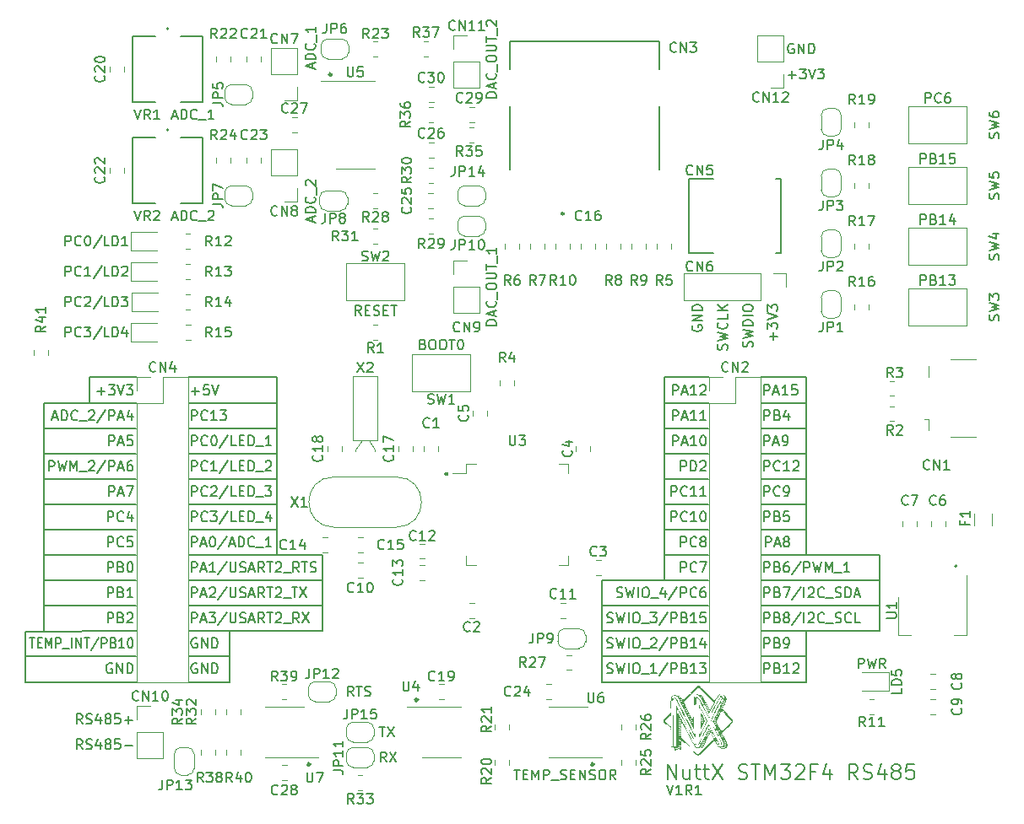
<source format=gbr>
%TF.GenerationSoftware,KiCad,Pcbnew,(6.0.7)*%
%TF.CreationDate,2022-10-04T16:49:08-03:00*%
%TF.ProjectId,Placa_Desenvolvimento_NuttX,506c6163-615f-4446-9573-656e766f6c76,rev?*%
%TF.SameCoordinates,Original*%
%TF.FileFunction,Legend,Top*%
%TF.FilePolarity,Positive*%
%FSLAX46Y46*%
G04 Gerber Fmt 4.6, Leading zero omitted, Abs format (unit mm)*
G04 Created by KiCad (PCBNEW (6.0.7)) date 2022-10-04 16:49:08*
%MOMM*%
%LPD*%
G01*
G04 APERTURE LIST*
%ADD10C,0.150000*%
%ADD11C,0.400000*%
%ADD12C,0.200000*%
%ADD13C,0.120000*%
%ADD14C,0.300000*%
%ADD15C,0.127000*%
%ADD16C,0.240000*%
G04 APERTURE END LIST*
D10*
X103378000Y-117348000D02*
X112649000Y-117348000D01*
X122047000Y-124968000D02*
X122047000Y-130104000D01*
X103378000Y-122428000D02*
X112649000Y-122428000D01*
X175387000Y-102108000D02*
X179832000Y-102108000D01*
X131376000Y-124968000D02*
X122047000Y-124968000D01*
X122047000Y-130104000D02*
X117911000Y-130103000D01*
X126746000Y-117348000D02*
X131376000Y-117348000D01*
X107950000Y-102108000D02*
X107950000Y-99504000D01*
X103378000Y-102108000D02*
X107950000Y-102108000D01*
X117911000Y-99503000D02*
X126746000Y-99503000D01*
X117983000Y-104648000D02*
X126746000Y-104648000D01*
X126746000Y-114808000D02*
X126746000Y-117348000D01*
X175387000Y-119888000D02*
X187198000Y-119888000D01*
X117983000Y-122428000D02*
X131318000Y-122428000D01*
X170053000Y-109728000D02*
X165608000Y-109728000D01*
X159385000Y-130103000D02*
X159385000Y-119888000D01*
X103378000Y-104648000D02*
X112649000Y-104648000D01*
X107950000Y-99504000D02*
X112711000Y-99504000D01*
X112726000Y-125009000D02*
X101526000Y-125016000D01*
X170053000Y-119888000D02*
X159385000Y-119888000D01*
X101526000Y-125016000D02*
X101526000Y-130152000D01*
X117983000Y-109728000D02*
X126746000Y-109728000D01*
X175387000Y-114803000D02*
X179832000Y-114803000D01*
X175387000Y-117348000D02*
X187198000Y-117348000D01*
X103378000Y-119888000D02*
X112649000Y-119888000D01*
X187198000Y-124968000D02*
X187198000Y-117348000D01*
X122047000Y-124968000D02*
X117983000Y-124968000D01*
X179832000Y-127508000D02*
X179832000Y-124968000D01*
X126746000Y-99503000D02*
X126746000Y-114808000D01*
X117983000Y-107188000D02*
X126746000Y-107188000D01*
X103378000Y-114808000D02*
X112649000Y-114808000D01*
X112649000Y-127508000D02*
X101551000Y-127509000D01*
X170115000Y-102103000D02*
X165608000Y-102108000D01*
X103378000Y-112268000D02*
X112649000Y-112268000D01*
X179832000Y-127508000D02*
X179832000Y-130103000D01*
X170053000Y-107188000D02*
X165608000Y-107188000D01*
X103378000Y-109728000D02*
X112649000Y-109728000D01*
X107950000Y-102108000D02*
X112711000Y-102108000D01*
X165608000Y-99503000D02*
X165608000Y-119888000D01*
X175387000Y-124968000D02*
X187198000Y-124968000D01*
X175315000Y-130103000D02*
X179832000Y-130103000D01*
X117983000Y-112268000D02*
X126746000Y-112268000D01*
X103378000Y-107188000D02*
X112649000Y-107188000D01*
X103378000Y-102108000D02*
X103378000Y-124968000D01*
X131376000Y-117348000D02*
X131376000Y-124968000D01*
X170115000Y-99503000D02*
X165608000Y-99503000D01*
X175315000Y-99503000D02*
X179822000Y-99503000D01*
X170115000Y-130103000D02*
X159385000Y-130103000D01*
X170053000Y-122428000D02*
X159385000Y-122428000D01*
X170053000Y-117348000D02*
X165608000Y-117348000D01*
X170053000Y-112268000D02*
X165608000Y-112268000D01*
X170053000Y-124968000D02*
X159385000Y-124968000D01*
X117983000Y-127508000D02*
X122047000Y-127508000D01*
X175387000Y-112268000D02*
X179832000Y-112268000D01*
X179832000Y-99503000D02*
X179832000Y-117348000D01*
X175387000Y-122428000D02*
X187198000Y-122428000D01*
X175387000Y-107188000D02*
X179832000Y-107188000D01*
X117983000Y-114808000D02*
X126746000Y-114808000D01*
X117983000Y-119888000D02*
X131318000Y-119888000D01*
X112726000Y-130152000D02*
X101526000Y-130152000D01*
X170053000Y-104648000D02*
X165608000Y-104648000D01*
X117983000Y-102107409D02*
X126746000Y-102107409D01*
X117983000Y-117348000D02*
X131318000Y-117348000D01*
X170053000Y-127508000D02*
X159385000Y-127508000D01*
X175387000Y-109728000D02*
X179832000Y-109728000D01*
X175387000Y-127508000D02*
X179832000Y-127508000D01*
X175387000Y-104648000D02*
X179832000Y-104648000D01*
X170053000Y-114808000D02*
X165608000Y-114808000D01*
D11*
X143764001Y-109220000D02*
G75*
G03*
X143764001Y-109220000I-1J0D01*
G01*
D10*
X134453380Y-131516380D02*
X134120047Y-131040190D01*
X133881952Y-131516380D02*
X133881952Y-130516380D01*
X134262904Y-130516380D01*
X134358142Y-130564000D01*
X134405761Y-130611619D01*
X134453380Y-130706857D01*
X134453380Y-130849714D01*
X134405761Y-130944952D01*
X134358142Y-130992571D01*
X134262904Y-131040190D01*
X133881952Y-131040190D01*
X134739095Y-130516380D02*
X135310523Y-130516380D01*
X135024809Y-131516380D02*
X135024809Y-130516380D01*
X135596238Y-131468761D02*
X135739095Y-131516380D01*
X135977190Y-131516380D01*
X136072428Y-131468761D01*
X136120047Y-131421142D01*
X136167666Y-131325904D01*
X136167666Y-131230666D01*
X136120047Y-131135428D01*
X136072428Y-131087809D01*
X135977190Y-131040190D01*
X135786714Y-130992571D01*
X135691476Y-130944952D01*
X135643857Y-130897333D01*
X135596238Y-130802095D01*
X135596238Y-130706857D01*
X135643857Y-130611619D01*
X135691476Y-130564000D01*
X135786714Y-130516380D01*
X136024809Y-130516380D01*
X136167666Y-130564000D01*
X171912261Y-96749904D02*
X171959880Y-96607047D01*
X171959880Y-96368952D01*
X171912261Y-96273714D01*
X171864642Y-96226095D01*
X171769404Y-96178476D01*
X171674166Y-96178476D01*
X171578928Y-96226095D01*
X171531309Y-96273714D01*
X171483690Y-96368952D01*
X171436071Y-96559428D01*
X171388452Y-96654666D01*
X171340833Y-96702285D01*
X171245595Y-96749904D01*
X171150357Y-96749904D01*
X171055119Y-96702285D01*
X171007500Y-96654666D01*
X170959880Y-96559428D01*
X170959880Y-96321333D01*
X171007500Y-96178476D01*
X170959880Y-95845142D02*
X171959880Y-95607047D01*
X171245595Y-95416571D01*
X171959880Y-95226095D01*
X170959880Y-94988000D01*
X171864642Y-94035619D02*
X171912261Y-94083238D01*
X171959880Y-94226095D01*
X171959880Y-94321333D01*
X171912261Y-94464190D01*
X171817023Y-94559428D01*
X171721785Y-94607047D01*
X171531309Y-94654666D01*
X171388452Y-94654666D01*
X171197976Y-94607047D01*
X171102738Y-94559428D01*
X171007500Y-94464190D01*
X170959880Y-94321333D01*
X170959880Y-94226095D01*
X171007500Y-94083238D01*
X171055119Y-94035619D01*
X171959880Y-93130857D02*
X171959880Y-93607047D01*
X170959880Y-93607047D01*
X171959880Y-92797523D02*
X170959880Y-92797523D01*
X171959880Y-92226095D02*
X171388452Y-92654666D01*
X170959880Y-92226095D02*
X171531309Y-92797523D01*
X105553095Y-95448380D02*
X105553095Y-94448380D01*
X105934047Y-94448380D01*
X106029285Y-94496000D01*
X106076904Y-94543619D01*
X106124523Y-94638857D01*
X106124523Y-94781714D01*
X106076904Y-94876952D01*
X106029285Y-94924571D01*
X105934047Y-94972190D01*
X105553095Y-94972190D01*
X107124523Y-95353142D02*
X107076904Y-95400761D01*
X106934047Y-95448380D01*
X106838809Y-95448380D01*
X106695952Y-95400761D01*
X106600714Y-95305523D01*
X106553095Y-95210285D01*
X106505476Y-95019809D01*
X106505476Y-94876952D01*
X106553095Y-94686476D01*
X106600714Y-94591238D01*
X106695952Y-94496000D01*
X106838809Y-94448380D01*
X106934047Y-94448380D01*
X107076904Y-94496000D01*
X107124523Y-94543619D01*
X107457857Y-94448380D02*
X108076904Y-94448380D01*
X107743571Y-94829333D01*
X107886428Y-94829333D01*
X107981666Y-94876952D01*
X108029285Y-94924571D01*
X108076904Y-95019809D01*
X108076904Y-95257904D01*
X108029285Y-95353142D01*
X107981666Y-95400761D01*
X107886428Y-95448380D01*
X107600714Y-95448380D01*
X107505476Y-95400761D01*
X107457857Y-95353142D01*
X109219761Y-94400761D02*
X108362619Y-95686476D01*
X118221285Y-124145380D02*
X118221285Y-123145380D01*
X118602238Y-123145380D01*
X118697476Y-123193000D01*
X118745095Y-123240619D01*
X118792714Y-123335857D01*
X118792714Y-123478714D01*
X118745095Y-123573952D01*
X118697476Y-123621571D01*
X118602238Y-123669190D01*
X118221285Y-123669190D01*
X119173666Y-123859666D02*
X119649857Y-123859666D01*
X119078428Y-124145380D02*
X119411761Y-123145380D01*
X119745095Y-124145380D01*
X119983190Y-123145380D02*
X120602238Y-123145380D01*
X120268904Y-123526333D01*
X120411761Y-123526333D01*
X120506999Y-123573952D01*
X120554619Y-123621571D01*
X120602238Y-123716809D01*
X120602238Y-123954904D01*
X120554619Y-124050142D01*
X120506999Y-124097761D01*
X120411761Y-124145380D01*
X120126047Y-124145380D01*
X120030809Y-124097761D01*
X119983190Y-124050142D01*
X121745095Y-123097761D02*
X120887952Y-124383476D01*
X122078428Y-123145380D02*
X122078428Y-123954904D01*
X122126047Y-124050142D01*
X122173666Y-124097761D01*
X122268904Y-124145380D01*
X122459380Y-124145380D01*
X122554619Y-124097761D01*
X122602238Y-124050142D01*
X122649857Y-123954904D01*
X122649857Y-123145380D01*
X123078428Y-124097761D02*
X123221285Y-124145380D01*
X123459380Y-124145380D01*
X123554619Y-124097761D01*
X123602238Y-124050142D01*
X123649857Y-123954904D01*
X123649857Y-123859666D01*
X123602238Y-123764428D01*
X123554619Y-123716809D01*
X123459380Y-123669190D01*
X123268904Y-123621571D01*
X123173666Y-123573952D01*
X123126047Y-123526333D01*
X123078428Y-123431095D01*
X123078428Y-123335857D01*
X123126047Y-123240619D01*
X123173666Y-123193000D01*
X123268904Y-123145380D01*
X123506999Y-123145380D01*
X123649857Y-123193000D01*
X124030809Y-123859666D02*
X124506999Y-123859666D01*
X123935571Y-124145380D02*
X124268904Y-123145380D01*
X124602238Y-124145380D01*
X125506999Y-124145380D02*
X125173666Y-123669190D01*
X124935571Y-124145380D02*
X124935571Y-123145380D01*
X125316523Y-123145380D01*
X125411761Y-123193000D01*
X125459380Y-123240619D01*
X125506999Y-123335857D01*
X125506999Y-123478714D01*
X125459380Y-123573952D01*
X125411761Y-123621571D01*
X125316523Y-123669190D01*
X124935571Y-123669190D01*
X125792714Y-123145380D02*
X126364142Y-123145380D01*
X126078428Y-124145380D02*
X126078428Y-123145380D01*
X126649857Y-123240619D02*
X126697476Y-123193000D01*
X126792714Y-123145380D01*
X127030809Y-123145380D01*
X127126047Y-123193000D01*
X127173666Y-123240619D01*
X127221285Y-123335857D01*
X127221285Y-123431095D01*
X127173666Y-123573952D01*
X126602238Y-124145380D01*
X127221285Y-124145380D01*
X127411761Y-124240619D02*
X128173666Y-124240619D01*
X128983190Y-124145380D02*
X128649857Y-123669190D01*
X128411761Y-124145380D02*
X128411761Y-123145380D01*
X128792714Y-123145380D01*
X128887952Y-123193000D01*
X128935571Y-123240619D01*
X128983190Y-123335857D01*
X128983190Y-123478714D01*
X128935571Y-123573952D01*
X128887952Y-123621571D01*
X128792714Y-123669190D01*
X128411761Y-123669190D01*
X129316523Y-123145380D02*
X129983190Y-124145380D01*
X129983190Y-123145380D02*
X129316523Y-124145380D01*
X109807523Y-124145380D02*
X109807523Y-123145380D01*
X110188476Y-123145380D01*
X110283714Y-123193000D01*
X110331333Y-123240619D01*
X110378952Y-123335857D01*
X110378952Y-123478714D01*
X110331333Y-123573952D01*
X110283714Y-123621571D01*
X110188476Y-123669190D01*
X109807523Y-123669190D01*
X111140857Y-123621571D02*
X111283714Y-123669190D01*
X111331333Y-123716809D01*
X111378952Y-123812047D01*
X111378952Y-123954904D01*
X111331333Y-124050142D01*
X111283714Y-124097761D01*
X111188476Y-124145380D01*
X110807523Y-124145380D01*
X110807523Y-123145380D01*
X111140857Y-123145380D01*
X111236095Y-123193000D01*
X111283714Y-123240619D01*
X111331333Y-123335857D01*
X111331333Y-123431095D01*
X111283714Y-123526333D01*
X111236095Y-123573952D01*
X111140857Y-123621571D01*
X110807523Y-123621571D01*
X111759904Y-123240619D02*
X111807523Y-123193000D01*
X111902761Y-123145380D01*
X112140857Y-123145380D01*
X112236095Y-123193000D01*
X112283714Y-123240619D01*
X112331333Y-123335857D01*
X112331333Y-123431095D01*
X112283714Y-123573952D01*
X111712285Y-124145380D01*
X112331333Y-124145380D01*
X104283714Y-103539666D02*
X104759904Y-103539666D01*
X104188476Y-103825380D02*
X104521809Y-102825380D01*
X104855143Y-103825380D01*
X105188476Y-103825380D02*
X105188476Y-102825380D01*
X105426571Y-102825380D01*
X105569428Y-102873000D01*
X105664666Y-102968238D01*
X105712285Y-103063476D01*
X105759904Y-103253952D01*
X105759904Y-103396809D01*
X105712285Y-103587285D01*
X105664666Y-103682523D01*
X105569428Y-103777761D01*
X105426571Y-103825380D01*
X105188476Y-103825380D01*
X106759904Y-103730142D02*
X106712285Y-103777761D01*
X106569428Y-103825380D01*
X106474190Y-103825380D01*
X106331333Y-103777761D01*
X106236095Y-103682523D01*
X106188476Y-103587285D01*
X106140857Y-103396809D01*
X106140857Y-103253952D01*
X106188476Y-103063476D01*
X106236095Y-102968238D01*
X106331333Y-102873000D01*
X106474190Y-102825380D01*
X106569428Y-102825380D01*
X106712285Y-102873000D01*
X106759904Y-102920619D01*
X106950381Y-103920619D02*
X107712285Y-103920619D01*
X107902762Y-102920619D02*
X107950381Y-102873000D01*
X108045619Y-102825380D01*
X108283714Y-102825380D01*
X108378952Y-102873000D01*
X108426571Y-102920619D01*
X108474190Y-103015857D01*
X108474190Y-103111095D01*
X108426571Y-103253952D01*
X107855143Y-103825380D01*
X108474190Y-103825380D01*
X109617047Y-102777761D02*
X108759904Y-104063476D01*
X109950381Y-103825380D02*
X109950381Y-102825380D01*
X110331333Y-102825380D01*
X110426571Y-102873000D01*
X110474190Y-102920619D01*
X110521809Y-103015857D01*
X110521809Y-103158714D01*
X110474190Y-103253952D01*
X110426571Y-103301571D01*
X110331333Y-103349190D01*
X109950381Y-103349190D01*
X110902762Y-103539666D02*
X111378952Y-103539666D01*
X110807524Y-103825380D02*
X111140857Y-102825380D01*
X111474190Y-103825380D01*
X112236095Y-103158714D02*
X112236095Y-103825380D01*
X111998000Y-102777761D02*
X111759904Y-103492047D01*
X112378952Y-103492047D01*
X116268761Y-73318666D02*
X116744952Y-73318666D01*
X116173523Y-73604380D02*
X116506857Y-72604380D01*
X116840190Y-73604380D01*
X117173523Y-73604380D02*
X117173523Y-72604380D01*
X117411619Y-72604380D01*
X117554476Y-72652000D01*
X117649714Y-72747238D01*
X117697333Y-72842476D01*
X117744952Y-73032952D01*
X117744952Y-73175809D01*
X117697333Y-73366285D01*
X117649714Y-73461523D01*
X117554476Y-73556761D01*
X117411619Y-73604380D01*
X117173523Y-73604380D01*
X118744952Y-73509142D02*
X118697333Y-73556761D01*
X118554476Y-73604380D01*
X118459238Y-73604380D01*
X118316380Y-73556761D01*
X118221142Y-73461523D01*
X118173523Y-73366285D01*
X118125904Y-73175809D01*
X118125904Y-73032952D01*
X118173523Y-72842476D01*
X118221142Y-72747238D01*
X118316380Y-72652000D01*
X118459238Y-72604380D01*
X118554476Y-72604380D01*
X118697333Y-72652000D01*
X118744952Y-72699619D01*
X118935428Y-73699619D02*
X119697333Y-73699619D01*
X120459238Y-73604380D02*
X119887809Y-73604380D01*
X120173523Y-73604380D02*
X120173523Y-72604380D01*
X120078285Y-72747238D01*
X119983047Y-72842476D01*
X119887809Y-72890095D01*
X109807523Y-119065380D02*
X109807523Y-118065380D01*
X110188476Y-118065380D01*
X110283714Y-118113000D01*
X110331333Y-118160619D01*
X110378952Y-118255857D01*
X110378952Y-118398714D01*
X110331333Y-118493952D01*
X110283714Y-118541571D01*
X110188476Y-118589190D01*
X109807523Y-118589190D01*
X111140857Y-118541571D02*
X111283714Y-118589190D01*
X111331333Y-118636809D01*
X111378952Y-118732047D01*
X111378952Y-118874904D01*
X111331333Y-118970142D01*
X111283714Y-119017761D01*
X111188476Y-119065380D01*
X110807523Y-119065380D01*
X110807523Y-118065380D01*
X111140857Y-118065380D01*
X111236095Y-118113000D01*
X111283714Y-118160619D01*
X111331333Y-118255857D01*
X111331333Y-118351095D01*
X111283714Y-118446333D01*
X111236095Y-118493952D01*
X111140857Y-118541571D01*
X110807523Y-118541571D01*
X111997999Y-118065380D02*
X112093238Y-118065380D01*
X112188476Y-118113000D01*
X112236095Y-118160619D01*
X112283714Y-118255857D01*
X112331333Y-118446333D01*
X112331333Y-118684428D01*
X112283714Y-118874904D01*
X112236095Y-118970142D01*
X112188476Y-119017761D01*
X112093238Y-119065380D01*
X111997999Y-119065380D01*
X111902761Y-119017761D01*
X111855142Y-118970142D01*
X111807523Y-118874904D01*
X111759904Y-118684428D01*
X111759904Y-118446333D01*
X111807523Y-118255857D01*
X111855142Y-118160619D01*
X111902761Y-118113000D01*
X111997999Y-118065380D01*
X175649142Y-103825380D02*
X175649142Y-102825380D01*
X176030095Y-102825380D01*
X176125333Y-102873000D01*
X176172952Y-102920619D01*
X176220571Y-103015857D01*
X176220571Y-103158714D01*
X176172952Y-103253952D01*
X176125333Y-103301571D01*
X176030095Y-103349190D01*
X175649142Y-103349190D01*
X176982476Y-103301571D02*
X177125333Y-103349190D01*
X177172952Y-103396809D01*
X177220571Y-103492047D01*
X177220571Y-103634904D01*
X177172952Y-103730142D01*
X177125333Y-103777761D01*
X177030095Y-103825380D01*
X176649142Y-103825380D01*
X176649142Y-102825380D01*
X176982476Y-102825380D01*
X177077714Y-102873000D01*
X177125333Y-102920619D01*
X177172952Y-103015857D01*
X177172952Y-103111095D01*
X177125333Y-103206333D01*
X177077714Y-103253952D01*
X176982476Y-103301571D01*
X176649142Y-103301571D01*
X178077714Y-103158714D02*
X178077714Y-103825380D01*
X177839618Y-102777761D02*
X177601523Y-103492047D01*
X178220571Y-103492047D01*
X159901524Y-124097761D02*
X160044381Y-124145380D01*
X160282476Y-124145380D01*
X160377714Y-124097761D01*
X160425333Y-124050142D01*
X160472952Y-123954904D01*
X160472952Y-123859666D01*
X160425333Y-123764428D01*
X160377714Y-123716809D01*
X160282476Y-123669190D01*
X160092000Y-123621571D01*
X159996762Y-123573952D01*
X159949143Y-123526333D01*
X159901524Y-123431095D01*
X159901524Y-123335857D01*
X159949143Y-123240619D01*
X159996762Y-123193000D01*
X160092000Y-123145380D01*
X160330095Y-123145380D01*
X160472952Y-123193000D01*
X160806285Y-123145380D02*
X161044381Y-124145380D01*
X161234857Y-123431095D01*
X161425333Y-124145380D01*
X161663428Y-123145380D01*
X162044381Y-124145380D02*
X162044381Y-123145380D01*
X162711047Y-123145380D02*
X162901524Y-123145380D01*
X162996762Y-123193000D01*
X163092000Y-123288238D01*
X163139619Y-123478714D01*
X163139619Y-123812047D01*
X163092000Y-124002523D01*
X162996762Y-124097761D01*
X162901524Y-124145380D01*
X162711047Y-124145380D01*
X162615809Y-124097761D01*
X162520571Y-124002523D01*
X162472952Y-123812047D01*
X162472952Y-123478714D01*
X162520571Y-123288238D01*
X162615809Y-123193000D01*
X162711047Y-123145380D01*
X163330095Y-124240619D02*
X164092000Y-124240619D01*
X164234857Y-123145380D02*
X164853905Y-123145380D01*
X164520571Y-123526333D01*
X164663428Y-123526333D01*
X164758666Y-123573952D01*
X164806285Y-123621571D01*
X164853905Y-123716809D01*
X164853905Y-123954904D01*
X164806285Y-124050142D01*
X164758666Y-124097761D01*
X164663428Y-124145380D01*
X164377714Y-124145380D01*
X164282476Y-124097761D01*
X164234857Y-124050142D01*
X165996762Y-123097761D02*
X165139619Y-124383476D01*
X166330095Y-124145380D02*
X166330095Y-123145380D01*
X166711047Y-123145380D01*
X166806285Y-123193000D01*
X166853905Y-123240619D01*
X166901524Y-123335857D01*
X166901524Y-123478714D01*
X166853905Y-123573952D01*
X166806285Y-123621571D01*
X166711047Y-123669190D01*
X166330095Y-123669190D01*
X167663428Y-123621571D02*
X167806285Y-123669190D01*
X167853905Y-123716809D01*
X167901524Y-123812047D01*
X167901524Y-123954904D01*
X167853905Y-124050142D01*
X167806285Y-124097761D01*
X167711047Y-124145380D01*
X167330095Y-124145380D01*
X167330095Y-123145380D01*
X167663428Y-123145380D01*
X167758666Y-123193000D01*
X167806285Y-123240619D01*
X167853905Y-123335857D01*
X167853905Y-123431095D01*
X167806285Y-123526333D01*
X167758666Y-123573952D01*
X167663428Y-123621571D01*
X167330095Y-123621571D01*
X168853905Y-124145380D02*
X168282476Y-124145380D01*
X168568190Y-124145380D02*
X168568190Y-123145380D01*
X168472952Y-123288238D01*
X168377714Y-123383476D01*
X168282476Y-123431095D01*
X169758666Y-123145380D02*
X169282476Y-123145380D01*
X169234857Y-123621571D01*
X169282476Y-123573952D01*
X169377714Y-123526333D01*
X169615809Y-123526333D01*
X169711047Y-123573952D01*
X169758666Y-123621571D01*
X169806285Y-123716809D01*
X169806285Y-123954904D01*
X169758666Y-124050142D01*
X169711047Y-124097761D01*
X169615809Y-124145380D01*
X169377714Y-124145380D01*
X169282476Y-124097761D01*
X169234857Y-124050142D01*
X118221285Y-106365380D02*
X118221285Y-105365380D01*
X118602237Y-105365380D01*
X118697476Y-105413000D01*
X118745095Y-105460619D01*
X118792714Y-105555857D01*
X118792714Y-105698714D01*
X118745095Y-105793952D01*
X118697476Y-105841571D01*
X118602237Y-105889190D01*
X118221285Y-105889190D01*
X119792714Y-106270142D02*
X119745095Y-106317761D01*
X119602237Y-106365380D01*
X119506999Y-106365380D01*
X119364142Y-106317761D01*
X119268904Y-106222523D01*
X119221285Y-106127285D01*
X119173666Y-105936809D01*
X119173666Y-105793952D01*
X119221285Y-105603476D01*
X119268904Y-105508238D01*
X119364142Y-105413000D01*
X119506999Y-105365380D01*
X119602237Y-105365380D01*
X119745095Y-105413000D01*
X119792714Y-105460619D01*
X120411761Y-105365380D02*
X120506999Y-105365380D01*
X120602237Y-105413000D01*
X120649856Y-105460619D01*
X120697476Y-105555857D01*
X120745095Y-105746333D01*
X120745095Y-105984428D01*
X120697476Y-106174904D01*
X120649856Y-106270142D01*
X120602237Y-106317761D01*
X120506999Y-106365380D01*
X120411761Y-106365380D01*
X120316523Y-106317761D01*
X120268904Y-106270142D01*
X120221285Y-106174904D01*
X120173666Y-105984428D01*
X120173666Y-105746333D01*
X120221285Y-105555857D01*
X120268904Y-105460619D01*
X120316523Y-105413000D01*
X120411761Y-105365380D01*
X121887952Y-105317761D02*
X121030809Y-106603476D01*
X122697476Y-106365380D02*
X122221285Y-106365380D01*
X122221285Y-105365380D01*
X123030809Y-105841571D02*
X123364142Y-105841571D01*
X123506999Y-106365380D02*
X123030809Y-106365380D01*
X123030809Y-105365380D01*
X123506999Y-105365380D01*
X123935571Y-106365380D02*
X123935571Y-105365380D01*
X124173666Y-105365380D01*
X124316523Y-105413000D01*
X124411761Y-105508238D01*
X124459380Y-105603476D01*
X124506999Y-105793952D01*
X124506999Y-105936809D01*
X124459380Y-106127285D01*
X124411761Y-106222523D01*
X124316523Y-106317761D01*
X124173666Y-106365380D01*
X123935571Y-106365380D01*
X124697476Y-106460619D02*
X125459380Y-106460619D01*
X126221285Y-106365380D02*
X125649856Y-106365380D01*
X125935571Y-106365380D02*
X125935571Y-105365380D01*
X125840333Y-105508238D01*
X125745095Y-105603476D01*
X125649856Y-105651095D01*
X175649143Y-121605380D02*
X175649143Y-120605380D01*
X176030095Y-120605380D01*
X176125333Y-120653000D01*
X176172952Y-120700619D01*
X176220571Y-120795857D01*
X176220571Y-120938714D01*
X176172952Y-121033952D01*
X176125333Y-121081571D01*
X176030095Y-121129190D01*
X175649143Y-121129190D01*
X176982476Y-121081571D02*
X177125333Y-121129190D01*
X177172952Y-121176809D01*
X177220571Y-121272047D01*
X177220571Y-121414904D01*
X177172952Y-121510142D01*
X177125333Y-121557761D01*
X177030095Y-121605380D01*
X176649143Y-121605380D01*
X176649143Y-120605380D01*
X176982476Y-120605380D01*
X177077714Y-120653000D01*
X177125333Y-120700619D01*
X177172952Y-120795857D01*
X177172952Y-120891095D01*
X177125333Y-120986333D01*
X177077714Y-121033952D01*
X176982476Y-121081571D01*
X176649143Y-121081571D01*
X177553905Y-120605380D02*
X178220571Y-120605380D01*
X177792000Y-121605380D01*
X179315809Y-120557761D02*
X178458667Y-121843476D01*
X179649143Y-121605380D02*
X179649143Y-120605380D01*
X180077714Y-120700619D02*
X180125333Y-120653000D01*
X180220571Y-120605380D01*
X180458667Y-120605380D01*
X180553905Y-120653000D01*
X180601524Y-120700619D01*
X180649143Y-120795857D01*
X180649143Y-120891095D01*
X180601524Y-121033952D01*
X180030095Y-121605380D01*
X180649143Y-121605380D01*
X181649143Y-121510142D02*
X181601524Y-121557761D01*
X181458667Y-121605380D01*
X181363428Y-121605380D01*
X181220571Y-121557761D01*
X181125333Y-121462523D01*
X181077714Y-121367285D01*
X181030095Y-121176809D01*
X181030095Y-121033952D01*
X181077714Y-120843476D01*
X181125333Y-120748238D01*
X181220571Y-120653000D01*
X181363428Y-120605380D01*
X181458667Y-120605380D01*
X181601524Y-120653000D01*
X181649143Y-120700619D01*
X181839619Y-121700619D02*
X182601524Y-121700619D01*
X182792000Y-121557761D02*
X182934857Y-121605380D01*
X183172952Y-121605380D01*
X183268190Y-121557761D01*
X183315809Y-121510142D01*
X183363428Y-121414904D01*
X183363428Y-121319666D01*
X183315809Y-121224428D01*
X183268190Y-121176809D01*
X183172952Y-121129190D01*
X182982476Y-121081571D01*
X182887238Y-121033952D01*
X182839619Y-120986333D01*
X182792000Y-120891095D01*
X182792000Y-120795857D01*
X182839619Y-120700619D01*
X182887238Y-120653000D01*
X182982476Y-120605380D01*
X183220571Y-120605380D01*
X183363428Y-120653000D01*
X183792000Y-121605380D02*
X183792000Y-120605380D01*
X184030095Y-120605380D01*
X184172952Y-120653000D01*
X184268190Y-120748238D01*
X184315809Y-120843476D01*
X184363428Y-121033952D01*
X184363428Y-121176809D01*
X184315809Y-121367285D01*
X184268190Y-121462523D01*
X184172952Y-121557761D01*
X184030095Y-121605380D01*
X183792000Y-121605380D01*
X184744381Y-121319666D02*
X185220571Y-121319666D01*
X184649143Y-121605380D02*
X184982476Y-120605380D01*
X185315809Y-121605380D01*
X107264714Y-136845380D02*
X106931380Y-136369190D01*
X106693285Y-136845380D02*
X106693285Y-135845380D01*
X107074238Y-135845380D01*
X107169476Y-135893000D01*
X107217095Y-135940619D01*
X107264714Y-136035857D01*
X107264714Y-136178714D01*
X107217095Y-136273952D01*
X107169476Y-136321571D01*
X107074238Y-136369190D01*
X106693285Y-136369190D01*
X107645666Y-136797761D02*
X107788523Y-136845380D01*
X108026619Y-136845380D01*
X108121857Y-136797761D01*
X108169476Y-136750142D01*
X108217095Y-136654904D01*
X108217095Y-136559666D01*
X108169476Y-136464428D01*
X108121857Y-136416809D01*
X108026619Y-136369190D01*
X107836142Y-136321571D01*
X107740904Y-136273952D01*
X107693285Y-136226333D01*
X107645666Y-136131095D01*
X107645666Y-136035857D01*
X107693285Y-135940619D01*
X107740904Y-135893000D01*
X107836142Y-135845380D01*
X108074238Y-135845380D01*
X108217095Y-135893000D01*
X109074238Y-136178714D02*
X109074238Y-136845380D01*
X108836142Y-135797761D02*
X108598047Y-136512047D01*
X109217095Y-136512047D01*
X109740904Y-136273952D02*
X109645666Y-136226333D01*
X109598047Y-136178714D01*
X109550428Y-136083476D01*
X109550428Y-136035857D01*
X109598047Y-135940619D01*
X109645666Y-135893000D01*
X109740904Y-135845380D01*
X109931380Y-135845380D01*
X110026619Y-135893000D01*
X110074238Y-135940619D01*
X110121857Y-136035857D01*
X110121857Y-136083476D01*
X110074238Y-136178714D01*
X110026619Y-136226333D01*
X109931380Y-136273952D01*
X109740904Y-136273952D01*
X109645666Y-136321571D01*
X109598047Y-136369190D01*
X109550428Y-136464428D01*
X109550428Y-136654904D01*
X109598047Y-136750142D01*
X109645666Y-136797761D01*
X109740904Y-136845380D01*
X109931380Y-136845380D01*
X110026619Y-136797761D01*
X110074238Y-136750142D01*
X110121857Y-136654904D01*
X110121857Y-136464428D01*
X110074238Y-136369190D01*
X110026619Y-136321571D01*
X109931380Y-136273952D01*
X111026619Y-135845380D02*
X110550428Y-135845380D01*
X110502809Y-136321571D01*
X110550428Y-136273952D01*
X110645666Y-136226333D01*
X110883761Y-136226333D01*
X110979000Y-136273952D01*
X111026619Y-136321571D01*
X111074238Y-136416809D01*
X111074238Y-136654904D01*
X111026619Y-136750142D01*
X110979000Y-136797761D01*
X110883761Y-136845380D01*
X110645666Y-136845380D01*
X110550428Y-136797761D01*
X110502809Y-136750142D01*
X111502809Y-136464428D02*
X112264714Y-136464428D01*
X175649143Y-106365380D02*
X175649143Y-105365380D01*
X176030095Y-105365380D01*
X176125333Y-105413000D01*
X176172952Y-105460619D01*
X176220571Y-105555857D01*
X176220571Y-105698714D01*
X176172952Y-105793952D01*
X176125333Y-105841571D01*
X176030095Y-105889190D01*
X175649143Y-105889190D01*
X176601524Y-106079666D02*
X177077714Y-106079666D01*
X176506286Y-106365380D02*
X176839619Y-105365380D01*
X177172952Y-106365380D01*
X177553905Y-106365380D02*
X177744381Y-106365380D01*
X177839619Y-106317761D01*
X177887238Y-106270142D01*
X177982476Y-106127285D01*
X178030095Y-105936809D01*
X178030095Y-105555857D01*
X177982476Y-105460619D01*
X177934857Y-105413000D01*
X177839619Y-105365380D01*
X177649143Y-105365380D01*
X177553905Y-105413000D01*
X177506286Y-105460619D01*
X177458667Y-105555857D01*
X177458667Y-105793952D01*
X177506286Y-105889190D01*
X177553905Y-105936809D01*
X177649143Y-105984428D01*
X177839619Y-105984428D01*
X177934857Y-105936809D01*
X177982476Y-105889190D01*
X178030095Y-105793952D01*
X166472951Y-103825380D02*
X166472951Y-102825380D01*
X166853904Y-102825380D01*
X166949142Y-102873000D01*
X166996761Y-102920619D01*
X167044380Y-103015857D01*
X167044380Y-103158714D01*
X166996761Y-103253952D01*
X166949142Y-103301571D01*
X166853904Y-103349190D01*
X166472951Y-103349190D01*
X167425332Y-103539666D02*
X167901523Y-103539666D01*
X167330094Y-103825380D02*
X167663428Y-102825380D01*
X167996761Y-103825380D01*
X168853904Y-103825380D02*
X168282475Y-103825380D01*
X168568189Y-103825380D02*
X168568189Y-102825380D01*
X168472951Y-102968238D01*
X168377713Y-103063476D01*
X168282475Y-103111095D01*
X169806285Y-103825380D02*
X169234856Y-103825380D01*
X169520570Y-103825380D02*
X169520570Y-102825380D01*
X169425332Y-102968238D01*
X169330094Y-103063476D01*
X169234856Y-103111095D01*
X118745095Y-128273000D02*
X118649857Y-128225380D01*
X118507000Y-128225380D01*
X118364142Y-128273000D01*
X118268904Y-128368238D01*
X118221285Y-128463476D01*
X118173666Y-128653952D01*
X118173666Y-128796809D01*
X118221285Y-128987285D01*
X118268904Y-129082523D01*
X118364142Y-129177761D01*
X118507000Y-129225380D01*
X118602238Y-129225380D01*
X118745095Y-129177761D01*
X118792714Y-129130142D01*
X118792714Y-128796809D01*
X118602238Y-128796809D01*
X119221285Y-129225380D02*
X119221285Y-128225380D01*
X119792714Y-129225380D01*
X119792714Y-128225380D01*
X120268904Y-129225380D02*
X120268904Y-128225380D01*
X120507000Y-128225380D01*
X120649857Y-128273000D01*
X120745095Y-128368238D01*
X120792714Y-128463476D01*
X120840333Y-128653952D01*
X120840333Y-128796809D01*
X120792714Y-128987285D01*
X120745095Y-129082523D01*
X120649857Y-129177761D01*
X120507000Y-129225380D01*
X120268904Y-129225380D01*
X118221285Y-113985380D02*
X118221285Y-112985380D01*
X118602237Y-112985380D01*
X118697476Y-113033000D01*
X118745095Y-113080619D01*
X118792714Y-113175857D01*
X118792714Y-113318714D01*
X118745095Y-113413952D01*
X118697476Y-113461571D01*
X118602237Y-113509190D01*
X118221285Y-113509190D01*
X119792714Y-113890142D02*
X119745095Y-113937761D01*
X119602237Y-113985380D01*
X119506999Y-113985380D01*
X119364142Y-113937761D01*
X119268904Y-113842523D01*
X119221285Y-113747285D01*
X119173666Y-113556809D01*
X119173666Y-113413952D01*
X119221285Y-113223476D01*
X119268904Y-113128238D01*
X119364142Y-113033000D01*
X119506999Y-112985380D01*
X119602237Y-112985380D01*
X119745095Y-113033000D01*
X119792714Y-113080619D01*
X120126047Y-112985380D02*
X120745095Y-112985380D01*
X120411761Y-113366333D01*
X120554618Y-113366333D01*
X120649856Y-113413952D01*
X120697476Y-113461571D01*
X120745095Y-113556809D01*
X120745095Y-113794904D01*
X120697476Y-113890142D01*
X120649856Y-113937761D01*
X120554618Y-113985380D01*
X120268904Y-113985380D01*
X120173666Y-113937761D01*
X120126047Y-113890142D01*
X121887952Y-112937761D02*
X121030809Y-114223476D01*
X122697476Y-113985380D02*
X122221285Y-113985380D01*
X122221285Y-112985380D01*
X123030809Y-113461571D02*
X123364142Y-113461571D01*
X123506999Y-113985380D02*
X123030809Y-113985380D01*
X123030809Y-112985380D01*
X123506999Y-112985380D01*
X123935571Y-113985380D02*
X123935571Y-112985380D01*
X124173666Y-112985380D01*
X124316523Y-113033000D01*
X124411761Y-113128238D01*
X124459380Y-113223476D01*
X124506999Y-113413952D01*
X124506999Y-113556809D01*
X124459380Y-113747285D01*
X124411761Y-113842523D01*
X124316523Y-113937761D01*
X124173666Y-113985380D01*
X123935571Y-113985380D01*
X124697476Y-114080619D02*
X125459380Y-114080619D01*
X126126047Y-113318714D02*
X126126047Y-113985380D01*
X125887952Y-112937761D02*
X125649856Y-113652047D01*
X126268904Y-113652047D01*
X175649143Y-119065380D02*
X175649143Y-118065380D01*
X176030095Y-118065380D01*
X176125333Y-118113000D01*
X176172952Y-118160619D01*
X176220571Y-118255857D01*
X176220571Y-118398714D01*
X176172952Y-118493952D01*
X176125333Y-118541571D01*
X176030095Y-118589190D01*
X175649143Y-118589190D01*
X176982476Y-118541571D02*
X177125333Y-118589190D01*
X177172952Y-118636809D01*
X177220571Y-118732047D01*
X177220571Y-118874904D01*
X177172952Y-118970142D01*
X177125333Y-119017761D01*
X177030095Y-119065380D01*
X176649143Y-119065380D01*
X176649143Y-118065380D01*
X176982476Y-118065380D01*
X177077714Y-118113000D01*
X177125333Y-118160619D01*
X177172952Y-118255857D01*
X177172952Y-118351095D01*
X177125333Y-118446333D01*
X177077714Y-118493952D01*
X176982476Y-118541571D01*
X176649143Y-118541571D01*
X178077714Y-118065380D02*
X177887238Y-118065380D01*
X177792000Y-118113000D01*
X177744381Y-118160619D01*
X177649143Y-118303476D01*
X177601524Y-118493952D01*
X177601524Y-118874904D01*
X177649143Y-118970142D01*
X177696762Y-119017761D01*
X177792000Y-119065380D01*
X177982476Y-119065380D01*
X178077714Y-119017761D01*
X178125333Y-118970142D01*
X178172952Y-118874904D01*
X178172952Y-118636809D01*
X178125333Y-118541571D01*
X178077714Y-118493952D01*
X177982476Y-118446333D01*
X177792000Y-118446333D01*
X177696762Y-118493952D01*
X177649143Y-118541571D01*
X177601524Y-118636809D01*
X179315809Y-118017761D02*
X178458667Y-119303476D01*
X179649143Y-119065380D02*
X179649143Y-118065380D01*
X180030095Y-118065380D01*
X180125333Y-118113000D01*
X180172952Y-118160619D01*
X180220571Y-118255857D01*
X180220571Y-118398714D01*
X180172952Y-118493952D01*
X180125333Y-118541571D01*
X180030095Y-118589190D01*
X179649143Y-118589190D01*
X180553905Y-118065380D02*
X180792000Y-119065380D01*
X180982476Y-118351095D01*
X181172952Y-119065380D01*
X181411048Y-118065380D01*
X181792000Y-119065380D02*
X181792000Y-118065380D01*
X182125333Y-118779666D01*
X182458667Y-118065380D01*
X182458667Y-119065380D01*
X182696762Y-119160619D02*
X183458667Y-119160619D01*
X184220571Y-119065380D02*
X183649143Y-119065380D01*
X183934857Y-119065380D02*
X183934857Y-118065380D01*
X183839619Y-118208238D01*
X183744381Y-118303476D01*
X183649143Y-118351095D01*
X108759905Y-100904428D02*
X109521810Y-100904428D01*
X109140857Y-101285380D02*
X109140857Y-100523476D01*
X109902762Y-100285380D02*
X110521810Y-100285380D01*
X110188476Y-100666333D01*
X110331333Y-100666333D01*
X110426571Y-100713952D01*
X110474190Y-100761571D01*
X110521810Y-100856809D01*
X110521810Y-101094904D01*
X110474190Y-101190142D01*
X110426571Y-101237761D01*
X110331333Y-101285380D01*
X110045619Y-101285380D01*
X109950381Y-101237761D01*
X109902762Y-101190142D01*
X110807524Y-100285380D02*
X111140857Y-101285380D01*
X111474190Y-100285380D01*
X111712286Y-100285380D02*
X112331333Y-100285380D01*
X111998000Y-100666333D01*
X112140857Y-100666333D01*
X112236095Y-100713952D01*
X112283714Y-100761571D01*
X112331333Y-100856809D01*
X112331333Y-101094904D01*
X112283714Y-101190142D01*
X112236095Y-101237761D01*
X112140857Y-101285380D01*
X111855143Y-101285380D01*
X111759905Y-101237761D01*
X111712286Y-101190142D01*
X175649142Y-111445380D02*
X175649142Y-110445380D01*
X176030095Y-110445380D01*
X176125333Y-110493000D01*
X176172952Y-110540619D01*
X176220571Y-110635857D01*
X176220571Y-110778714D01*
X176172952Y-110873952D01*
X176125333Y-110921571D01*
X176030095Y-110969190D01*
X175649142Y-110969190D01*
X177220571Y-111350142D02*
X177172952Y-111397761D01*
X177030095Y-111445380D01*
X176934857Y-111445380D01*
X176791999Y-111397761D01*
X176696761Y-111302523D01*
X176649142Y-111207285D01*
X176601523Y-111016809D01*
X176601523Y-110873952D01*
X176649142Y-110683476D01*
X176696761Y-110588238D01*
X176791999Y-110493000D01*
X176934857Y-110445380D01*
X177030095Y-110445380D01*
X177172952Y-110493000D01*
X177220571Y-110540619D01*
X177696761Y-111445380D02*
X177887238Y-111445380D01*
X177982476Y-111397761D01*
X178030095Y-111350142D01*
X178125333Y-111207285D01*
X178172952Y-111016809D01*
X178172952Y-110635857D01*
X178125333Y-110540619D01*
X178077714Y-110493000D01*
X177982476Y-110445380D01*
X177791999Y-110445380D01*
X177696761Y-110493000D01*
X177649142Y-110540619D01*
X177601523Y-110635857D01*
X177601523Y-110873952D01*
X177649142Y-110969190D01*
X177696761Y-111016809D01*
X177791999Y-111064428D01*
X177982476Y-111064428D01*
X178077714Y-111016809D01*
X178125333Y-110969190D01*
X178172952Y-110873952D01*
X105553095Y-89352380D02*
X105553095Y-88352380D01*
X105934047Y-88352380D01*
X106029285Y-88400000D01*
X106076904Y-88447619D01*
X106124523Y-88542857D01*
X106124523Y-88685714D01*
X106076904Y-88780952D01*
X106029285Y-88828571D01*
X105934047Y-88876190D01*
X105553095Y-88876190D01*
X107124523Y-89257142D02*
X107076904Y-89304761D01*
X106934047Y-89352380D01*
X106838809Y-89352380D01*
X106695952Y-89304761D01*
X106600714Y-89209523D01*
X106553095Y-89114285D01*
X106505476Y-88923809D01*
X106505476Y-88780952D01*
X106553095Y-88590476D01*
X106600714Y-88495238D01*
X106695952Y-88400000D01*
X106838809Y-88352380D01*
X106934047Y-88352380D01*
X107076904Y-88400000D01*
X107124523Y-88447619D01*
X108076904Y-89352380D02*
X107505476Y-89352380D01*
X107791190Y-89352380D02*
X107791190Y-88352380D01*
X107695952Y-88495238D01*
X107600714Y-88590476D01*
X107505476Y-88638095D01*
X109219761Y-88304761D02*
X108362619Y-89590476D01*
X175649142Y-101285380D02*
X175649142Y-100285380D01*
X176030095Y-100285380D01*
X176125333Y-100333000D01*
X176172952Y-100380619D01*
X176220571Y-100475857D01*
X176220571Y-100618714D01*
X176172952Y-100713952D01*
X176125333Y-100761571D01*
X176030095Y-100809190D01*
X175649142Y-100809190D01*
X176601523Y-100999666D02*
X177077714Y-100999666D01*
X176506285Y-101285380D02*
X176839619Y-100285380D01*
X177172952Y-101285380D01*
X178030095Y-101285380D02*
X177458666Y-101285380D01*
X177744380Y-101285380D02*
X177744380Y-100285380D01*
X177649142Y-100428238D01*
X177553904Y-100523476D01*
X177458666Y-100571095D01*
X178934857Y-100285380D02*
X178458666Y-100285380D01*
X178411047Y-100761571D01*
X178458666Y-100713952D01*
X178553904Y-100666333D01*
X178792000Y-100666333D01*
X178887238Y-100713952D01*
X178934857Y-100761571D01*
X178982476Y-100856809D01*
X178982476Y-101094904D01*
X178934857Y-101190142D01*
X178887238Y-101237761D01*
X178792000Y-101285380D01*
X178553904Y-101285380D01*
X178458666Y-101237761D01*
X178411047Y-101190142D01*
X166472951Y-101285380D02*
X166472951Y-100285380D01*
X166853904Y-100285380D01*
X166949142Y-100333000D01*
X166996761Y-100380619D01*
X167044380Y-100475857D01*
X167044380Y-100618714D01*
X166996761Y-100713952D01*
X166949142Y-100761571D01*
X166853904Y-100809190D01*
X166472951Y-100809190D01*
X167425332Y-100999666D02*
X167901523Y-100999666D01*
X167330094Y-101285380D02*
X167663428Y-100285380D01*
X167996761Y-101285380D01*
X168853904Y-101285380D02*
X168282475Y-101285380D01*
X168568189Y-101285380D02*
X168568189Y-100285380D01*
X168472951Y-100428238D01*
X168377713Y-100523476D01*
X168282475Y-100571095D01*
X169234856Y-100380619D02*
X169282475Y-100333000D01*
X169377713Y-100285380D01*
X169615809Y-100285380D01*
X169711047Y-100333000D01*
X169758666Y-100380619D01*
X169806285Y-100475857D01*
X169806285Y-100571095D01*
X169758666Y-100713952D01*
X169187237Y-101285380D01*
X169806285Y-101285380D01*
X118221286Y-121605380D02*
X118221286Y-120605380D01*
X118602238Y-120605380D01*
X118697476Y-120653000D01*
X118745095Y-120700619D01*
X118792714Y-120795857D01*
X118792714Y-120938714D01*
X118745095Y-121033952D01*
X118697476Y-121081571D01*
X118602238Y-121129190D01*
X118221286Y-121129190D01*
X119173667Y-121319666D02*
X119649857Y-121319666D01*
X119078429Y-121605380D02*
X119411762Y-120605380D01*
X119745095Y-121605380D01*
X120030810Y-120700619D02*
X120078429Y-120653000D01*
X120173667Y-120605380D01*
X120411762Y-120605380D01*
X120507000Y-120653000D01*
X120554619Y-120700619D01*
X120602238Y-120795857D01*
X120602238Y-120891095D01*
X120554619Y-121033952D01*
X119983191Y-121605380D01*
X120602238Y-121605380D01*
X121745095Y-120557761D02*
X120887952Y-121843476D01*
X122078429Y-120605380D02*
X122078429Y-121414904D01*
X122126048Y-121510142D01*
X122173667Y-121557761D01*
X122268905Y-121605380D01*
X122459381Y-121605380D01*
X122554619Y-121557761D01*
X122602238Y-121510142D01*
X122649857Y-121414904D01*
X122649857Y-120605380D01*
X123078429Y-121557761D02*
X123221286Y-121605380D01*
X123459381Y-121605380D01*
X123554619Y-121557761D01*
X123602238Y-121510142D01*
X123649857Y-121414904D01*
X123649857Y-121319666D01*
X123602238Y-121224428D01*
X123554619Y-121176809D01*
X123459381Y-121129190D01*
X123268905Y-121081571D01*
X123173667Y-121033952D01*
X123126048Y-120986333D01*
X123078429Y-120891095D01*
X123078429Y-120795857D01*
X123126048Y-120700619D01*
X123173667Y-120653000D01*
X123268905Y-120605380D01*
X123507000Y-120605380D01*
X123649857Y-120653000D01*
X124030810Y-121319666D02*
X124507000Y-121319666D01*
X123935572Y-121605380D02*
X124268905Y-120605380D01*
X124602238Y-121605380D01*
X125507000Y-121605380D02*
X125173667Y-121129190D01*
X124935572Y-121605380D02*
X124935572Y-120605380D01*
X125316524Y-120605380D01*
X125411762Y-120653000D01*
X125459381Y-120700619D01*
X125507000Y-120795857D01*
X125507000Y-120938714D01*
X125459381Y-121033952D01*
X125411762Y-121081571D01*
X125316524Y-121129190D01*
X124935572Y-121129190D01*
X125792714Y-120605380D02*
X126364143Y-120605380D01*
X126078429Y-121605380D02*
X126078429Y-120605380D01*
X126649857Y-120700619D02*
X126697476Y-120653000D01*
X126792714Y-120605380D01*
X127030810Y-120605380D01*
X127126048Y-120653000D01*
X127173667Y-120700619D01*
X127221286Y-120795857D01*
X127221286Y-120891095D01*
X127173667Y-121033952D01*
X126602238Y-121605380D01*
X127221286Y-121605380D01*
X127411762Y-121700619D02*
X128173667Y-121700619D01*
X128268905Y-120605380D02*
X128840333Y-120605380D01*
X128554619Y-121605380D02*
X128554619Y-120605380D01*
X129078429Y-120605380D02*
X129745095Y-121605380D01*
X129745095Y-120605380D02*
X129078429Y-121605380D01*
X159901524Y-126637761D02*
X160044381Y-126685380D01*
X160282476Y-126685380D01*
X160377714Y-126637761D01*
X160425333Y-126590142D01*
X160472952Y-126494904D01*
X160472952Y-126399666D01*
X160425333Y-126304428D01*
X160377714Y-126256809D01*
X160282476Y-126209190D01*
X160092000Y-126161571D01*
X159996762Y-126113952D01*
X159949143Y-126066333D01*
X159901524Y-125971095D01*
X159901524Y-125875857D01*
X159949143Y-125780619D01*
X159996762Y-125733000D01*
X160092000Y-125685380D01*
X160330095Y-125685380D01*
X160472952Y-125733000D01*
X160806285Y-125685380D02*
X161044381Y-126685380D01*
X161234857Y-125971095D01*
X161425333Y-126685380D01*
X161663428Y-125685380D01*
X162044381Y-126685380D02*
X162044381Y-125685380D01*
X162711047Y-125685380D02*
X162901524Y-125685380D01*
X162996762Y-125733000D01*
X163092000Y-125828238D01*
X163139619Y-126018714D01*
X163139619Y-126352047D01*
X163092000Y-126542523D01*
X162996762Y-126637761D01*
X162901524Y-126685380D01*
X162711047Y-126685380D01*
X162615809Y-126637761D01*
X162520571Y-126542523D01*
X162472952Y-126352047D01*
X162472952Y-126018714D01*
X162520571Y-125828238D01*
X162615809Y-125733000D01*
X162711047Y-125685380D01*
X163330095Y-126780619D02*
X164092000Y-126780619D01*
X164282476Y-125780619D02*
X164330095Y-125733000D01*
X164425333Y-125685380D01*
X164663428Y-125685380D01*
X164758666Y-125733000D01*
X164806285Y-125780619D01*
X164853905Y-125875857D01*
X164853905Y-125971095D01*
X164806285Y-126113952D01*
X164234857Y-126685380D01*
X164853905Y-126685380D01*
X165996762Y-125637761D02*
X165139619Y-126923476D01*
X166330095Y-126685380D02*
X166330095Y-125685380D01*
X166711047Y-125685380D01*
X166806285Y-125733000D01*
X166853905Y-125780619D01*
X166901524Y-125875857D01*
X166901524Y-126018714D01*
X166853905Y-126113952D01*
X166806285Y-126161571D01*
X166711047Y-126209190D01*
X166330095Y-126209190D01*
X167663428Y-126161571D02*
X167806285Y-126209190D01*
X167853905Y-126256809D01*
X167901524Y-126352047D01*
X167901524Y-126494904D01*
X167853905Y-126590142D01*
X167806285Y-126637761D01*
X167711047Y-126685380D01*
X167330095Y-126685380D01*
X167330095Y-125685380D01*
X167663428Y-125685380D01*
X167758666Y-125733000D01*
X167806285Y-125780619D01*
X167853905Y-125875857D01*
X167853905Y-125971095D01*
X167806285Y-126066333D01*
X167758666Y-126113952D01*
X167663428Y-126161571D01*
X167330095Y-126161571D01*
X168853905Y-126685380D02*
X168282476Y-126685380D01*
X168568190Y-126685380D02*
X168568190Y-125685380D01*
X168472952Y-125828238D01*
X168377714Y-125923476D01*
X168282476Y-125971095D01*
X169711047Y-126018714D02*
X169711047Y-126685380D01*
X169472952Y-125637761D02*
X169234857Y-126352047D01*
X169853905Y-126352047D01*
X118221285Y-111445380D02*
X118221285Y-110445380D01*
X118602237Y-110445380D01*
X118697476Y-110493000D01*
X118745095Y-110540619D01*
X118792714Y-110635857D01*
X118792714Y-110778714D01*
X118745095Y-110873952D01*
X118697476Y-110921571D01*
X118602237Y-110969190D01*
X118221285Y-110969190D01*
X119792714Y-111350142D02*
X119745095Y-111397761D01*
X119602237Y-111445380D01*
X119506999Y-111445380D01*
X119364142Y-111397761D01*
X119268904Y-111302523D01*
X119221285Y-111207285D01*
X119173666Y-111016809D01*
X119173666Y-110873952D01*
X119221285Y-110683476D01*
X119268904Y-110588238D01*
X119364142Y-110493000D01*
X119506999Y-110445380D01*
X119602237Y-110445380D01*
X119745095Y-110493000D01*
X119792714Y-110540619D01*
X120173666Y-110540619D02*
X120221285Y-110493000D01*
X120316523Y-110445380D01*
X120554618Y-110445380D01*
X120649856Y-110493000D01*
X120697476Y-110540619D01*
X120745095Y-110635857D01*
X120745095Y-110731095D01*
X120697476Y-110873952D01*
X120126047Y-111445380D01*
X120745095Y-111445380D01*
X121887952Y-110397761D02*
X121030809Y-111683476D01*
X122697476Y-111445380D02*
X122221285Y-111445380D01*
X122221285Y-110445380D01*
X123030809Y-110921571D02*
X123364142Y-110921571D01*
X123506999Y-111445380D02*
X123030809Y-111445380D01*
X123030809Y-110445380D01*
X123506999Y-110445380D01*
X123935571Y-111445380D02*
X123935571Y-110445380D01*
X124173666Y-110445380D01*
X124316523Y-110493000D01*
X124411761Y-110588238D01*
X124459380Y-110683476D01*
X124506999Y-110873952D01*
X124506999Y-111016809D01*
X124459380Y-111207285D01*
X124411761Y-111302523D01*
X124316523Y-111397761D01*
X124173666Y-111445380D01*
X123935571Y-111445380D01*
X124697476Y-111540619D02*
X125459380Y-111540619D01*
X125602237Y-110445380D02*
X126221285Y-110445380D01*
X125887952Y-110826333D01*
X126030809Y-110826333D01*
X126126047Y-110873952D01*
X126173666Y-110921571D01*
X126221285Y-111016809D01*
X126221285Y-111254904D01*
X126173666Y-111350142D01*
X126126047Y-111397761D01*
X126030809Y-111445380D01*
X125745095Y-111445380D01*
X125649856Y-111397761D01*
X125602237Y-111350142D01*
X118745095Y-125733000D02*
X118649857Y-125685380D01*
X118507000Y-125685380D01*
X118364142Y-125733000D01*
X118268904Y-125828238D01*
X118221285Y-125923476D01*
X118173666Y-126113952D01*
X118173666Y-126256809D01*
X118221285Y-126447285D01*
X118268904Y-126542523D01*
X118364142Y-126637761D01*
X118507000Y-126685380D01*
X118602238Y-126685380D01*
X118745095Y-126637761D01*
X118792714Y-126590142D01*
X118792714Y-126256809D01*
X118602238Y-126256809D01*
X119221285Y-126685380D02*
X119221285Y-125685380D01*
X119792714Y-126685380D01*
X119792714Y-125685380D01*
X120268904Y-126685380D02*
X120268904Y-125685380D01*
X120507000Y-125685380D01*
X120649857Y-125733000D01*
X120745095Y-125828238D01*
X120792714Y-125923476D01*
X120840333Y-126113952D01*
X120840333Y-126256809D01*
X120792714Y-126447285D01*
X120745095Y-126542523D01*
X120649857Y-126637761D01*
X120507000Y-126685380D01*
X120268904Y-126685380D01*
X130343666Y-68500238D02*
X130343666Y-68024047D01*
X130629380Y-68595476D02*
X129629380Y-68262142D01*
X130629380Y-67928809D01*
X130629380Y-67595476D02*
X129629380Y-67595476D01*
X129629380Y-67357380D01*
X129677000Y-67214523D01*
X129772238Y-67119285D01*
X129867476Y-67071666D01*
X130057952Y-67024047D01*
X130200809Y-67024047D01*
X130391285Y-67071666D01*
X130486523Y-67119285D01*
X130581761Y-67214523D01*
X130629380Y-67357380D01*
X130629380Y-67595476D01*
X130534142Y-66024047D02*
X130581761Y-66071666D01*
X130629380Y-66214523D01*
X130629380Y-66309761D01*
X130581761Y-66452619D01*
X130486523Y-66547857D01*
X130391285Y-66595476D01*
X130200809Y-66643095D01*
X130057952Y-66643095D01*
X129867476Y-66595476D01*
X129772238Y-66547857D01*
X129677000Y-66452619D01*
X129629380Y-66309761D01*
X129629380Y-66214523D01*
X129677000Y-66071666D01*
X129724619Y-66024047D01*
X130724619Y-65833571D02*
X130724619Y-65071666D01*
X130629380Y-64309761D02*
X130629380Y-64881190D01*
X130629380Y-64595476D02*
X129629380Y-64595476D01*
X129772238Y-64690714D01*
X129867476Y-64785952D01*
X129915095Y-64881190D01*
X175649142Y-113985380D02*
X175649142Y-112985380D01*
X176030095Y-112985380D01*
X176125333Y-113033000D01*
X176172952Y-113080619D01*
X176220571Y-113175857D01*
X176220571Y-113318714D01*
X176172952Y-113413952D01*
X176125333Y-113461571D01*
X176030095Y-113509190D01*
X175649142Y-113509190D01*
X176982476Y-113461571D02*
X177125333Y-113509190D01*
X177172952Y-113556809D01*
X177220571Y-113652047D01*
X177220571Y-113794904D01*
X177172952Y-113890142D01*
X177125333Y-113937761D01*
X177030095Y-113985380D01*
X176649142Y-113985380D01*
X176649142Y-112985380D01*
X176982476Y-112985380D01*
X177077714Y-113033000D01*
X177125333Y-113080619D01*
X177172952Y-113175857D01*
X177172952Y-113271095D01*
X177125333Y-113366333D01*
X177077714Y-113413952D01*
X176982476Y-113461571D01*
X176649142Y-113461571D01*
X178125333Y-112985380D02*
X177649142Y-112985380D01*
X177601523Y-113461571D01*
X177649142Y-113413952D01*
X177744380Y-113366333D01*
X177982476Y-113366333D01*
X178077714Y-113413952D01*
X178125333Y-113461571D01*
X178172952Y-113556809D01*
X178172952Y-113794904D01*
X178125333Y-113890142D01*
X178077714Y-113937761D01*
X177982476Y-113985380D01*
X177744380Y-113985380D01*
X177649142Y-113937761D01*
X177601523Y-113890142D01*
X109807523Y-113985380D02*
X109807523Y-112985380D01*
X110188476Y-112985380D01*
X110283714Y-113033000D01*
X110331333Y-113080619D01*
X110378952Y-113175857D01*
X110378952Y-113318714D01*
X110331333Y-113413952D01*
X110283714Y-113461571D01*
X110188476Y-113509190D01*
X109807523Y-113509190D01*
X111378952Y-113890142D02*
X111331333Y-113937761D01*
X111188476Y-113985380D01*
X111093238Y-113985380D01*
X110950380Y-113937761D01*
X110855142Y-113842523D01*
X110807523Y-113747285D01*
X110759904Y-113556809D01*
X110759904Y-113413952D01*
X110807523Y-113223476D01*
X110855142Y-113128238D01*
X110950380Y-113033000D01*
X111093238Y-112985380D01*
X111188476Y-112985380D01*
X111331333Y-113033000D01*
X111378952Y-113080619D01*
X112236095Y-113318714D02*
X112236095Y-113985380D01*
X111997999Y-112937761D02*
X111759904Y-113652047D01*
X112378952Y-113652047D01*
X178070095Y-69159428D02*
X178832000Y-69159428D01*
X178451047Y-69540380D02*
X178451047Y-68778476D01*
X179212952Y-68540380D02*
X179832000Y-68540380D01*
X179498666Y-68921333D01*
X179641523Y-68921333D01*
X179736761Y-68968952D01*
X179784380Y-69016571D01*
X179832000Y-69111809D01*
X179832000Y-69349904D01*
X179784380Y-69445142D01*
X179736761Y-69492761D01*
X179641523Y-69540380D01*
X179355809Y-69540380D01*
X179260571Y-69492761D01*
X179212952Y-69445142D01*
X180117714Y-68540380D02*
X180451047Y-69540380D01*
X180784380Y-68540380D01*
X181022476Y-68540380D02*
X181641523Y-68540380D01*
X181308190Y-68921333D01*
X181451047Y-68921333D01*
X181546285Y-68968952D01*
X181593904Y-69016571D01*
X181641523Y-69111809D01*
X181641523Y-69349904D01*
X181593904Y-69445142D01*
X181546285Y-69492761D01*
X181451047Y-69540380D01*
X181165333Y-69540380D01*
X181070095Y-69492761D01*
X181022476Y-69445142D01*
X166330095Y-113985380D02*
X166330095Y-112985380D01*
X166711047Y-112985380D01*
X166806285Y-113033000D01*
X166853904Y-113080619D01*
X166901523Y-113175857D01*
X166901523Y-113318714D01*
X166853904Y-113413952D01*
X166806285Y-113461571D01*
X166711047Y-113509190D01*
X166330095Y-113509190D01*
X167901523Y-113890142D02*
X167853904Y-113937761D01*
X167711047Y-113985380D01*
X167615809Y-113985380D01*
X167472952Y-113937761D01*
X167377714Y-113842523D01*
X167330095Y-113747285D01*
X167282476Y-113556809D01*
X167282476Y-113413952D01*
X167330095Y-113223476D01*
X167377714Y-113128238D01*
X167472952Y-113033000D01*
X167615809Y-112985380D01*
X167711047Y-112985380D01*
X167853904Y-113033000D01*
X167901523Y-113080619D01*
X168853904Y-113985380D02*
X168282476Y-113985380D01*
X168568190Y-113985380D02*
X168568190Y-112985380D01*
X168472952Y-113128238D01*
X168377714Y-113223476D01*
X168282476Y-113271095D01*
X169472952Y-112985380D02*
X169568190Y-112985380D01*
X169663428Y-113033000D01*
X169711047Y-113080619D01*
X169758666Y-113175857D01*
X169806285Y-113366333D01*
X169806285Y-113604428D01*
X169758666Y-113794904D01*
X169711047Y-113890142D01*
X169663428Y-113937761D01*
X169568190Y-113985380D01*
X169472952Y-113985380D01*
X169377714Y-113937761D01*
X169330095Y-113890142D01*
X169282476Y-113794904D01*
X169234857Y-113604428D01*
X169234857Y-113366333D01*
X169282476Y-113175857D01*
X169330095Y-113080619D01*
X169377714Y-113033000D01*
X169472952Y-112985380D01*
X167282475Y-119065380D02*
X167282475Y-118065380D01*
X167663428Y-118065380D01*
X167758666Y-118113000D01*
X167806285Y-118160619D01*
X167853904Y-118255857D01*
X167853904Y-118398714D01*
X167806285Y-118493952D01*
X167758666Y-118541571D01*
X167663428Y-118589190D01*
X167282475Y-118589190D01*
X168853904Y-118970142D02*
X168806285Y-119017761D01*
X168663428Y-119065380D01*
X168568190Y-119065380D01*
X168425332Y-119017761D01*
X168330094Y-118922523D01*
X168282475Y-118827285D01*
X168234856Y-118636809D01*
X168234856Y-118493952D01*
X168282475Y-118303476D01*
X168330094Y-118208238D01*
X168425332Y-118113000D01*
X168568190Y-118065380D01*
X168663428Y-118065380D01*
X168806285Y-118113000D01*
X168853904Y-118160619D01*
X169187237Y-118065380D02*
X169853904Y-118065380D01*
X169425332Y-119065380D01*
X191325714Y-90241380D02*
X191325714Y-89241380D01*
X191706666Y-89241380D01*
X191801904Y-89289000D01*
X191849523Y-89336619D01*
X191897142Y-89431857D01*
X191897142Y-89574714D01*
X191849523Y-89669952D01*
X191801904Y-89717571D01*
X191706666Y-89765190D01*
X191325714Y-89765190D01*
X192659047Y-89717571D02*
X192801904Y-89765190D01*
X192849523Y-89812809D01*
X192897142Y-89908047D01*
X192897142Y-90050904D01*
X192849523Y-90146142D01*
X192801904Y-90193761D01*
X192706666Y-90241380D01*
X192325714Y-90241380D01*
X192325714Y-89241380D01*
X192659047Y-89241380D01*
X192754285Y-89289000D01*
X192801904Y-89336619D01*
X192849523Y-89431857D01*
X192849523Y-89527095D01*
X192801904Y-89622333D01*
X192754285Y-89669952D01*
X192659047Y-89717571D01*
X192325714Y-89717571D01*
X193849523Y-90241380D02*
X193278095Y-90241380D01*
X193563809Y-90241380D02*
X193563809Y-89241380D01*
X193468571Y-89384238D01*
X193373333Y-89479476D01*
X193278095Y-89527095D01*
X194182857Y-89241380D02*
X194801904Y-89241380D01*
X194468571Y-89622333D01*
X194611428Y-89622333D01*
X194706666Y-89669952D01*
X194754285Y-89717571D01*
X194801904Y-89812809D01*
X194801904Y-90050904D01*
X194754285Y-90146142D01*
X194706666Y-90193761D01*
X194611428Y-90241380D01*
X194325714Y-90241380D01*
X194230476Y-90193761D01*
X194182857Y-90146142D01*
X148788380Y-94281142D02*
X147788380Y-94281142D01*
X147788380Y-94043047D01*
X147836000Y-93900190D01*
X147931238Y-93804952D01*
X148026476Y-93757333D01*
X148216952Y-93709714D01*
X148359809Y-93709714D01*
X148550285Y-93757333D01*
X148645523Y-93804952D01*
X148740761Y-93900190D01*
X148788380Y-94043047D01*
X148788380Y-94281142D01*
X148502666Y-93328761D02*
X148502666Y-92852571D01*
X148788380Y-93424000D02*
X147788380Y-93090666D01*
X148788380Y-92757333D01*
X148693142Y-91852571D02*
X148740761Y-91900190D01*
X148788380Y-92043047D01*
X148788380Y-92138285D01*
X148740761Y-92281142D01*
X148645523Y-92376380D01*
X148550285Y-92424000D01*
X148359809Y-92471619D01*
X148216952Y-92471619D01*
X148026476Y-92424000D01*
X147931238Y-92376380D01*
X147836000Y-92281142D01*
X147788380Y-92138285D01*
X147788380Y-92043047D01*
X147836000Y-91900190D01*
X147883619Y-91852571D01*
X148883619Y-91662095D02*
X148883619Y-90900190D01*
X147788380Y-90471619D02*
X147788380Y-90281142D01*
X147836000Y-90185904D01*
X147931238Y-90090666D01*
X148121714Y-90043047D01*
X148455047Y-90043047D01*
X148645523Y-90090666D01*
X148740761Y-90185904D01*
X148788380Y-90281142D01*
X148788380Y-90471619D01*
X148740761Y-90566857D01*
X148645523Y-90662095D01*
X148455047Y-90709714D01*
X148121714Y-90709714D01*
X147931238Y-90662095D01*
X147836000Y-90566857D01*
X147788380Y-90471619D01*
X147788380Y-89614476D02*
X148597904Y-89614476D01*
X148693142Y-89566857D01*
X148740761Y-89519238D01*
X148788380Y-89424000D01*
X148788380Y-89233523D01*
X148740761Y-89138285D01*
X148693142Y-89090666D01*
X148597904Y-89043047D01*
X147788380Y-89043047D01*
X147788380Y-88709714D02*
X147788380Y-88138285D01*
X148788380Y-88424000D02*
X147788380Y-88424000D01*
X148883619Y-88043047D02*
X148883619Y-87281142D01*
X148788380Y-86519238D02*
X148788380Y-87090666D01*
X148788380Y-86804952D02*
X147788380Y-86804952D01*
X147931238Y-86900190D01*
X148026476Y-86995428D01*
X148074095Y-87090666D01*
D12*
X165950857Y-139870571D02*
X165950857Y-138370571D01*
X166808000Y-139870571D01*
X166808000Y-138370571D01*
X168165142Y-138870571D02*
X168165142Y-139870571D01*
X167522285Y-138870571D02*
X167522285Y-139656285D01*
X167593714Y-139799142D01*
X167736571Y-139870571D01*
X167950857Y-139870571D01*
X168093714Y-139799142D01*
X168165142Y-139727714D01*
X168665142Y-138870571D02*
X169236571Y-138870571D01*
X168879428Y-138370571D02*
X168879428Y-139656285D01*
X168950857Y-139799142D01*
X169093714Y-139870571D01*
X169236571Y-139870571D01*
X169522285Y-138870571D02*
X170093714Y-138870571D01*
X169736571Y-138370571D02*
X169736571Y-139656285D01*
X169808000Y-139799142D01*
X169950857Y-139870571D01*
X170093714Y-139870571D01*
X170450857Y-138370571D02*
X171450857Y-139870571D01*
X171450857Y-138370571D02*
X170450857Y-139870571D01*
X173093714Y-139799142D02*
X173308000Y-139870571D01*
X173665142Y-139870571D01*
X173808000Y-139799142D01*
X173879428Y-139727714D01*
X173950857Y-139584857D01*
X173950857Y-139442000D01*
X173879428Y-139299142D01*
X173808000Y-139227714D01*
X173665142Y-139156285D01*
X173379428Y-139084857D01*
X173236571Y-139013428D01*
X173165142Y-138942000D01*
X173093714Y-138799142D01*
X173093714Y-138656285D01*
X173165142Y-138513428D01*
X173236571Y-138442000D01*
X173379428Y-138370571D01*
X173736571Y-138370571D01*
X173950857Y-138442000D01*
X174379428Y-138370571D02*
X175236571Y-138370571D01*
X174808000Y-139870571D02*
X174808000Y-138370571D01*
X175736571Y-139870571D02*
X175736571Y-138370571D01*
X176236571Y-139442000D01*
X176736571Y-138370571D01*
X176736571Y-139870571D01*
X177308000Y-138370571D02*
X178236571Y-138370571D01*
X177736571Y-138942000D01*
X177950857Y-138942000D01*
X178093714Y-139013428D01*
X178165142Y-139084857D01*
X178236571Y-139227714D01*
X178236571Y-139584857D01*
X178165142Y-139727714D01*
X178093714Y-139799142D01*
X177950857Y-139870571D01*
X177522285Y-139870571D01*
X177379428Y-139799142D01*
X177308000Y-139727714D01*
X178808000Y-138513428D02*
X178879428Y-138442000D01*
X179022285Y-138370571D01*
X179379428Y-138370571D01*
X179522285Y-138442000D01*
X179593714Y-138513428D01*
X179665142Y-138656285D01*
X179665142Y-138799142D01*
X179593714Y-139013428D01*
X178736571Y-139870571D01*
X179665142Y-139870571D01*
X180808000Y-139084857D02*
X180308000Y-139084857D01*
X180308000Y-139870571D02*
X180308000Y-138370571D01*
X181022285Y-138370571D01*
X182236571Y-138870571D02*
X182236571Y-139870571D01*
X181879428Y-138299142D02*
X181522285Y-139370571D01*
X182450857Y-139370571D01*
X185022285Y-139870571D02*
X184522285Y-139156285D01*
X184165142Y-139870571D02*
X184165142Y-138370571D01*
X184736571Y-138370571D01*
X184879428Y-138442000D01*
X184950857Y-138513428D01*
X185022285Y-138656285D01*
X185022285Y-138870571D01*
X184950857Y-139013428D01*
X184879428Y-139084857D01*
X184736571Y-139156285D01*
X184165142Y-139156285D01*
X185593714Y-139799142D02*
X185808000Y-139870571D01*
X186165142Y-139870571D01*
X186308000Y-139799142D01*
X186379428Y-139727714D01*
X186450857Y-139584857D01*
X186450857Y-139442000D01*
X186379428Y-139299142D01*
X186308000Y-139227714D01*
X186165142Y-139156285D01*
X185879428Y-139084857D01*
X185736571Y-139013428D01*
X185665142Y-138942000D01*
X185593714Y-138799142D01*
X185593714Y-138656285D01*
X185665142Y-138513428D01*
X185736571Y-138442000D01*
X185879428Y-138370571D01*
X186236571Y-138370571D01*
X186450857Y-138442000D01*
X187736571Y-138870571D02*
X187736571Y-139870571D01*
X187379428Y-138299142D02*
X187022285Y-139370571D01*
X187950857Y-139370571D01*
X188736571Y-139013428D02*
X188593714Y-138942000D01*
X188522285Y-138870571D01*
X188450857Y-138727714D01*
X188450857Y-138656285D01*
X188522285Y-138513428D01*
X188593714Y-138442000D01*
X188736571Y-138370571D01*
X189022285Y-138370571D01*
X189165142Y-138442000D01*
X189236571Y-138513428D01*
X189308000Y-138656285D01*
X189308000Y-138727714D01*
X189236571Y-138870571D01*
X189165142Y-138942000D01*
X189022285Y-139013428D01*
X188736571Y-139013428D01*
X188593714Y-139084857D01*
X188522285Y-139156285D01*
X188450857Y-139299142D01*
X188450857Y-139584857D01*
X188522285Y-139727714D01*
X188593714Y-139799142D01*
X188736571Y-139870571D01*
X189022285Y-139870571D01*
X189165142Y-139799142D01*
X189236571Y-139727714D01*
X189308000Y-139584857D01*
X189308000Y-139299142D01*
X189236571Y-139156285D01*
X189165142Y-139084857D01*
X189022285Y-139013428D01*
X190665142Y-138370571D02*
X189950857Y-138370571D01*
X189879428Y-139084857D01*
X189950857Y-139013428D01*
X190093714Y-138942000D01*
X190450857Y-138942000D01*
X190593714Y-139013428D01*
X190665142Y-139084857D01*
X190736571Y-139227714D01*
X190736571Y-139584857D01*
X190665142Y-139727714D01*
X190593714Y-139799142D01*
X190450857Y-139870571D01*
X190093714Y-139870571D01*
X189950857Y-139799142D01*
X189879428Y-139727714D01*
D10*
X167282475Y-108905380D02*
X167282475Y-107905380D01*
X167663428Y-107905380D01*
X167758666Y-107953000D01*
X167806285Y-108000619D01*
X167853904Y-108095857D01*
X167853904Y-108238714D01*
X167806285Y-108333952D01*
X167758666Y-108381571D01*
X167663428Y-108429190D01*
X167282475Y-108429190D01*
X168282475Y-108905380D02*
X168282475Y-107905380D01*
X168520571Y-107905380D01*
X168663428Y-107953000D01*
X168758666Y-108048238D01*
X168806285Y-108143476D01*
X168853904Y-108333952D01*
X168853904Y-108476809D01*
X168806285Y-108667285D01*
X168758666Y-108762523D01*
X168663428Y-108857761D01*
X168520571Y-108905380D01*
X168282475Y-108905380D01*
X169234856Y-108000619D02*
X169282475Y-107953000D01*
X169377713Y-107905380D01*
X169615809Y-107905380D01*
X169711047Y-107953000D01*
X169758666Y-108000619D01*
X169806285Y-108095857D01*
X169806285Y-108191095D01*
X169758666Y-108333952D01*
X169187237Y-108905380D01*
X169806285Y-108905380D01*
X191325714Y-78049380D02*
X191325714Y-77049380D01*
X191706666Y-77049380D01*
X191801904Y-77097000D01*
X191849523Y-77144619D01*
X191897142Y-77239857D01*
X191897142Y-77382714D01*
X191849523Y-77477952D01*
X191801904Y-77525571D01*
X191706666Y-77573190D01*
X191325714Y-77573190D01*
X192659047Y-77525571D02*
X192801904Y-77573190D01*
X192849523Y-77620809D01*
X192897142Y-77716047D01*
X192897142Y-77858904D01*
X192849523Y-77954142D01*
X192801904Y-78001761D01*
X192706666Y-78049380D01*
X192325714Y-78049380D01*
X192325714Y-77049380D01*
X192659047Y-77049380D01*
X192754285Y-77097000D01*
X192801904Y-77144619D01*
X192849523Y-77239857D01*
X192849523Y-77335095D01*
X192801904Y-77430333D01*
X192754285Y-77477952D01*
X192659047Y-77525571D01*
X192325714Y-77525571D01*
X193849523Y-78049380D02*
X193278095Y-78049380D01*
X193563809Y-78049380D02*
X193563809Y-77049380D01*
X193468571Y-77192238D01*
X193373333Y-77287476D01*
X193278095Y-77335095D01*
X194754285Y-77049380D02*
X194278095Y-77049380D01*
X194230476Y-77525571D01*
X194278095Y-77477952D01*
X194373333Y-77430333D01*
X194611428Y-77430333D01*
X194706666Y-77477952D01*
X194754285Y-77525571D01*
X194801904Y-77620809D01*
X194801904Y-77858904D01*
X194754285Y-77954142D01*
X194706666Y-78001761D01*
X194611428Y-78049380D01*
X194373333Y-78049380D01*
X194278095Y-78001761D01*
X194230476Y-77954142D01*
X137755333Y-138120380D02*
X137422000Y-137644190D01*
X137183904Y-138120380D02*
X137183904Y-137120380D01*
X137564857Y-137120380D01*
X137660095Y-137168000D01*
X137707714Y-137215619D01*
X137755333Y-137310857D01*
X137755333Y-137453714D01*
X137707714Y-137548952D01*
X137660095Y-137596571D01*
X137564857Y-137644190D01*
X137183904Y-137644190D01*
X138088666Y-137120380D02*
X138755333Y-138120380D01*
X138755333Y-137120380D02*
X138088666Y-138120380D01*
X110236095Y-128273000D02*
X110140857Y-128225380D01*
X109998000Y-128225380D01*
X109855142Y-128273000D01*
X109759904Y-128368238D01*
X109712285Y-128463476D01*
X109664666Y-128653952D01*
X109664666Y-128796809D01*
X109712285Y-128987285D01*
X109759904Y-129082523D01*
X109855142Y-129177761D01*
X109998000Y-129225380D01*
X110093238Y-129225380D01*
X110236095Y-129177761D01*
X110283714Y-129130142D01*
X110283714Y-128796809D01*
X110093238Y-128796809D01*
X110712285Y-129225380D02*
X110712285Y-128225380D01*
X111283714Y-129225380D01*
X111283714Y-128225380D01*
X111759904Y-129225380D02*
X111759904Y-128225380D01*
X111998000Y-128225380D01*
X112140857Y-128273000D01*
X112236095Y-128368238D01*
X112283714Y-128463476D01*
X112331333Y-128653952D01*
X112331333Y-128796809D01*
X112283714Y-128987285D01*
X112236095Y-129082523D01*
X112140857Y-129177761D01*
X111998000Y-129225380D01*
X111759904Y-129225380D01*
X109807523Y-116525380D02*
X109807523Y-115525380D01*
X110188476Y-115525380D01*
X110283714Y-115573000D01*
X110331333Y-115620619D01*
X110378952Y-115715857D01*
X110378952Y-115858714D01*
X110331333Y-115953952D01*
X110283714Y-116001571D01*
X110188476Y-116049190D01*
X109807523Y-116049190D01*
X111378952Y-116430142D02*
X111331333Y-116477761D01*
X111188476Y-116525380D01*
X111093238Y-116525380D01*
X110950380Y-116477761D01*
X110855142Y-116382523D01*
X110807523Y-116287285D01*
X110759904Y-116096809D01*
X110759904Y-115953952D01*
X110807523Y-115763476D01*
X110855142Y-115668238D01*
X110950380Y-115573000D01*
X111093238Y-115525380D01*
X111188476Y-115525380D01*
X111331333Y-115573000D01*
X111378952Y-115620619D01*
X112283714Y-115525380D02*
X111807523Y-115525380D01*
X111759904Y-116001571D01*
X111807523Y-115953952D01*
X111902761Y-115906333D01*
X112140857Y-115906333D01*
X112236095Y-115953952D01*
X112283714Y-116001571D01*
X112331333Y-116096809D01*
X112331333Y-116334904D01*
X112283714Y-116430142D01*
X112236095Y-116477761D01*
X112140857Y-116525380D01*
X111902761Y-116525380D01*
X111807523Y-116477761D01*
X111759904Y-116430142D01*
X105553095Y-86304380D02*
X105553095Y-85304380D01*
X105934047Y-85304380D01*
X106029285Y-85352000D01*
X106076904Y-85399619D01*
X106124523Y-85494857D01*
X106124523Y-85637714D01*
X106076904Y-85732952D01*
X106029285Y-85780571D01*
X105934047Y-85828190D01*
X105553095Y-85828190D01*
X107124523Y-86209142D02*
X107076904Y-86256761D01*
X106934047Y-86304380D01*
X106838809Y-86304380D01*
X106695952Y-86256761D01*
X106600714Y-86161523D01*
X106553095Y-86066285D01*
X106505476Y-85875809D01*
X106505476Y-85732952D01*
X106553095Y-85542476D01*
X106600714Y-85447238D01*
X106695952Y-85352000D01*
X106838809Y-85304380D01*
X106934047Y-85304380D01*
X107076904Y-85352000D01*
X107124523Y-85399619D01*
X107743571Y-85304380D02*
X107838809Y-85304380D01*
X107934047Y-85352000D01*
X107981666Y-85399619D01*
X108029285Y-85494857D01*
X108076904Y-85685333D01*
X108076904Y-85923428D01*
X108029285Y-86113904D01*
X107981666Y-86209142D01*
X107934047Y-86256761D01*
X107838809Y-86304380D01*
X107743571Y-86304380D01*
X107648333Y-86256761D01*
X107600714Y-86209142D01*
X107553095Y-86113904D01*
X107505476Y-85923428D01*
X107505476Y-85685333D01*
X107553095Y-85494857D01*
X107600714Y-85399619D01*
X107648333Y-85352000D01*
X107743571Y-85304380D01*
X109219761Y-85256761D02*
X108362619Y-86542476D01*
X150559142Y-138898380D02*
X151130571Y-138898380D01*
X150844857Y-139898380D02*
X150844857Y-138898380D01*
X151463904Y-139374571D02*
X151797238Y-139374571D01*
X151940095Y-139898380D02*
X151463904Y-139898380D01*
X151463904Y-138898380D01*
X151940095Y-138898380D01*
X152368666Y-139898380D02*
X152368666Y-138898380D01*
X152702000Y-139612666D01*
X153035333Y-138898380D01*
X153035333Y-139898380D01*
X153511523Y-139898380D02*
X153511523Y-138898380D01*
X153892476Y-138898380D01*
X153987714Y-138946000D01*
X154035333Y-138993619D01*
X154082952Y-139088857D01*
X154082952Y-139231714D01*
X154035333Y-139326952D01*
X153987714Y-139374571D01*
X153892476Y-139422190D01*
X153511523Y-139422190D01*
X154273428Y-139993619D02*
X155035333Y-139993619D01*
X155225809Y-139850761D02*
X155368666Y-139898380D01*
X155606761Y-139898380D01*
X155702000Y-139850761D01*
X155749619Y-139803142D01*
X155797238Y-139707904D01*
X155797238Y-139612666D01*
X155749619Y-139517428D01*
X155702000Y-139469809D01*
X155606761Y-139422190D01*
X155416285Y-139374571D01*
X155321047Y-139326952D01*
X155273428Y-139279333D01*
X155225809Y-139184095D01*
X155225809Y-139088857D01*
X155273428Y-138993619D01*
X155321047Y-138946000D01*
X155416285Y-138898380D01*
X155654380Y-138898380D01*
X155797238Y-138946000D01*
X156225809Y-139374571D02*
X156559142Y-139374571D01*
X156702000Y-139898380D02*
X156225809Y-139898380D01*
X156225809Y-138898380D01*
X156702000Y-138898380D01*
X157130571Y-139898380D02*
X157130571Y-138898380D01*
X157702000Y-139898380D01*
X157702000Y-138898380D01*
X158130571Y-139850761D02*
X158273428Y-139898380D01*
X158511523Y-139898380D01*
X158606761Y-139850761D01*
X158654380Y-139803142D01*
X158702000Y-139707904D01*
X158702000Y-139612666D01*
X158654380Y-139517428D01*
X158606761Y-139469809D01*
X158511523Y-139422190D01*
X158321047Y-139374571D01*
X158225809Y-139326952D01*
X158178190Y-139279333D01*
X158130571Y-139184095D01*
X158130571Y-139088857D01*
X158178190Y-138993619D01*
X158225809Y-138946000D01*
X158321047Y-138898380D01*
X158559142Y-138898380D01*
X158702000Y-138946000D01*
X159321047Y-138898380D02*
X159511523Y-138898380D01*
X159606761Y-138946000D01*
X159702000Y-139041238D01*
X159749619Y-139231714D01*
X159749619Y-139565047D01*
X159702000Y-139755523D01*
X159606761Y-139850761D01*
X159511523Y-139898380D01*
X159321047Y-139898380D01*
X159225809Y-139850761D01*
X159130571Y-139755523D01*
X159082952Y-139565047D01*
X159082952Y-139231714D01*
X159130571Y-139041238D01*
X159225809Y-138946000D01*
X159321047Y-138898380D01*
X160749619Y-139898380D02*
X160416285Y-139422190D01*
X160178190Y-139898380D02*
X160178190Y-138898380D01*
X160559142Y-138898380D01*
X160654380Y-138946000D01*
X160702000Y-138993619D01*
X160749619Y-139088857D01*
X160749619Y-139231714D01*
X160702000Y-139326952D01*
X160654380Y-139374571D01*
X160559142Y-139422190D01*
X160178190Y-139422190D01*
X176591428Y-95797523D02*
X176591428Y-95035619D01*
X176972380Y-95416571D02*
X176210476Y-95416571D01*
X175972380Y-94654666D02*
X175972380Y-94035619D01*
X176353333Y-94368952D01*
X176353333Y-94226095D01*
X176400952Y-94130857D01*
X176448571Y-94083238D01*
X176543809Y-94035619D01*
X176781904Y-94035619D01*
X176877142Y-94083238D01*
X176924761Y-94130857D01*
X176972380Y-94226095D01*
X176972380Y-94511809D01*
X176924761Y-94607047D01*
X176877142Y-94654666D01*
X175972380Y-93749904D02*
X176972380Y-93416571D01*
X175972380Y-93083238D01*
X175972380Y-92845142D02*
X175972380Y-92226095D01*
X176353333Y-92559428D01*
X176353333Y-92416571D01*
X176400952Y-92321333D01*
X176448571Y-92273714D01*
X176543809Y-92226095D01*
X176781904Y-92226095D01*
X176877142Y-92273714D01*
X176924761Y-92321333D01*
X176972380Y-92416571D01*
X176972380Y-92702285D01*
X176924761Y-92797523D01*
X176877142Y-92845142D01*
X167282475Y-116525380D02*
X167282475Y-115525380D01*
X167663428Y-115525380D01*
X167758666Y-115573000D01*
X167806285Y-115620619D01*
X167853904Y-115715857D01*
X167853904Y-115858714D01*
X167806285Y-115953952D01*
X167758666Y-116001571D01*
X167663428Y-116049190D01*
X167282475Y-116049190D01*
X168853904Y-116430142D02*
X168806285Y-116477761D01*
X168663428Y-116525380D01*
X168568190Y-116525380D01*
X168425332Y-116477761D01*
X168330094Y-116382523D01*
X168282475Y-116287285D01*
X168234856Y-116096809D01*
X168234856Y-115953952D01*
X168282475Y-115763476D01*
X168330094Y-115668238D01*
X168425332Y-115573000D01*
X168568190Y-115525380D01*
X168663428Y-115525380D01*
X168806285Y-115573000D01*
X168853904Y-115620619D01*
X169425332Y-115953952D02*
X169330094Y-115906333D01*
X169282475Y-115858714D01*
X169234856Y-115763476D01*
X169234856Y-115715857D01*
X169282475Y-115620619D01*
X169330094Y-115573000D01*
X169425332Y-115525380D01*
X169615809Y-115525380D01*
X169711047Y-115573000D01*
X169758666Y-115620619D01*
X169806285Y-115715857D01*
X169806285Y-115763476D01*
X169758666Y-115858714D01*
X169711047Y-115906333D01*
X169615809Y-115953952D01*
X169425332Y-115953952D01*
X169330094Y-116001571D01*
X169282475Y-116049190D01*
X169234856Y-116144428D01*
X169234856Y-116334904D01*
X169282475Y-116430142D01*
X169330094Y-116477761D01*
X169425332Y-116525380D01*
X169615809Y-116525380D01*
X169711047Y-116477761D01*
X169758666Y-116430142D01*
X169806285Y-116334904D01*
X169806285Y-116144428D01*
X169758666Y-116049190D01*
X169711047Y-116001571D01*
X169615809Y-115953952D01*
X175649142Y-124145380D02*
X175649142Y-123145380D01*
X176030095Y-123145380D01*
X176125333Y-123193000D01*
X176172952Y-123240619D01*
X176220571Y-123335857D01*
X176220571Y-123478714D01*
X176172952Y-123573952D01*
X176125333Y-123621571D01*
X176030095Y-123669190D01*
X175649142Y-123669190D01*
X176982476Y-123621571D02*
X177125333Y-123669190D01*
X177172952Y-123716809D01*
X177220571Y-123812047D01*
X177220571Y-123954904D01*
X177172952Y-124050142D01*
X177125333Y-124097761D01*
X177030095Y-124145380D01*
X176649142Y-124145380D01*
X176649142Y-123145380D01*
X176982476Y-123145380D01*
X177077714Y-123193000D01*
X177125333Y-123240619D01*
X177172952Y-123335857D01*
X177172952Y-123431095D01*
X177125333Y-123526333D01*
X177077714Y-123573952D01*
X176982476Y-123621571D01*
X176649142Y-123621571D01*
X177791999Y-123573952D02*
X177696761Y-123526333D01*
X177649142Y-123478714D01*
X177601523Y-123383476D01*
X177601523Y-123335857D01*
X177649142Y-123240619D01*
X177696761Y-123193000D01*
X177791999Y-123145380D01*
X177982476Y-123145380D01*
X178077714Y-123193000D01*
X178125333Y-123240619D01*
X178172952Y-123335857D01*
X178172952Y-123383476D01*
X178125333Y-123478714D01*
X178077714Y-123526333D01*
X177982476Y-123573952D01*
X177791999Y-123573952D01*
X177696761Y-123621571D01*
X177649142Y-123669190D01*
X177601523Y-123764428D01*
X177601523Y-123954904D01*
X177649142Y-124050142D01*
X177696761Y-124097761D01*
X177791999Y-124145380D01*
X177982476Y-124145380D01*
X178077714Y-124097761D01*
X178125333Y-124050142D01*
X178172952Y-123954904D01*
X178172952Y-123764428D01*
X178125333Y-123669190D01*
X178077714Y-123621571D01*
X177982476Y-123573952D01*
X179315809Y-123097761D02*
X178458666Y-124383476D01*
X179649142Y-124145380D02*
X179649142Y-123145380D01*
X180077714Y-123240619D02*
X180125333Y-123193000D01*
X180220571Y-123145380D01*
X180458666Y-123145380D01*
X180553904Y-123193000D01*
X180601523Y-123240619D01*
X180649142Y-123335857D01*
X180649142Y-123431095D01*
X180601523Y-123573952D01*
X180030095Y-124145380D01*
X180649142Y-124145380D01*
X181649142Y-124050142D02*
X181601523Y-124097761D01*
X181458666Y-124145380D01*
X181363428Y-124145380D01*
X181220571Y-124097761D01*
X181125333Y-124002523D01*
X181077714Y-123907285D01*
X181030095Y-123716809D01*
X181030095Y-123573952D01*
X181077714Y-123383476D01*
X181125333Y-123288238D01*
X181220571Y-123193000D01*
X181363428Y-123145380D01*
X181458666Y-123145380D01*
X181601523Y-123193000D01*
X181649142Y-123240619D01*
X181839618Y-124240619D02*
X182601523Y-124240619D01*
X182791999Y-124097761D02*
X182934857Y-124145380D01*
X183172952Y-124145380D01*
X183268190Y-124097761D01*
X183315809Y-124050142D01*
X183363428Y-123954904D01*
X183363428Y-123859666D01*
X183315809Y-123764428D01*
X183268190Y-123716809D01*
X183172952Y-123669190D01*
X182982476Y-123621571D01*
X182887238Y-123573952D01*
X182839618Y-123526333D01*
X182791999Y-123431095D01*
X182791999Y-123335857D01*
X182839618Y-123240619D01*
X182887238Y-123193000D01*
X182982476Y-123145380D01*
X183220571Y-123145380D01*
X183363428Y-123193000D01*
X184363428Y-124050142D02*
X184315809Y-124097761D01*
X184172952Y-124145380D01*
X184077714Y-124145380D01*
X183934857Y-124097761D01*
X183839618Y-124002523D01*
X183791999Y-123907285D01*
X183744380Y-123716809D01*
X183744380Y-123573952D01*
X183791999Y-123383476D01*
X183839618Y-123288238D01*
X183934857Y-123193000D01*
X184077714Y-123145380D01*
X184172952Y-123145380D01*
X184315809Y-123193000D01*
X184363428Y-123240619D01*
X185268190Y-124145380D02*
X184791999Y-124145380D01*
X184791999Y-123145380D01*
X109950381Y-106365380D02*
X109950381Y-105365380D01*
X110331333Y-105365380D01*
X110426571Y-105413000D01*
X110474190Y-105460619D01*
X110521809Y-105555857D01*
X110521809Y-105698714D01*
X110474190Y-105793952D01*
X110426571Y-105841571D01*
X110331333Y-105889190D01*
X109950381Y-105889190D01*
X110902762Y-106079666D02*
X111378952Y-106079666D01*
X110807524Y-106365380D02*
X111140857Y-105365380D01*
X111474190Y-106365380D01*
X112283714Y-105365380D02*
X111807524Y-105365380D01*
X111759905Y-105841571D01*
X111807524Y-105793952D01*
X111902762Y-105746333D01*
X112140857Y-105746333D01*
X112236095Y-105793952D01*
X112283714Y-105841571D01*
X112331333Y-105936809D01*
X112331333Y-106174904D01*
X112283714Y-106270142D01*
X112236095Y-106317761D01*
X112140857Y-106365380D01*
X111902762Y-106365380D01*
X111807524Y-106317761D01*
X111759905Y-106270142D01*
X148788380Y-71421142D02*
X147788380Y-71421142D01*
X147788380Y-71183047D01*
X147836000Y-71040190D01*
X147931238Y-70944952D01*
X148026476Y-70897333D01*
X148216952Y-70849714D01*
X148359809Y-70849714D01*
X148550285Y-70897333D01*
X148645523Y-70944952D01*
X148740761Y-71040190D01*
X148788380Y-71183047D01*
X148788380Y-71421142D01*
X148502666Y-70468761D02*
X148502666Y-69992571D01*
X148788380Y-70564000D02*
X147788380Y-70230666D01*
X148788380Y-69897333D01*
X148693142Y-68992571D02*
X148740761Y-69040190D01*
X148788380Y-69183047D01*
X148788380Y-69278285D01*
X148740761Y-69421142D01*
X148645523Y-69516380D01*
X148550285Y-69564000D01*
X148359809Y-69611619D01*
X148216952Y-69611619D01*
X148026476Y-69564000D01*
X147931238Y-69516380D01*
X147836000Y-69421142D01*
X147788380Y-69278285D01*
X147788380Y-69183047D01*
X147836000Y-69040190D01*
X147883619Y-68992571D01*
X148883619Y-68802095D02*
X148883619Y-68040190D01*
X147788380Y-67611619D02*
X147788380Y-67421142D01*
X147836000Y-67325904D01*
X147931238Y-67230666D01*
X148121714Y-67183047D01*
X148455047Y-67183047D01*
X148645523Y-67230666D01*
X148740761Y-67325904D01*
X148788380Y-67421142D01*
X148788380Y-67611619D01*
X148740761Y-67706857D01*
X148645523Y-67802095D01*
X148455047Y-67849714D01*
X148121714Y-67849714D01*
X147931238Y-67802095D01*
X147836000Y-67706857D01*
X147788380Y-67611619D01*
X147788380Y-66754476D02*
X148597904Y-66754476D01*
X148693142Y-66706857D01*
X148740761Y-66659238D01*
X148788380Y-66564000D01*
X148788380Y-66373523D01*
X148740761Y-66278285D01*
X148693142Y-66230666D01*
X148597904Y-66183047D01*
X147788380Y-66183047D01*
X147788380Y-65849714D02*
X147788380Y-65278285D01*
X148788380Y-65564000D02*
X147788380Y-65564000D01*
X148883619Y-65183047D02*
X148883619Y-64421142D01*
X147883619Y-64230666D02*
X147836000Y-64183047D01*
X147788380Y-64087809D01*
X147788380Y-63849714D01*
X147836000Y-63754476D01*
X147883619Y-63706857D01*
X147978857Y-63659238D01*
X148074095Y-63659238D01*
X148216952Y-63706857D01*
X148788380Y-64278285D01*
X148788380Y-63659238D01*
X130343666Y-83883239D02*
X130343666Y-83407048D01*
X130629380Y-83978477D02*
X129629380Y-83645143D01*
X130629380Y-83311810D01*
X130629380Y-82978477D02*
X129629380Y-82978477D01*
X129629380Y-82740381D01*
X129677000Y-82597524D01*
X129772238Y-82502286D01*
X129867476Y-82454667D01*
X130057952Y-82407048D01*
X130200809Y-82407048D01*
X130391285Y-82454667D01*
X130486523Y-82502286D01*
X130581761Y-82597524D01*
X130629380Y-82740381D01*
X130629380Y-82978477D01*
X130534142Y-81407048D02*
X130581761Y-81454667D01*
X130629380Y-81597524D01*
X130629380Y-81692762D01*
X130581761Y-81835620D01*
X130486523Y-81930858D01*
X130391285Y-81978477D01*
X130200809Y-82026096D01*
X130057952Y-82026096D01*
X129867476Y-81978477D01*
X129772238Y-81930858D01*
X129677000Y-81835620D01*
X129629380Y-81692762D01*
X129629380Y-81597524D01*
X129677000Y-81454667D01*
X129724619Y-81407048D01*
X130724619Y-81216572D02*
X130724619Y-80454667D01*
X129724619Y-80264191D02*
X129677000Y-80216572D01*
X129629380Y-80121334D01*
X129629380Y-79883239D01*
X129677000Y-79788001D01*
X129724619Y-79740381D01*
X129819857Y-79692762D01*
X129915095Y-79692762D01*
X130057952Y-79740381D01*
X130629380Y-80311810D01*
X130629380Y-79692762D01*
X118221285Y-108905380D02*
X118221285Y-107905380D01*
X118602237Y-107905380D01*
X118697476Y-107953000D01*
X118745095Y-108000619D01*
X118792714Y-108095857D01*
X118792714Y-108238714D01*
X118745095Y-108333952D01*
X118697476Y-108381571D01*
X118602237Y-108429190D01*
X118221285Y-108429190D01*
X119792714Y-108810142D02*
X119745095Y-108857761D01*
X119602237Y-108905380D01*
X119506999Y-108905380D01*
X119364142Y-108857761D01*
X119268904Y-108762523D01*
X119221285Y-108667285D01*
X119173666Y-108476809D01*
X119173666Y-108333952D01*
X119221285Y-108143476D01*
X119268904Y-108048238D01*
X119364142Y-107953000D01*
X119506999Y-107905380D01*
X119602237Y-107905380D01*
X119745095Y-107953000D01*
X119792714Y-108000619D01*
X120745095Y-108905380D02*
X120173666Y-108905380D01*
X120459380Y-108905380D02*
X120459380Y-107905380D01*
X120364142Y-108048238D01*
X120268904Y-108143476D01*
X120173666Y-108191095D01*
X121887952Y-107857761D02*
X121030809Y-109143476D01*
X122697476Y-108905380D02*
X122221285Y-108905380D01*
X122221285Y-107905380D01*
X123030809Y-108381571D02*
X123364142Y-108381571D01*
X123506999Y-108905380D02*
X123030809Y-108905380D01*
X123030809Y-107905380D01*
X123506999Y-107905380D01*
X123935571Y-108905380D02*
X123935571Y-107905380D01*
X124173666Y-107905380D01*
X124316523Y-107953000D01*
X124411761Y-108048238D01*
X124459380Y-108143476D01*
X124506999Y-108333952D01*
X124506999Y-108476809D01*
X124459380Y-108667285D01*
X124411761Y-108762523D01*
X124316523Y-108857761D01*
X124173666Y-108905380D01*
X123935571Y-108905380D01*
X124697476Y-109000619D02*
X125459380Y-109000619D01*
X125649856Y-108000619D02*
X125697476Y-107953000D01*
X125792714Y-107905380D01*
X126030809Y-107905380D01*
X126126047Y-107953000D01*
X126173666Y-108000619D01*
X126221285Y-108095857D01*
X126221285Y-108191095D01*
X126173666Y-108333952D01*
X125602237Y-108905380D01*
X126221285Y-108905380D01*
X166472951Y-106365380D02*
X166472951Y-105365380D01*
X166853904Y-105365380D01*
X166949142Y-105413000D01*
X166996761Y-105460619D01*
X167044380Y-105555857D01*
X167044380Y-105698714D01*
X166996761Y-105793952D01*
X166949142Y-105841571D01*
X166853904Y-105889190D01*
X166472951Y-105889190D01*
X167425332Y-106079666D02*
X167901523Y-106079666D01*
X167330094Y-106365380D02*
X167663428Y-105365380D01*
X167996761Y-106365380D01*
X168853904Y-106365380D02*
X168282475Y-106365380D01*
X168568189Y-106365380D02*
X168568189Y-105365380D01*
X168472951Y-105508238D01*
X168377713Y-105603476D01*
X168282475Y-105651095D01*
X169472951Y-105365380D02*
X169568189Y-105365380D01*
X169663428Y-105413000D01*
X169711047Y-105460619D01*
X169758666Y-105555857D01*
X169806285Y-105746333D01*
X169806285Y-105984428D01*
X169758666Y-106174904D01*
X169711047Y-106270142D01*
X169663428Y-106317761D01*
X169568189Y-106365380D01*
X169472951Y-106365380D01*
X169377713Y-106317761D01*
X169330094Y-106270142D01*
X169282475Y-106174904D01*
X169234856Y-105984428D01*
X169234856Y-105746333D01*
X169282475Y-105555857D01*
X169330094Y-105460619D01*
X169377713Y-105413000D01*
X169472951Y-105365380D01*
X137033095Y-134580380D02*
X137604523Y-134580380D01*
X137318809Y-135580380D02*
X137318809Y-134580380D01*
X137842619Y-134580380D02*
X138509285Y-135580380D01*
X138509285Y-134580380D02*
X137842619Y-135580380D01*
X141422666Y-96194571D02*
X141565523Y-96242190D01*
X141613142Y-96289809D01*
X141660761Y-96385047D01*
X141660761Y-96527904D01*
X141613142Y-96623142D01*
X141565523Y-96670761D01*
X141470285Y-96718380D01*
X141089333Y-96718380D01*
X141089333Y-95718380D01*
X141422666Y-95718380D01*
X141517904Y-95766000D01*
X141565523Y-95813619D01*
X141613142Y-95908857D01*
X141613142Y-96004095D01*
X141565523Y-96099333D01*
X141517904Y-96146952D01*
X141422666Y-96194571D01*
X141089333Y-96194571D01*
X142279809Y-95718380D02*
X142470285Y-95718380D01*
X142565523Y-95766000D01*
X142660761Y-95861238D01*
X142708380Y-96051714D01*
X142708380Y-96385047D01*
X142660761Y-96575523D01*
X142565523Y-96670761D01*
X142470285Y-96718380D01*
X142279809Y-96718380D01*
X142184571Y-96670761D01*
X142089333Y-96575523D01*
X142041714Y-96385047D01*
X142041714Y-96051714D01*
X142089333Y-95861238D01*
X142184571Y-95766000D01*
X142279809Y-95718380D01*
X143327428Y-95718380D02*
X143517904Y-95718380D01*
X143613142Y-95766000D01*
X143708380Y-95861238D01*
X143756000Y-96051714D01*
X143756000Y-96385047D01*
X143708380Y-96575523D01*
X143613142Y-96670761D01*
X143517904Y-96718380D01*
X143327428Y-96718380D01*
X143232190Y-96670761D01*
X143136952Y-96575523D01*
X143089333Y-96385047D01*
X143089333Y-96051714D01*
X143136952Y-95861238D01*
X143232190Y-95766000D01*
X143327428Y-95718380D01*
X144041714Y-95718380D02*
X144613142Y-95718380D01*
X144327428Y-96718380D02*
X144327428Y-95718380D01*
X145136952Y-95718380D02*
X145232190Y-95718380D01*
X145327428Y-95766000D01*
X145375047Y-95813619D01*
X145422666Y-95908857D01*
X145470285Y-96099333D01*
X145470285Y-96337428D01*
X145422666Y-96527904D01*
X145375047Y-96623142D01*
X145327428Y-96670761D01*
X145232190Y-96718380D01*
X145136952Y-96718380D01*
X145041714Y-96670761D01*
X144994095Y-96623142D01*
X144946476Y-96527904D01*
X144898857Y-96337428D01*
X144898857Y-96099333D01*
X144946476Y-95908857D01*
X144994095Y-95813619D01*
X145041714Y-95766000D01*
X145136952Y-95718380D01*
X168467500Y-94321333D02*
X168419880Y-94416571D01*
X168419880Y-94559429D01*
X168467500Y-94702286D01*
X168562738Y-94797524D01*
X168657976Y-94845143D01*
X168848452Y-94892762D01*
X168991309Y-94892762D01*
X169181785Y-94845143D01*
X169277023Y-94797524D01*
X169372261Y-94702286D01*
X169419880Y-94559429D01*
X169419880Y-94464190D01*
X169372261Y-94321333D01*
X169324642Y-94273714D01*
X168991309Y-94273714D01*
X168991309Y-94464190D01*
X169419880Y-93845143D02*
X168419880Y-93845143D01*
X169419880Y-93273714D01*
X168419880Y-93273714D01*
X169419880Y-92797524D02*
X168419880Y-92797524D01*
X168419880Y-92559429D01*
X168467500Y-92416571D01*
X168562738Y-92321333D01*
X168657976Y-92273714D01*
X168848452Y-92226095D01*
X168991309Y-92226095D01*
X169181785Y-92273714D01*
X169277023Y-92321333D01*
X169372261Y-92416571D01*
X169419880Y-92559429D01*
X169419880Y-92797524D01*
X178593904Y-66048000D02*
X178498666Y-66000380D01*
X178355809Y-66000380D01*
X178212951Y-66048000D01*
X178117713Y-66143238D01*
X178070094Y-66238476D01*
X178022475Y-66428952D01*
X178022475Y-66571809D01*
X178070094Y-66762285D01*
X178117713Y-66857523D01*
X178212951Y-66952761D01*
X178355809Y-67000380D01*
X178451047Y-67000380D01*
X178593904Y-66952761D01*
X178641523Y-66905142D01*
X178641523Y-66571809D01*
X178451047Y-66571809D01*
X179070094Y-67000380D02*
X179070094Y-66000380D01*
X179641523Y-67000380D01*
X179641523Y-66000380D01*
X180117713Y-67000380D02*
X180117713Y-66000380D01*
X180355809Y-66000380D01*
X180498666Y-66048000D01*
X180593904Y-66143238D01*
X180641523Y-66238476D01*
X180689142Y-66428952D01*
X180689142Y-66571809D01*
X180641523Y-66762285D01*
X180593904Y-66857523D01*
X180498666Y-66952761D01*
X180355809Y-67000380D01*
X180117713Y-67000380D01*
X191325714Y-84145380D02*
X191325714Y-83145380D01*
X191706666Y-83145380D01*
X191801904Y-83193000D01*
X191849523Y-83240619D01*
X191897142Y-83335857D01*
X191897142Y-83478714D01*
X191849523Y-83573952D01*
X191801904Y-83621571D01*
X191706666Y-83669190D01*
X191325714Y-83669190D01*
X192659047Y-83621571D02*
X192801904Y-83669190D01*
X192849523Y-83716809D01*
X192897142Y-83812047D01*
X192897142Y-83954904D01*
X192849523Y-84050142D01*
X192801904Y-84097761D01*
X192706666Y-84145380D01*
X192325714Y-84145380D01*
X192325714Y-83145380D01*
X192659047Y-83145380D01*
X192754285Y-83193000D01*
X192801904Y-83240619D01*
X192849523Y-83335857D01*
X192849523Y-83431095D01*
X192801904Y-83526333D01*
X192754285Y-83573952D01*
X192659047Y-83621571D01*
X192325714Y-83621571D01*
X193849523Y-84145380D02*
X193278095Y-84145380D01*
X193563809Y-84145380D02*
X193563809Y-83145380D01*
X193468571Y-83288238D01*
X193373333Y-83383476D01*
X193278095Y-83431095D01*
X194706666Y-83478714D02*
X194706666Y-84145380D01*
X194468571Y-83097761D02*
X194230476Y-83812047D01*
X194849523Y-83812047D01*
X160853904Y-121557761D02*
X160996761Y-121605380D01*
X161234856Y-121605380D01*
X161330095Y-121557761D01*
X161377714Y-121510142D01*
X161425333Y-121414904D01*
X161425333Y-121319666D01*
X161377714Y-121224428D01*
X161330095Y-121176809D01*
X161234856Y-121129190D01*
X161044380Y-121081571D01*
X160949142Y-121033952D01*
X160901523Y-120986333D01*
X160853904Y-120891095D01*
X160853904Y-120795857D01*
X160901523Y-120700619D01*
X160949142Y-120653000D01*
X161044380Y-120605380D01*
X161282475Y-120605380D01*
X161425333Y-120653000D01*
X161758666Y-120605380D02*
X161996761Y-121605380D01*
X162187237Y-120891095D01*
X162377714Y-121605380D01*
X162615809Y-120605380D01*
X162996761Y-121605380D02*
X162996761Y-120605380D01*
X163663428Y-120605380D02*
X163853904Y-120605380D01*
X163949142Y-120653000D01*
X164044380Y-120748238D01*
X164091999Y-120938714D01*
X164091999Y-121272047D01*
X164044380Y-121462523D01*
X163949142Y-121557761D01*
X163853904Y-121605380D01*
X163663428Y-121605380D01*
X163568190Y-121557761D01*
X163472952Y-121462523D01*
X163425333Y-121272047D01*
X163425333Y-120938714D01*
X163472952Y-120748238D01*
X163568190Y-120653000D01*
X163663428Y-120605380D01*
X164282475Y-121700619D02*
X165044380Y-121700619D01*
X165711047Y-120938714D02*
X165711047Y-121605380D01*
X165472952Y-120557761D02*
X165234856Y-121272047D01*
X165853904Y-121272047D01*
X166949142Y-120557761D02*
X166091999Y-121843476D01*
X167282475Y-121605380D02*
X167282475Y-120605380D01*
X167663428Y-120605380D01*
X167758666Y-120653000D01*
X167806285Y-120700619D01*
X167853904Y-120795857D01*
X167853904Y-120938714D01*
X167806285Y-121033952D01*
X167758666Y-121081571D01*
X167663428Y-121129190D01*
X167282475Y-121129190D01*
X168853904Y-121510142D02*
X168806285Y-121557761D01*
X168663428Y-121605380D01*
X168568190Y-121605380D01*
X168425333Y-121557761D01*
X168330095Y-121462523D01*
X168282475Y-121367285D01*
X168234856Y-121176809D01*
X168234856Y-121033952D01*
X168282475Y-120843476D01*
X168330095Y-120748238D01*
X168425333Y-120653000D01*
X168568190Y-120605380D01*
X168663428Y-120605380D01*
X168806285Y-120653000D01*
X168853904Y-120700619D01*
X169711047Y-120605380D02*
X169520571Y-120605380D01*
X169425333Y-120653000D01*
X169377714Y-120700619D01*
X169282475Y-120843476D01*
X169234856Y-121033952D01*
X169234856Y-121414904D01*
X169282475Y-121510142D01*
X169330095Y-121557761D01*
X169425333Y-121605380D01*
X169615809Y-121605380D01*
X169711047Y-121557761D01*
X169758666Y-121510142D01*
X169806285Y-121414904D01*
X169806285Y-121176809D01*
X169758666Y-121081571D01*
X169711047Y-121033952D01*
X169615809Y-120986333D01*
X169425333Y-120986333D01*
X169330095Y-121033952D01*
X169282475Y-121081571D01*
X169234856Y-121176809D01*
X175649142Y-126685380D02*
X175649142Y-125685380D01*
X176030095Y-125685380D01*
X176125333Y-125733000D01*
X176172952Y-125780619D01*
X176220571Y-125875857D01*
X176220571Y-126018714D01*
X176172952Y-126113952D01*
X176125333Y-126161571D01*
X176030095Y-126209190D01*
X175649142Y-126209190D01*
X176982476Y-126161571D02*
X177125333Y-126209190D01*
X177172952Y-126256809D01*
X177220571Y-126352047D01*
X177220571Y-126494904D01*
X177172952Y-126590142D01*
X177125333Y-126637761D01*
X177030095Y-126685380D01*
X176649142Y-126685380D01*
X176649142Y-125685380D01*
X176982476Y-125685380D01*
X177077714Y-125733000D01*
X177125333Y-125780619D01*
X177172952Y-125875857D01*
X177172952Y-125971095D01*
X177125333Y-126066333D01*
X177077714Y-126113952D01*
X176982476Y-126161571D01*
X176649142Y-126161571D01*
X177696761Y-126685380D02*
X177887238Y-126685380D01*
X177982476Y-126637761D01*
X178030095Y-126590142D01*
X178125333Y-126447285D01*
X178172952Y-126256809D01*
X178172952Y-125875857D01*
X178125333Y-125780619D01*
X178077714Y-125733000D01*
X177982476Y-125685380D01*
X177791999Y-125685380D01*
X177696761Y-125733000D01*
X177649142Y-125780619D01*
X177601523Y-125875857D01*
X177601523Y-126113952D01*
X177649142Y-126209190D01*
X177696761Y-126256809D01*
X177791999Y-126304428D01*
X177982476Y-126304428D01*
X178077714Y-126256809D01*
X178125333Y-126209190D01*
X178172952Y-126113952D01*
D12*
X165854285Y-140422380D02*
X166187619Y-141422380D01*
X166520952Y-140422380D01*
X167378095Y-141422380D02*
X166806666Y-141422380D01*
X167092380Y-141422380D02*
X167092380Y-140422380D01*
X166997142Y-140565238D01*
X166901904Y-140660476D01*
X166806666Y-140708095D01*
X168378095Y-141422380D02*
X168044761Y-140946190D01*
X167806666Y-141422380D02*
X167806666Y-140422380D01*
X168187619Y-140422380D01*
X168282857Y-140470000D01*
X168330476Y-140517619D01*
X168378095Y-140612857D01*
X168378095Y-140755714D01*
X168330476Y-140850952D01*
X168282857Y-140898571D01*
X168187619Y-140946190D01*
X167806666Y-140946190D01*
X169330476Y-141422380D02*
X168759047Y-141422380D01*
X169044761Y-141422380D02*
X169044761Y-140422380D01*
X168949523Y-140565238D01*
X168854285Y-140660476D01*
X168759047Y-140708095D01*
D10*
X135199619Y-93289380D02*
X134866285Y-92813190D01*
X134628190Y-93289380D02*
X134628190Y-92289380D01*
X135009142Y-92289380D01*
X135104380Y-92337000D01*
X135152000Y-92384619D01*
X135199619Y-92479857D01*
X135199619Y-92622714D01*
X135152000Y-92717952D01*
X135104380Y-92765571D01*
X135009142Y-92813190D01*
X134628190Y-92813190D01*
X135628190Y-92765571D02*
X135961523Y-92765571D01*
X136104380Y-93289380D02*
X135628190Y-93289380D01*
X135628190Y-92289380D01*
X136104380Y-92289380D01*
X136485333Y-93241761D02*
X136628190Y-93289380D01*
X136866285Y-93289380D01*
X136961523Y-93241761D01*
X137009142Y-93194142D01*
X137056761Y-93098904D01*
X137056761Y-93003666D01*
X137009142Y-92908428D01*
X136961523Y-92860809D01*
X136866285Y-92813190D01*
X136675809Y-92765571D01*
X136580571Y-92717952D01*
X136532952Y-92670333D01*
X136485333Y-92575095D01*
X136485333Y-92479857D01*
X136532952Y-92384619D01*
X136580571Y-92337000D01*
X136675809Y-92289380D01*
X136913904Y-92289380D01*
X137056761Y-92337000D01*
X137485333Y-92765571D02*
X137818666Y-92765571D01*
X137961523Y-93289380D02*
X137485333Y-93289380D01*
X137485333Y-92289380D01*
X137961523Y-92289380D01*
X138247238Y-92289380D02*
X138818666Y-92289380D01*
X138532952Y-93289380D02*
X138532952Y-92289380D01*
X175649143Y-108905380D02*
X175649143Y-107905380D01*
X176030095Y-107905380D01*
X176125333Y-107953000D01*
X176172952Y-108000619D01*
X176220571Y-108095857D01*
X176220571Y-108238714D01*
X176172952Y-108333952D01*
X176125333Y-108381571D01*
X176030095Y-108429190D01*
X175649143Y-108429190D01*
X177220571Y-108810142D02*
X177172952Y-108857761D01*
X177030095Y-108905380D01*
X176934857Y-108905380D01*
X176792000Y-108857761D01*
X176696762Y-108762523D01*
X176649143Y-108667285D01*
X176601524Y-108476809D01*
X176601524Y-108333952D01*
X176649143Y-108143476D01*
X176696762Y-108048238D01*
X176792000Y-107953000D01*
X176934857Y-107905380D01*
X177030095Y-107905380D01*
X177172952Y-107953000D01*
X177220571Y-108000619D01*
X178172952Y-108905380D02*
X177601524Y-108905380D01*
X177887238Y-108905380D02*
X177887238Y-107905380D01*
X177792000Y-108048238D01*
X177696762Y-108143476D01*
X177601524Y-108191095D01*
X178553905Y-108000619D02*
X178601524Y-107953000D01*
X178696762Y-107905380D01*
X178934857Y-107905380D01*
X179030095Y-107953000D01*
X179077714Y-108000619D01*
X179125333Y-108095857D01*
X179125333Y-108191095D01*
X179077714Y-108333952D01*
X178506286Y-108905380D01*
X179125333Y-108905380D01*
X174452261Y-96464190D02*
X174499880Y-96321333D01*
X174499880Y-96083238D01*
X174452261Y-95988000D01*
X174404642Y-95940381D01*
X174309404Y-95892762D01*
X174214166Y-95892762D01*
X174118928Y-95940381D01*
X174071309Y-95988000D01*
X174023690Y-96083238D01*
X173976071Y-96273714D01*
X173928452Y-96368952D01*
X173880833Y-96416571D01*
X173785595Y-96464190D01*
X173690357Y-96464190D01*
X173595119Y-96416571D01*
X173547500Y-96368952D01*
X173499880Y-96273714D01*
X173499880Y-96035619D01*
X173547500Y-95892762D01*
X173499880Y-95559428D02*
X174499880Y-95321333D01*
X173785595Y-95130857D01*
X174499880Y-94940381D01*
X173499880Y-94702285D01*
X174499880Y-94321333D02*
X173499880Y-94321333D01*
X173499880Y-94083238D01*
X173547500Y-93940381D01*
X173642738Y-93845143D01*
X173737976Y-93797523D01*
X173928452Y-93749904D01*
X174071309Y-93749904D01*
X174261785Y-93797523D01*
X174357023Y-93845143D01*
X174452261Y-93940381D01*
X174499880Y-94083238D01*
X174499880Y-94321333D01*
X174499880Y-93321333D02*
X173499880Y-93321333D01*
X173499880Y-92654666D02*
X173499880Y-92464190D01*
X173547500Y-92368952D01*
X173642738Y-92273714D01*
X173833214Y-92226095D01*
X174166547Y-92226095D01*
X174357023Y-92273714D01*
X174452261Y-92368952D01*
X174499880Y-92464190D01*
X174499880Y-92654666D01*
X174452261Y-92749904D01*
X174357023Y-92845143D01*
X174166547Y-92892762D01*
X173833214Y-92892762D01*
X173642738Y-92845143D01*
X173547500Y-92749904D01*
X173499880Y-92654666D01*
X175792000Y-116525380D02*
X175792000Y-115525380D01*
X176172952Y-115525380D01*
X176268190Y-115573000D01*
X176315809Y-115620619D01*
X176363428Y-115715857D01*
X176363428Y-115858714D01*
X176315809Y-115953952D01*
X176268190Y-116001571D01*
X176172952Y-116049190D01*
X175792000Y-116049190D01*
X176744381Y-116239666D02*
X177220571Y-116239666D01*
X176649143Y-116525380D02*
X176982476Y-115525380D01*
X177315809Y-116525380D01*
X177792000Y-115953952D02*
X177696762Y-115906333D01*
X177649143Y-115858714D01*
X177601524Y-115763476D01*
X177601524Y-115715857D01*
X177649143Y-115620619D01*
X177696762Y-115573000D01*
X177792000Y-115525380D01*
X177982476Y-115525380D01*
X178077714Y-115573000D01*
X178125333Y-115620619D01*
X178172952Y-115715857D01*
X178172952Y-115763476D01*
X178125333Y-115858714D01*
X178077714Y-115906333D01*
X177982476Y-115953952D01*
X177792000Y-115953952D01*
X177696762Y-116001571D01*
X177649143Y-116049190D01*
X177601524Y-116144428D01*
X177601524Y-116334904D01*
X177649143Y-116430142D01*
X177696762Y-116477761D01*
X177792000Y-116525380D01*
X177982476Y-116525380D01*
X178077714Y-116477761D01*
X178125333Y-116430142D01*
X178172952Y-116334904D01*
X178172952Y-116144428D01*
X178125333Y-116049190D01*
X178077714Y-116001571D01*
X177982476Y-115953952D01*
X118221285Y-100904428D02*
X118983190Y-100904428D01*
X118602238Y-101285380D02*
X118602238Y-100523476D01*
X119935571Y-100285380D02*
X119459380Y-100285380D01*
X119411761Y-100761571D01*
X119459380Y-100713952D01*
X119554619Y-100666333D01*
X119792714Y-100666333D01*
X119887952Y-100713952D01*
X119935571Y-100761571D01*
X119983190Y-100856809D01*
X119983190Y-101094904D01*
X119935571Y-101190142D01*
X119887952Y-101237761D01*
X119792714Y-101285380D01*
X119554619Y-101285380D01*
X119459380Y-101237761D01*
X119411761Y-101190142D01*
X120268904Y-100285380D02*
X120602238Y-101285380D01*
X120935571Y-100285380D01*
X185102666Y-128722380D02*
X185102666Y-127722380D01*
X185483619Y-127722380D01*
X185578857Y-127770000D01*
X185626476Y-127817619D01*
X185674095Y-127912857D01*
X185674095Y-128055714D01*
X185626476Y-128150952D01*
X185578857Y-128198571D01*
X185483619Y-128246190D01*
X185102666Y-128246190D01*
X186007428Y-127722380D02*
X186245523Y-128722380D01*
X186436000Y-128008095D01*
X186626476Y-128722380D01*
X186864571Y-127722380D01*
X187816952Y-128722380D02*
X187483619Y-128246190D01*
X187245523Y-128722380D02*
X187245523Y-127722380D01*
X187626476Y-127722380D01*
X187721714Y-127770000D01*
X187769333Y-127817619D01*
X187816952Y-127912857D01*
X187816952Y-128055714D01*
X187769333Y-128150952D01*
X187721714Y-128198571D01*
X187626476Y-128246190D01*
X187245523Y-128246190D01*
X159901524Y-129177761D02*
X160044381Y-129225380D01*
X160282476Y-129225380D01*
X160377714Y-129177761D01*
X160425333Y-129130142D01*
X160472952Y-129034904D01*
X160472952Y-128939666D01*
X160425333Y-128844428D01*
X160377714Y-128796809D01*
X160282476Y-128749190D01*
X160092000Y-128701571D01*
X159996762Y-128653952D01*
X159949143Y-128606333D01*
X159901524Y-128511095D01*
X159901524Y-128415857D01*
X159949143Y-128320619D01*
X159996762Y-128273000D01*
X160092000Y-128225380D01*
X160330095Y-128225380D01*
X160472952Y-128273000D01*
X160806285Y-128225380D02*
X161044381Y-129225380D01*
X161234857Y-128511095D01*
X161425333Y-129225380D01*
X161663428Y-128225380D01*
X162044381Y-129225380D02*
X162044381Y-128225380D01*
X162711047Y-128225380D02*
X162901524Y-128225380D01*
X162996762Y-128273000D01*
X163092000Y-128368238D01*
X163139619Y-128558714D01*
X163139619Y-128892047D01*
X163092000Y-129082523D01*
X162996762Y-129177761D01*
X162901524Y-129225380D01*
X162711047Y-129225380D01*
X162615809Y-129177761D01*
X162520571Y-129082523D01*
X162472952Y-128892047D01*
X162472952Y-128558714D01*
X162520571Y-128368238D01*
X162615809Y-128273000D01*
X162711047Y-128225380D01*
X163330095Y-129320619D02*
X164092000Y-129320619D01*
X164853905Y-129225380D02*
X164282476Y-129225380D01*
X164568190Y-129225380D02*
X164568190Y-128225380D01*
X164472952Y-128368238D01*
X164377714Y-128463476D01*
X164282476Y-128511095D01*
X165996762Y-128177761D02*
X165139619Y-129463476D01*
X166330095Y-129225380D02*
X166330095Y-128225380D01*
X166711047Y-128225380D01*
X166806285Y-128273000D01*
X166853905Y-128320619D01*
X166901524Y-128415857D01*
X166901524Y-128558714D01*
X166853905Y-128653952D01*
X166806285Y-128701571D01*
X166711047Y-128749190D01*
X166330095Y-128749190D01*
X167663428Y-128701571D02*
X167806285Y-128749190D01*
X167853905Y-128796809D01*
X167901524Y-128892047D01*
X167901524Y-129034904D01*
X167853905Y-129130142D01*
X167806285Y-129177761D01*
X167711047Y-129225380D01*
X167330095Y-129225380D01*
X167330095Y-128225380D01*
X167663428Y-128225380D01*
X167758666Y-128273000D01*
X167806285Y-128320619D01*
X167853905Y-128415857D01*
X167853905Y-128511095D01*
X167806285Y-128606333D01*
X167758666Y-128653952D01*
X167663428Y-128701571D01*
X167330095Y-128701571D01*
X168853905Y-129225380D02*
X168282476Y-129225380D01*
X168568190Y-129225380D02*
X168568190Y-128225380D01*
X168472952Y-128368238D01*
X168377714Y-128463476D01*
X168282476Y-128511095D01*
X169187238Y-128225380D02*
X169806285Y-128225380D01*
X169472952Y-128606333D01*
X169615809Y-128606333D01*
X169711047Y-128653952D01*
X169758666Y-128701571D01*
X169806285Y-128796809D01*
X169806285Y-129034904D01*
X169758666Y-129130142D01*
X169711047Y-129177761D01*
X169615809Y-129225380D01*
X169330095Y-129225380D01*
X169234857Y-129177761D01*
X169187238Y-129130142D01*
X109807523Y-121605380D02*
X109807523Y-120605380D01*
X110188476Y-120605380D01*
X110283714Y-120653000D01*
X110331333Y-120700619D01*
X110378952Y-120795857D01*
X110378952Y-120938714D01*
X110331333Y-121033952D01*
X110283714Y-121081571D01*
X110188476Y-121129190D01*
X109807523Y-121129190D01*
X111140857Y-121081571D02*
X111283714Y-121129190D01*
X111331333Y-121176809D01*
X111378952Y-121272047D01*
X111378952Y-121414904D01*
X111331333Y-121510142D01*
X111283714Y-121557761D01*
X111188476Y-121605380D01*
X110807523Y-121605380D01*
X110807523Y-120605380D01*
X111140857Y-120605380D01*
X111236095Y-120653000D01*
X111283714Y-120700619D01*
X111331333Y-120795857D01*
X111331333Y-120891095D01*
X111283714Y-120986333D01*
X111236095Y-121033952D01*
X111140857Y-121081571D01*
X110807523Y-121081571D01*
X112331333Y-121605380D02*
X111759904Y-121605380D01*
X112045619Y-121605380D02*
X112045619Y-120605380D01*
X111950380Y-120748238D01*
X111855142Y-120843476D01*
X111759904Y-120891095D01*
X107264714Y-134305380D02*
X106931380Y-133829190D01*
X106693285Y-134305380D02*
X106693285Y-133305380D01*
X107074238Y-133305380D01*
X107169476Y-133353000D01*
X107217095Y-133400619D01*
X107264714Y-133495857D01*
X107264714Y-133638714D01*
X107217095Y-133733952D01*
X107169476Y-133781571D01*
X107074238Y-133829190D01*
X106693285Y-133829190D01*
X107645666Y-134257761D02*
X107788523Y-134305380D01*
X108026619Y-134305380D01*
X108121857Y-134257761D01*
X108169476Y-134210142D01*
X108217095Y-134114904D01*
X108217095Y-134019666D01*
X108169476Y-133924428D01*
X108121857Y-133876809D01*
X108026619Y-133829190D01*
X107836142Y-133781571D01*
X107740904Y-133733952D01*
X107693285Y-133686333D01*
X107645666Y-133591095D01*
X107645666Y-133495857D01*
X107693285Y-133400619D01*
X107740904Y-133353000D01*
X107836142Y-133305380D01*
X108074238Y-133305380D01*
X108217095Y-133353000D01*
X109074238Y-133638714D02*
X109074238Y-134305380D01*
X108836142Y-133257761D02*
X108598047Y-133972047D01*
X109217095Y-133972047D01*
X109740904Y-133733952D02*
X109645666Y-133686333D01*
X109598047Y-133638714D01*
X109550428Y-133543476D01*
X109550428Y-133495857D01*
X109598047Y-133400619D01*
X109645666Y-133353000D01*
X109740904Y-133305380D01*
X109931380Y-133305380D01*
X110026619Y-133353000D01*
X110074238Y-133400619D01*
X110121857Y-133495857D01*
X110121857Y-133543476D01*
X110074238Y-133638714D01*
X110026619Y-133686333D01*
X109931380Y-133733952D01*
X109740904Y-133733952D01*
X109645666Y-133781571D01*
X109598047Y-133829190D01*
X109550428Y-133924428D01*
X109550428Y-134114904D01*
X109598047Y-134210142D01*
X109645666Y-134257761D01*
X109740904Y-134305380D01*
X109931380Y-134305380D01*
X110026619Y-134257761D01*
X110074238Y-134210142D01*
X110121857Y-134114904D01*
X110121857Y-133924428D01*
X110074238Y-133829190D01*
X110026619Y-133781571D01*
X109931380Y-133733952D01*
X111026619Y-133305380D02*
X110550428Y-133305380D01*
X110502809Y-133781571D01*
X110550428Y-133733952D01*
X110645666Y-133686333D01*
X110883761Y-133686333D01*
X110979000Y-133733952D01*
X111026619Y-133781571D01*
X111074238Y-133876809D01*
X111074238Y-134114904D01*
X111026619Y-134210142D01*
X110979000Y-134257761D01*
X110883761Y-134305380D01*
X110645666Y-134305380D01*
X110550428Y-134257761D01*
X110502809Y-134210142D01*
X111502809Y-133924428D02*
X112264714Y-133924428D01*
X111883761Y-134305380D02*
X111883761Y-133543476D01*
X175649143Y-129225380D02*
X175649143Y-128225380D01*
X176030095Y-128225380D01*
X176125333Y-128273000D01*
X176172952Y-128320619D01*
X176220571Y-128415857D01*
X176220571Y-128558714D01*
X176172952Y-128653952D01*
X176125333Y-128701571D01*
X176030095Y-128749190D01*
X175649143Y-128749190D01*
X176982476Y-128701571D02*
X177125333Y-128749190D01*
X177172952Y-128796809D01*
X177220571Y-128892047D01*
X177220571Y-129034904D01*
X177172952Y-129130142D01*
X177125333Y-129177761D01*
X177030095Y-129225380D01*
X176649143Y-129225380D01*
X176649143Y-128225380D01*
X176982476Y-128225380D01*
X177077714Y-128273000D01*
X177125333Y-128320619D01*
X177172952Y-128415857D01*
X177172952Y-128511095D01*
X177125333Y-128606333D01*
X177077714Y-128653952D01*
X176982476Y-128701571D01*
X176649143Y-128701571D01*
X178172952Y-129225380D02*
X177601524Y-129225380D01*
X177887238Y-129225380D02*
X177887238Y-128225380D01*
X177792000Y-128368238D01*
X177696762Y-128463476D01*
X177601524Y-128511095D01*
X178553905Y-128320619D02*
X178601524Y-128273000D01*
X178696762Y-128225380D01*
X178934857Y-128225380D01*
X179030095Y-128273000D01*
X179077714Y-128320619D01*
X179125333Y-128415857D01*
X179125333Y-128511095D01*
X179077714Y-128653952D01*
X178506286Y-129225380D01*
X179125333Y-129225380D01*
X116268761Y-83478666D02*
X116744952Y-83478666D01*
X116173523Y-83764380D02*
X116506857Y-82764380D01*
X116840190Y-83764380D01*
X117173523Y-83764380D02*
X117173523Y-82764380D01*
X117411619Y-82764380D01*
X117554476Y-82812000D01*
X117649714Y-82907238D01*
X117697333Y-83002476D01*
X117744952Y-83192952D01*
X117744952Y-83335809D01*
X117697333Y-83526285D01*
X117649714Y-83621523D01*
X117554476Y-83716761D01*
X117411619Y-83764380D01*
X117173523Y-83764380D01*
X118744952Y-83669142D02*
X118697333Y-83716761D01*
X118554476Y-83764380D01*
X118459238Y-83764380D01*
X118316380Y-83716761D01*
X118221142Y-83621523D01*
X118173523Y-83526285D01*
X118125904Y-83335809D01*
X118125904Y-83192952D01*
X118173523Y-83002476D01*
X118221142Y-82907238D01*
X118316380Y-82812000D01*
X118459238Y-82764380D01*
X118554476Y-82764380D01*
X118697333Y-82812000D01*
X118744952Y-82859619D01*
X118935428Y-83859619D02*
X119697333Y-83859619D01*
X119887809Y-82859619D02*
X119935428Y-82812000D01*
X120030666Y-82764380D01*
X120268761Y-82764380D01*
X120364000Y-82812000D01*
X120411619Y-82859619D01*
X120459238Y-82954857D01*
X120459238Y-83050095D01*
X120411619Y-83192952D01*
X119840190Y-83764380D01*
X120459238Y-83764380D01*
X103902761Y-108905380D02*
X103902761Y-107905380D01*
X104283714Y-107905380D01*
X104378952Y-107953000D01*
X104426571Y-108000619D01*
X104474190Y-108095857D01*
X104474190Y-108238714D01*
X104426571Y-108333952D01*
X104378952Y-108381571D01*
X104283714Y-108429190D01*
X103902761Y-108429190D01*
X104807523Y-107905380D02*
X105045618Y-108905380D01*
X105236095Y-108191095D01*
X105426571Y-108905380D01*
X105664666Y-107905380D01*
X106045618Y-108905380D02*
X106045618Y-107905380D01*
X106378952Y-108619666D01*
X106712285Y-107905380D01*
X106712285Y-108905380D01*
X106950380Y-109000619D02*
X107712285Y-109000619D01*
X107902761Y-108000619D02*
X107950380Y-107953000D01*
X108045618Y-107905380D01*
X108283714Y-107905380D01*
X108378952Y-107953000D01*
X108426571Y-108000619D01*
X108474190Y-108095857D01*
X108474190Y-108191095D01*
X108426571Y-108333952D01*
X107855142Y-108905380D01*
X108474190Y-108905380D01*
X109617047Y-107857761D02*
X108759904Y-109143476D01*
X109950380Y-108905380D02*
X109950380Y-107905380D01*
X110331333Y-107905380D01*
X110426571Y-107953000D01*
X110474190Y-108000619D01*
X110521809Y-108095857D01*
X110521809Y-108238714D01*
X110474190Y-108333952D01*
X110426571Y-108381571D01*
X110331333Y-108429190D01*
X109950380Y-108429190D01*
X110902761Y-108619666D02*
X111378952Y-108619666D01*
X110807523Y-108905380D02*
X111140857Y-107905380D01*
X111474190Y-108905380D01*
X112236095Y-107905380D02*
X112045618Y-107905380D01*
X111950380Y-107953000D01*
X111902761Y-108000619D01*
X111807523Y-108143476D01*
X111759904Y-108333952D01*
X111759904Y-108714904D01*
X111807523Y-108810142D01*
X111855142Y-108857761D01*
X111950380Y-108905380D01*
X112140857Y-108905380D01*
X112236095Y-108857761D01*
X112283714Y-108810142D01*
X112331333Y-108714904D01*
X112331333Y-108476809D01*
X112283714Y-108381571D01*
X112236095Y-108333952D01*
X112140857Y-108286333D01*
X111950380Y-108286333D01*
X111855142Y-108333952D01*
X111807523Y-108381571D01*
X111759904Y-108476809D01*
X109950381Y-111445380D02*
X109950381Y-110445380D01*
X110331333Y-110445380D01*
X110426571Y-110493000D01*
X110474190Y-110540619D01*
X110521809Y-110635857D01*
X110521809Y-110778714D01*
X110474190Y-110873952D01*
X110426571Y-110921571D01*
X110331333Y-110969190D01*
X109950381Y-110969190D01*
X110902762Y-111159666D02*
X111378952Y-111159666D01*
X110807524Y-111445380D02*
X111140857Y-110445380D01*
X111474190Y-111445380D01*
X111712286Y-110445380D02*
X112378952Y-110445380D01*
X111950381Y-111445380D01*
X118221286Y-103825380D02*
X118221286Y-102825380D01*
X118602238Y-102825380D01*
X118697476Y-102873000D01*
X118745095Y-102920619D01*
X118792714Y-103015857D01*
X118792714Y-103158714D01*
X118745095Y-103253952D01*
X118697476Y-103301571D01*
X118602238Y-103349190D01*
X118221286Y-103349190D01*
X119792714Y-103730142D02*
X119745095Y-103777761D01*
X119602238Y-103825380D01*
X119507000Y-103825380D01*
X119364143Y-103777761D01*
X119268905Y-103682523D01*
X119221286Y-103587285D01*
X119173667Y-103396809D01*
X119173667Y-103253952D01*
X119221286Y-103063476D01*
X119268905Y-102968238D01*
X119364143Y-102873000D01*
X119507000Y-102825380D01*
X119602238Y-102825380D01*
X119745095Y-102873000D01*
X119792714Y-102920619D01*
X120745095Y-103825380D02*
X120173667Y-103825380D01*
X120459381Y-103825380D02*
X120459381Y-102825380D01*
X120364143Y-102968238D01*
X120268905Y-103063476D01*
X120173667Y-103111095D01*
X121078429Y-102825380D02*
X121697476Y-102825380D01*
X121364143Y-103206333D01*
X121507000Y-103206333D01*
X121602238Y-103253952D01*
X121649857Y-103301571D01*
X121697476Y-103396809D01*
X121697476Y-103634904D01*
X121649857Y-103730142D01*
X121602238Y-103777761D01*
X121507000Y-103825380D01*
X121221286Y-103825380D01*
X121126048Y-103777761D01*
X121078429Y-103730142D01*
X105553095Y-92400380D02*
X105553095Y-91400380D01*
X105934047Y-91400380D01*
X106029285Y-91448000D01*
X106076904Y-91495619D01*
X106124523Y-91590857D01*
X106124523Y-91733714D01*
X106076904Y-91828952D01*
X106029285Y-91876571D01*
X105934047Y-91924190D01*
X105553095Y-91924190D01*
X107124523Y-92305142D02*
X107076904Y-92352761D01*
X106934047Y-92400380D01*
X106838809Y-92400380D01*
X106695952Y-92352761D01*
X106600714Y-92257523D01*
X106553095Y-92162285D01*
X106505476Y-91971809D01*
X106505476Y-91828952D01*
X106553095Y-91638476D01*
X106600714Y-91543238D01*
X106695952Y-91448000D01*
X106838809Y-91400380D01*
X106934047Y-91400380D01*
X107076904Y-91448000D01*
X107124523Y-91495619D01*
X107505476Y-91495619D02*
X107553095Y-91448000D01*
X107648333Y-91400380D01*
X107886428Y-91400380D01*
X107981666Y-91448000D01*
X108029285Y-91495619D01*
X108076904Y-91590857D01*
X108076904Y-91686095D01*
X108029285Y-91828952D01*
X107457857Y-92400380D01*
X108076904Y-92400380D01*
X109219761Y-91352761D02*
X108362619Y-92638476D01*
X118221286Y-119065380D02*
X118221286Y-118065380D01*
X118602238Y-118065380D01*
X118697476Y-118113000D01*
X118745095Y-118160619D01*
X118792714Y-118255857D01*
X118792714Y-118398714D01*
X118745095Y-118493952D01*
X118697476Y-118541571D01*
X118602238Y-118589190D01*
X118221286Y-118589190D01*
X119173667Y-118779666D02*
X119649857Y-118779666D01*
X119078429Y-119065380D02*
X119411762Y-118065380D01*
X119745095Y-119065380D01*
X120602238Y-119065380D02*
X120030810Y-119065380D01*
X120316524Y-119065380D02*
X120316524Y-118065380D01*
X120221286Y-118208238D01*
X120126048Y-118303476D01*
X120030810Y-118351095D01*
X121745095Y-118017761D02*
X120887952Y-119303476D01*
X122078429Y-118065380D02*
X122078429Y-118874904D01*
X122126048Y-118970142D01*
X122173667Y-119017761D01*
X122268905Y-119065380D01*
X122459381Y-119065380D01*
X122554619Y-119017761D01*
X122602238Y-118970142D01*
X122649857Y-118874904D01*
X122649857Y-118065380D01*
X123078429Y-119017761D02*
X123221286Y-119065380D01*
X123459381Y-119065380D01*
X123554619Y-119017761D01*
X123602238Y-118970142D01*
X123649857Y-118874904D01*
X123649857Y-118779666D01*
X123602238Y-118684428D01*
X123554619Y-118636809D01*
X123459381Y-118589190D01*
X123268905Y-118541571D01*
X123173667Y-118493952D01*
X123126048Y-118446333D01*
X123078429Y-118351095D01*
X123078429Y-118255857D01*
X123126048Y-118160619D01*
X123173667Y-118113000D01*
X123268905Y-118065380D01*
X123507000Y-118065380D01*
X123649857Y-118113000D01*
X124030810Y-118779666D02*
X124507000Y-118779666D01*
X123935572Y-119065380D02*
X124268905Y-118065380D01*
X124602238Y-119065380D01*
X125507000Y-119065380D02*
X125173667Y-118589190D01*
X124935572Y-119065380D02*
X124935572Y-118065380D01*
X125316524Y-118065380D01*
X125411762Y-118113000D01*
X125459381Y-118160619D01*
X125507000Y-118255857D01*
X125507000Y-118398714D01*
X125459381Y-118493952D01*
X125411762Y-118541571D01*
X125316524Y-118589190D01*
X124935572Y-118589190D01*
X125792714Y-118065380D02*
X126364143Y-118065380D01*
X126078429Y-119065380D02*
X126078429Y-118065380D01*
X126649857Y-118160619D02*
X126697476Y-118113000D01*
X126792714Y-118065380D01*
X127030810Y-118065380D01*
X127126048Y-118113000D01*
X127173667Y-118160619D01*
X127221286Y-118255857D01*
X127221286Y-118351095D01*
X127173667Y-118493952D01*
X126602238Y-119065380D01*
X127221286Y-119065380D01*
X127411762Y-119160619D02*
X128173667Y-119160619D01*
X128983191Y-119065380D02*
X128649857Y-118589190D01*
X128411762Y-119065380D02*
X128411762Y-118065380D01*
X128792714Y-118065380D01*
X128887952Y-118113000D01*
X128935572Y-118160619D01*
X128983191Y-118255857D01*
X128983191Y-118398714D01*
X128935572Y-118493952D01*
X128887952Y-118541571D01*
X128792714Y-118589190D01*
X128411762Y-118589190D01*
X129268905Y-118065380D02*
X129840333Y-118065380D01*
X129554619Y-119065380D02*
X129554619Y-118065380D01*
X130126048Y-119017761D02*
X130268905Y-119065380D01*
X130507000Y-119065380D01*
X130602238Y-119017761D01*
X130649857Y-118970142D01*
X130697476Y-118874904D01*
X130697476Y-118779666D01*
X130649857Y-118684428D01*
X130602238Y-118636809D01*
X130507000Y-118589190D01*
X130316524Y-118541571D01*
X130221286Y-118493952D01*
X130173667Y-118446333D01*
X130126048Y-118351095D01*
X130126048Y-118255857D01*
X130173667Y-118160619D01*
X130221286Y-118113000D01*
X130316524Y-118065380D01*
X130554619Y-118065380D01*
X130697476Y-118113000D01*
X166330095Y-111445380D02*
X166330095Y-110445380D01*
X166711047Y-110445380D01*
X166806285Y-110493000D01*
X166853904Y-110540619D01*
X166901523Y-110635857D01*
X166901523Y-110778714D01*
X166853904Y-110873952D01*
X166806285Y-110921571D01*
X166711047Y-110969190D01*
X166330095Y-110969190D01*
X167901523Y-111350142D02*
X167853904Y-111397761D01*
X167711047Y-111445380D01*
X167615809Y-111445380D01*
X167472952Y-111397761D01*
X167377714Y-111302523D01*
X167330095Y-111207285D01*
X167282476Y-111016809D01*
X167282476Y-110873952D01*
X167330095Y-110683476D01*
X167377714Y-110588238D01*
X167472952Y-110493000D01*
X167615809Y-110445380D01*
X167711047Y-110445380D01*
X167853904Y-110493000D01*
X167901523Y-110540619D01*
X168853904Y-111445380D02*
X168282476Y-111445380D01*
X168568190Y-111445380D02*
X168568190Y-110445380D01*
X168472952Y-110588238D01*
X168377714Y-110683476D01*
X168282476Y-110731095D01*
X169806285Y-111445380D02*
X169234857Y-111445380D01*
X169520571Y-111445380D02*
X169520571Y-110445380D01*
X169425333Y-110588238D01*
X169330095Y-110683476D01*
X169234857Y-110731095D01*
X118221285Y-116525380D02*
X118221285Y-115525380D01*
X118602237Y-115525380D01*
X118697476Y-115573000D01*
X118745095Y-115620619D01*
X118792714Y-115715857D01*
X118792714Y-115858714D01*
X118745095Y-115953952D01*
X118697476Y-116001571D01*
X118602237Y-116049190D01*
X118221285Y-116049190D01*
X119173666Y-116239666D02*
X119649856Y-116239666D01*
X119078428Y-116525380D02*
X119411761Y-115525380D01*
X119745095Y-116525380D01*
X120268904Y-115525380D02*
X120364142Y-115525380D01*
X120459380Y-115573000D01*
X120506999Y-115620619D01*
X120554618Y-115715857D01*
X120602237Y-115906333D01*
X120602237Y-116144428D01*
X120554618Y-116334904D01*
X120506999Y-116430142D01*
X120459380Y-116477761D01*
X120364142Y-116525380D01*
X120268904Y-116525380D01*
X120173666Y-116477761D01*
X120126047Y-116430142D01*
X120078428Y-116334904D01*
X120030809Y-116144428D01*
X120030809Y-115906333D01*
X120078428Y-115715857D01*
X120126047Y-115620619D01*
X120173666Y-115573000D01*
X120268904Y-115525380D01*
X121745095Y-115477761D02*
X120887952Y-116763476D01*
X122030809Y-116239666D02*
X122506999Y-116239666D01*
X121935571Y-116525380D02*
X122268904Y-115525380D01*
X122602237Y-116525380D01*
X122935571Y-116525380D02*
X122935571Y-115525380D01*
X123173666Y-115525380D01*
X123316523Y-115573000D01*
X123411761Y-115668238D01*
X123459380Y-115763476D01*
X123506999Y-115953952D01*
X123506999Y-116096809D01*
X123459380Y-116287285D01*
X123411761Y-116382523D01*
X123316523Y-116477761D01*
X123173666Y-116525380D01*
X122935571Y-116525380D01*
X124506999Y-116430142D02*
X124459380Y-116477761D01*
X124316523Y-116525380D01*
X124221285Y-116525380D01*
X124078428Y-116477761D01*
X123983190Y-116382523D01*
X123935571Y-116287285D01*
X123887952Y-116096809D01*
X123887952Y-115953952D01*
X123935571Y-115763476D01*
X123983190Y-115668238D01*
X124078428Y-115573000D01*
X124221285Y-115525380D01*
X124316523Y-115525380D01*
X124459380Y-115573000D01*
X124506999Y-115620619D01*
X124697476Y-116620619D02*
X125459380Y-116620619D01*
X126221285Y-116525380D02*
X125649856Y-116525380D01*
X125935571Y-116525380D02*
X125935571Y-115525380D01*
X125840333Y-115668238D01*
X125745095Y-115763476D01*
X125649856Y-115811095D01*
X191801904Y-71953380D02*
X191801904Y-70953380D01*
X192182857Y-70953380D01*
X192278095Y-71001000D01*
X192325714Y-71048619D01*
X192373333Y-71143857D01*
X192373333Y-71286714D01*
X192325714Y-71381952D01*
X192278095Y-71429571D01*
X192182857Y-71477190D01*
X191801904Y-71477190D01*
X193373333Y-71858142D02*
X193325714Y-71905761D01*
X193182857Y-71953380D01*
X193087619Y-71953380D01*
X192944761Y-71905761D01*
X192849523Y-71810523D01*
X192801904Y-71715285D01*
X192754285Y-71524809D01*
X192754285Y-71381952D01*
X192801904Y-71191476D01*
X192849523Y-71096238D01*
X192944761Y-71001000D01*
X193087619Y-70953380D01*
X193182857Y-70953380D01*
X193325714Y-71001000D01*
X193373333Y-71048619D01*
X194230476Y-70953380D02*
X194040000Y-70953380D01*
X193944761Y-71001000D01*
X193897142Y-71048619D01*
X193801904Y-71191476D01*
X193754285Y-71381952D01*
X193754285Y-71762904D01*
X193801904Y-71858142D01*
X193849523Y-71905761D01*
X193944761Y-71953380D01*
X194135238Y-71953380D01*
X194230476Y-71905761D01*
X194278095Y-71858142D01*
X194325714Y-71762904D01*
X194325714Y-71524809D01*
X194278095Y-71429571D01*
X194230476Y-71381952D01*
X194135238Y-71334333D01*
X193944761Y-71334333D01*
X193849523Y-71381952D01*
X193801904Y-71429571D01*
X193754285Y-71524809D01*
X101959428Y-125685380D02*
X102473714Y-125685380D01*
X102216571Y-126685380D02*
X102216571Y-125685380D01*
X102773714Y-126161571D02*
X103073714Y-126161571D01*
X103202285Y-126685380D02*
X102773714Y-126685380D01*
X102773714Y-125685380D01*
X103202285Y-125685380D01*
X103588000Y-126685380D02*
X103588000Y-125685380D01*
X103888000Y-126399666D01*
X104188000Y-125685380D01*
X104188000Y-126685380D01*
X104616571Y-126685380D02*
X104616571Y-125685380D01*
X104959428Y-125685380D01*
X105045142Y-125733000D01*
X105088000Y-125780619D01*
X105130857Y-125875857D01*
X105130857Y-126018714D01*
X105088000Y-126113952D01*
X105045142Y-126161571D01*
X104959428Y-126209190D01*
X104616571Y-126209190D01*
X105302285Y-126780619D02*
X105988000Y-126780619D01*
X106202285Y-126685380D02*
X106202285Y-125685380D01*
X106630857Y-126685380D02*
X106630857Y-125685380D01*
X107145142Y-126685380D01*
X107145142Y-125685380D01*
X107445142Y-125685380D02*
X107959428Y-125685380D01*
X107702285Y-126685380D02*
X107702285Y-125685380D01*
X108902285Y-125637761D02*
X108130857Y-126923476D01*
X109202285Y-126685380D02*
X109202285Y-125685380D01*
X109545142Y-125685380D01*
X109630857Y-125733000D01*
X109673714Y-125780619D01*
X109716571Y-125875857D01*
X109716571Y-126018714D01*
X109673714Y-126113952D01*
X109630857Y-126161571D01*
X109545142Y-126209190D01*
X109202285Y-126209190D01*
X110402285Y-126161571D02*
X110530857Y-126209190D01*
X110573714Y-126256809D01*
X110616571Y-126352047D01*
X110616571Y-126494904D01*
X110573714Y-126590142D01*
X110530857Y-126637761D01*
X110445142Y-126685380D01*
X110102285Y-126685380D01*
X110102285Y-125685380D01*
X110402285Y-125685380D01*
X110488000Y-125733000D01*
X110530857Y-125780619D01*
X110573714Y-125875857D01*
X110573714Y-125971095D01*
X110530857Y-126066333D01*
X110488000Y-126113952D01*
X110402285Y-126161571D01*
X110102285Y-126161571D01*
X111473714Y-126685380D02*
X110959428Y-126685380D01*
X111216571Y-126685380D02*
X111216571Y-125685380D01*
X111130857Y-125828238D01*
X111045142Y-125923476D01*
X110959428Y-125971095D01*
X112030857Y-125685380D02*
X112116571Y-125685380D01*
X112202285Y-125733000D01*
X112245142Y-125780619D01*
X112288000Y-125875857D01*
X112330857Y-126066333D01*
X112330857Y-126304428D01*
X112288000Y-126494904D01*
X112245142Y-126590142D01*
X112202285Y-126637761D01*
X112116571Y-126685380D01*
X112030857Y-126685380D01*
X111945142Y-126637761D01*
X111902285Y-126590142D01*
X111859428Y-126494904D01*
X111816571Y-126304428D01*
X111816571Y-126066333D01*
X111859428Y-125875857D01*
X111902285Y-125780619D01*
X111945142Y-125733000D01*
X112030857Y-125685380D01*
%TO.C,C4*%
X156313142Y-106846666D02*
X156360761Y-106894285D01*
X156408380Y-107037142D01*
X156408380Y-107132380D01*
X156360761Y-107275238D01*
X156265523Y-107370476D01*
X156170285Y-107418095D01*
X155979809Y-107465714D01*
X155836952Y-107465714D01*
X155646476Y-107418095D01*
X155551238Y-107370476D01*
X155456000Y-107275238D01*
X155408380Y-107132380D01*
X155408380Y-107037142D01*
X155456000Y-106894285D01*
X155503619Y-106846666D01*
X155741714Y-105989523D02*
X156408380Y-105989523D01*
X155360761Y-106227619D02*
X156075047Y-106465714D01*
X156075047Y-105846666D01*
%TO.C,R15*%
X120261142Y-95448380D02*
X119927809Y-94972190D01*
X119689714Y-95448380D02*
X119689714Y-94448380D01*
X120070666Y-94448380D01*
X120165904Y-94496000D01*
X120213523Y-94543619D01*
X120261142Y-94638857D01*
X120261142Y-94781714D01*
X120213523Y-94876952D01*
X120165904Y-94924571D01*
X120070666Y-94972190D01*
X119689714Y-94972190D01*
X121213523Y-95448380D02*
X120642095Y-95448380D01*
X120927809Y-95448380D02*
X120927809Y-94448380D01*
X120832571Y-94591238D01*
X120737333Y-94686476D01*
X120642095Y-94734095D01*
X122118285Y-94448380D02*
X121642095Y-94448380D01*
X121594476Y-94924571D01*
X121642095Y-94876952D01*
X121737333Y-94829333D01*
X121975428Y-94829333D01*
X122070666Y-94876952D01*
X122118285Y-94924571D01*
X122165904Y-95019809D01*
X122165904Y-95257904D01*
X122118285Y-95353142D01*
X122070666Y-95400761D01*
X121975428Y-95448380D01*
X121737333Y-95448380D01*
X121642095Y-95400761D01*
X121594476Y-95353142D01*
%TO.C,R21*%
X148280380Y-134500857D02*
X147804190Y-134834190D01*
X148280380Y-135072285D02*
X147280380Y-135072285D01*
X147280380Y-134691333D01*
X147328000Y-134596095D01*
X147375619Y-134548476D01*
X147470857Y-134500857D01*
X147613714Y-134500857D01*
X147708952Y-134548476D01*
X147756571Y-134596095D01*
X147804190Y-134691333D01*
X147804190Y-135072285D01*
X147375619Y-134119904D02*
X147328000Y-134072285D01*
X147280380Y-133977047D01*
X147280380Y-133738952D01*
X147328000Y-133643714D01*
X147375619Y-133596095D01*
X147470857Y-133548476D01*
X147566095Y-133548476D01*
X147708952Y-133596095D01*
X148280380Y-134167523D01*
X148280380Y-133548476D01*
X148280380Y-132596095D02*
X148280380Y-133167523D01*
X148280380Y-132881809D02*
X147280380Y-132881809D01*
X147423238Y-132977047D01*
X147518476Y-133072285D01*
X147566095Y-133167523D01*
%TO.C,SW5*%
X199159761Y-81597333D02*
X199207380Y-81454476D01*
X199207380Y-81216380D01*
X199159761Y-81121142D01*
X199112142Y-81073523D01*
X199016904Y-81025904D01*
X198921666Y-81025904D01*
X198826428Y-81073523D01*
X198778809Y-81121142D01*
X198731190Y-81216380D01*
X198683571Y-81406857D01*
X198635952Y-81502095D01*
X198588333Y-81549714D01*
X198493095Y-81597333D01*
X198397857Y-81597333D01*
X198302619Y-81549714D01*
X198255000Y-81502095D01*
X198207380Y-81406857D01*
X198207380Y-81168761D01*
X198255000Y-81025904D01*
X198207380Y-80692571D02*
X199207380Y-80454476D01*
X198493095Y-80264000D01*
X199207380Y-80073523D01*
X198207380Y-79835428D01*
X198207380Y-78978285D02*
X198207380Y-79454476D01*
X198683571Y-79502095D01*
X198635952Y-79454476D01*
X198588333Y-79359238D01*
X198588333Y-79121142D01*
X198635952Y-79025904D01*
X198683571Y-78978285D01*
X198778809Y-78930666D01*
X199016904Y-78930666D01*
X199112142Y-78978285D01*
X199159761Y-79025904D01*
X199207380Y-79121142D01*
X199207380Y-79359238D01*
X199159761Y-79454476D01*
X199112142Y-79502095D01*
%TO.C,R20*%
X148280380Y-139707857D02*
X147804190Y-140041190D01*
X148280380Y-140279285D02*
X147280380Y-140279285D01*
X147280380Y-139898333D01*
X147328000Y-139803095D01*
X147375619Y-139755476D01*
X147470857Y-139707857D01*
X147613714Y-139707857D01*
X147708952Y-139755476D01*
X147756571Y-139803095D01*
X147804190Y-139898333D01*
X147804190Y-140279285D01*
X147375619Y-139326904D02*
X147328000Y-139279285D01*
X147280380Y-139184047D01*
X147280380Y-138945952D01*
X147328000Y-138850714D01*
X147375619Y-138803095D01*
X147470857Y-138755476D01*
X147566095Y-138755476D01*
X147708952Y-138803095D01*
X148280380Y-139374523D01*
X148280380Y-138755476D01*
X147280380Y-138136428D02*
X147280380Y-138041190D01*
X147328000Y-137945952D01*
X147375619Y-137898333D01*
X147470857Y-137850714D01*
X147661333Y-137803095D01*
X147899428Y-137803095D01*
X148089904Y-137850714D01*
X148185142Y-137898333D01*
X148232761Y-137945952D01*
X148280380Y-138041190D01*
X148280380Y-138136428D01*
X148232761Y-138231666D01*
X148185142Y-138279285D01*
X148089904Y-138326904D01*
X147899428Y-138374523D01*
X147661333Y-138374523D01*
X147470857Y-138326904D01*
X147375619Y-138279285D01*
X147328000Y-138231666D01*
X147280380Y-138136428D01*
%TO.C,C29*%
X145407142Y-71829142D02*
X145359523Y-71876761D01*
X145216666Y-71924380D01*
X145121428Y-71924380D01*
X144978571Y-71876761D01*
X144883333Y-71781523D01*
X144835714Y-71686285D01*
X144788095Y-71495809D01*
X144788095Y-71352952D01*
X144835714Y-71162476D01*
X144883333Y-71067238D01*
X144978571Y-70972000D01*
X145121428Y-70924380D01*
X145216666Y-70924380D01*
X145359523Y-70972000D01*
X145407142Y-71019619D01*
X145788095Y-71019619D02*
X145835714Y-70972000D01*
X145930952Y-70924380D01*
X146169047Y-70924380D01*
X146264285Y-70972000D01*
X146311904Y-71019619D01*
X146359523Y-71114857D01*
X146359523Y-71210095D01*
X146311904Y-71352952D01*
X145740476Y-71924380D01*
X146359523Y-71924380D01*
X146835714Y-71924380D02*
X147026190Y-71924380D01*
X147121428Y-71876761D01*
X147169047Y-71829142D01*
X147264285Y-71686285D01*
X147311904Y-71495809D01*
X147311904Y-71114857D01*
X147264285Y-71019619D01*
X147216666Y-70972000D01*
X147121428Y-70924380D01*
X146930952Y-70924380D01*
X146835714Y-70972000D01*
X146788095Y-71019619D01*
X146740476Y-71114857D01*
X146740476Y-71352952D01*
X146788095Y-71448190D01*
X146835714Y-71495809D01*
X146930952Y-71543428D01*
X147121428Y-71543428D01*
X147216666Y-71495809D01*
X147264285Y-71448190D01*
X147311904Y-71352952D01*
%TO.C,JP11*%
X132421380Y-138977523D02*
X133135666Y-138977523D01*
X133278523Y-139025142D01*
X133373761Y-139120380D01*
X133421380Y-139263238D01*
X133421380Y-139358476D01*
X133421380Y-138501333D02*
X132421380Y-138501333D01*
X132421380Y-138120380D01*
X132469000Y-138025142D01*
X132516619Y-137977523D01*
X132611857Y-137929904D01*
X132754714Y-137929904D01*
X132849952Y-137977523D01*
X132897571Y-138025142D01*
X132945190Y-138120380D01*
X132945190Y-138501333D01*
X133421380Y-136977523D02*
X133421380Y-137548952D01*
X133421380Y-137263238D02*
X132421380Y-137263238D01*
X132564238Y-137358476D01*
X132659476Y-137453714D01*
X132707095Y-137548952D01*
X133421380Y-136025142D02*
X133421380Y-136596571D01*
X133421380Y-136310857D02*
X132421380Y-136310857D01*
X132564238Y-136406095D01*
X132659476Y-136501333D01*
X132707095Y-136596571D01*
%TO.C,R9*%
X162901333Y-90241380D02*
X162568000Y-89765190D01*
X162329904Y-90241380D02*
X162329904Y-89241380D01*
X162710857Y-89241380D01*
X162806095Y-89289000D01*
X162853714Y-89336619D01*
X162901333Y-89431857D01*
X162901333Y-89574714D01*
X162853714Y-89669952D01*
X162806095Y-89717571D01*
X162710857Y-89765190D01*
X162329904Y-89765190D01*
X163377523Y-90241380D02*
X163568000Y-90241380D01*
X163663238Y-90193761D01*
X163710857Y-90146142D01*
X163806095Y-90003285D01*
X163853714Y-89812809D01*
X163853714Y-89431857D01*
X163806095Y-89336619D01*
X163758476Y-89289000D01*
X163663238Y-89241380D01*
X163472761Y-89241380D01*
X163377523Y-89289000D01*
X163329904Y-89336619D01*
X163282285Y-89431857D01*
X163282285Y-89669952D01*
X163329904Y-89765190D01*
X163377523Y-89812809D01*
X163472761Y-89860428D01*
X163663238Y-89860428D01*
X163758476Y-89812809D01*
X163806095Y-89765190D01*
X163853714Y-89669952D01*
%TO.C,JP12*%
X130008476Y-128738380D02*
X130008476Y-129452666D01*
X129960857Y-129595523D01*
X129865619Y-129690761D01*
X129722761Y-129738380D01*
X129627523Y-129738380D01*
X130484666Y-129738380D02*
X130484666Y-128738380D01*
X130865619Y-128738380D01*
X130960857Y-128786000D01*
X131008476Y-128833619D01*
X131056095Y-128928857D01*
X131056095Y-129071714D01*
X131008476Y-129166952D01*
X130960857Y-129214571D01*
X130865619Y-129262190D01*
X130484666Y-129262190D01*
X132008476Y-129738380D02*
X131437047Y-129738380D01*
X131722761Y-129738380D02*
X131722761Y-128738380D01*
X131627523Y-128881238D01*
X131532285Y-128976476D01*
X131437047Y-129024095D01*
X132389428Y-128833619D02*
X132437047Y-128786000D01*
X132532285Y-128738380D01*
X132770380Y-128738380D01*
X132865619Y-128786000D01*
X132913238Y-128833619D01*
X132960857Y-128928857D01*
X132960857Y-129024095D01*
X132913238Y-129166952D01*
X132341809Y-129738380D01*
X132960857Y-129738380D01*
%TO.C,R33*%
X134485142Y-142310380D02*
X134151809Y-141834190D01*
X133913714Y-142310380D02*
X133913714Y-141310380D01*
X134294666Y-141310380D01*
X134389904Y-141358000D01*
X134437523Y-141405619D01*
X134485142Y-141500857D01*
X134485142Y-141643714D01*
X134437523Y-141738952D01*
X134389904Y-141786571D01*
X134294666Y-141834190D01*
X133913714Y-141834190D01*
X134818476Y-141310380D02*
X135437523Y-141310380D01*
X135104190Y-141691333D01*
X135247047Y-141691333D01*
X135342285Y-141738952D01*
X135389904Y-141786571D01*
X135437523Y-141881809D01*
X135437523Y-142119904D01*
X135389904Y-142215142D01*
X135342285Y-142262761D01*
X135247047Y-142310380D01*
X134961333Y-142310380D01*
X134866095Y-142262761D01*
X134818476Y-142215142D01*
X135770857Y-141310380D02*
X136389904Y-141310380D01*
X136056571Y-141691333D01*
X136199428Y-141691333D01*
X136294666Y-141738952D01*
X136342285Y-141786571D01*
X136389904Y-141881809D01*
X136389904Y-142119904D01*
X136342285Y-142215142D01*
X136294666Y-142262761D01*
X136199428Y-142310380D01*
X135913714Y-142310380D01*
X135818476Y-142262761D01*
X135770857Y-142215142D01*
%TO.C,U6*%
X157988095Y-131151380D02*
X157988095Y-131960904D01*
X158035714Y-132056142D01*
X158083333Y-132103761D01*
X158178571Y-132151380D01*
X158369047Y-132151380D01*
X158464285Y-132103761D01*
X158511904Y-132056142D01*
X158559523Y-131960904D01*
X158559523Y-131151380D01*
X159464285Y-131151380D02*
X159273809Y-131151380D01*
X159178571Y-131199000D01*
X159130952Y-131246619D01*
X159035714Y-131389476D01*
X158988095Y-131579952D01*
X158988095Y-131960904D01*
X159035714Y-132056142D01*
X159083333Y-132103761D01*
X159178571Y-132151380D01*
X159369047Y-132151380D01*
X159464285Y-132103761D01*
X159511904Y-132056142D01*
X159559523Y-131960904D01*
X159559523Y-131722809D01*
X159511904Y-131627571D01*
X159464285Y-131579952D01*
X159369047Y-131532333D01*
X159178571Y-131532333D01*
X159083333Y-131579952D01*
X159035714Y-131627571D01*
X158988095Y-131722809D01*
%TO.C,R19*%
X184777142Y-72080380D02*
X184443809Y-71604190D01*
X184205714Y-72080380D02*
X184205714Y-71080380D01*
X184586666Y-71080380D01*
X184681904Y-71128000D01*
X184729523Y-71175619D01*
X184777142Y-71270857D01*
X184777142Y-71413714D01*
X184729523Y-71508952D01*
X184681904Y-71556571D01*
X184586666Y-71604190D01*
X184205714Y-71604190D01*
X185729523Y-72080380D02*
X185158095Y-72080380D01*
X185443809Y-72080380D02*
X185443809Y-71080380D01*
X185348571Y-71223238D01*
X185253333Y-71318476D01*
X185158095Y-71366095D01*
X186205714Y-72080380D02*
X186396190Y-72080380D01*
X186491428Y-72032761D01*
X186539047Y-71985142D01*
X186634285Y-71842285D01*
X186681904Y-71651809D01*
X186681904Y-71270857D01*
X186634285Y-71175619D01*
X186586666Y-71128000D01*
X186491428Y-71080380D01*
X186300952Y-71080380D01*
X186205714Y-71128000D01*
X186158095Y-71175619D01*
X186110476Y-71270857D01*
X186110476Y-71508952D01*
X186158095Y-71604190D01*
X186205714Y-71651809D01*
X186300952Y-71699428D01*
X186491428Y-71699428D01*
X186586666Y-71651809D01*
X186634285Y-71604190D01*
X186681904Y-71508952D01*
%TO.C,C2*%
X146137333Y-124944142D02*
X146089714Y-124991761D01*
X145946857Y-125039380D01*
X145851619Y-125039380D01*
X145708761Y-124991761D01*
X145613523Y-124896523D01*
X145565904Y-124801285D01*
X145518285Y-124610809D01*
X145518285Y-124467952D01*
X145565904Y-124277476D01*
X145613523Y-124182238D01*
X145708761Y-124087000D01*
X145851619Y-124039380D01*
X145946857Y-124039380D01*
X146089714Y-124087000D01*
X146137333Y-124134619D01*
X146518285Y-124134619D02*
X146565904Y-124087000D01*
X146661142Y-124039380D01*
X146899238Y-124039380D01*
X146994476Y-124087000D01*
X147042095Y-124134619D01*
X147089714Y-124229857D01*
X147089714Y-124325095D01*
X147042095Y-124467952D01*
X146470666Y-125039380D01*
X147089714Y-125039380D01*
%TO.C,C30*%
X141597142Y-69797142D02*
X141549523Y-69844761D01*
X141406666Y-69892380D01*
X141311428Y-69892380D01*
X141168571Y-69844761D01*
X141073333Y-69749523D01*
X141025714Y-69654285D01*
X140978095Y-69463809D01*
X140978095Y-69320952D01*
X141025714Y-69130476D01*
X141073333Y-69035238D01*
X141168571Y-68940000D01*
X141311428Y-68892380D01*
X141406666Y-68892380D01*
X141549523Y-68940000D01*
X141597142Y-68987619D01*
X141930476Y-68892380D02*
X142549523Y-68892380D01*
X142216190Y-69273333D01*
X142359047Y-69273333D01*
X142454285Y-69320952D01*
X142501904Y-69368571D01*
X142549523Y-69463809D01*
X142549523Y-69701904D01*
X142501904Y-69797142D01*
X142454285Y-69844761D01*
X142359047Y-69892380D01*
X142073333Y-69892380D01*
X141978095Y-69844761D01*
X141930476Y-69797142D01*
X143168571Y-68892380D02*
X143263809Y-68892380D01*
X143359047Y-68940000D01*
X143406666Y-68987619D01*
X143454285Y-69082857D01*
X143501904Y-69273333D01*
X143501904Y-69511428D01*
X143454285Y-69701904D01*
X143406666Y-69797142D01*
X143359047Y-69844761D01*
X143263809Y-69892380D01*
X143168571Y-69892380D01*
X143073333Y-69844761D01*
X143025714Y-69797142D01*
X142978095Y-69701904D01*
X142930476Y-69511428D01*
X142930476Y-69273333D01*
X142978095Y-69082857D01*
X143025714Y-68987619D01*
X143073333Y-68940000D01*
X143168571Y-68892380D01*
%TO.C,JP1*%
X181538666Y-93940380D02*
X181538666Y-94654666D01*
X181491047Y-94797523D01*
X181395809Y-94892761D01*
X181252952Y-94940380D01*
X181157714Y-94940380D01*
X182014857Y-94940380D02*
X182014857Y-93940380D01*
X182395809Y-93940380D01*
X182491047Y-93988000D01*
X182538666Y-94035619D01*
X182586285Y-94130857D01*
X182586285Y-94273714D01*
X182538666Y-94368952D01*
X182491047Y-94416571D01*
X182395809Y-94464190D01*
X182014857Y-94464190D01*
X183538666Y-94940380D02*
X182967238Y-94940380D01*
X183252952Y-94940380D02*
X183252952Y-93940380D01*
X183157714Y-94083238D01*
X183062476Y-94178476D01*
X182967238Y-94226095D01*
%TO.C,R11*%
X185793142Y-134564380D02*
X185459809Y-134088190D01*
X185221714Y-134564380D02*
X185221714Y-133564380D01*
X185602666Y-133564380D01*
X185697904Y-133612000D01*
X185745523Y-133659619D01*
X185793142Y-133754857D01*
X185793142Y-133897714D01*
X185745523Y-133992952D01*
X185697904Y-134040571D01*
X185602666Y-134088190D01*
X185221714Y-134088190D01*
X186745523Y-134564380D02*
X186174095Y-134564380D01*
X186459809Y-134564380D02*
X186459809Y-133564380D01*
X186364571Y-133707238D01*
X186269333Y-133802476D01*
X186174095Y-133850095D01*
X187697904Y-134564380D02*
X187126476Y-134564380D01*
X187412190Y-134564380D02*
X187412190Y-133564380D01*
X187316952Y-133707238D01*
X187221714Y-133802476D01*
X187126476Y-133850095D01*
%TO.C,R8*%
X160361333Y-90241380D02*
X160028000Y-89765190D01*
X159789904Y-90241380D02*
X159789904Y-89241380D01*
X160170857Y-89241380D01*
X160266095Y-89289000D01*
X160313714Y-89336619D01*
X160361333Y-89431857D01*
X160361333Y-89574714D01*
X160313714Y-89669952D01*
X160266095Y-89717571D01*
X160170857Y-89765190D01*
X159789904Y-89765190D01*
X160932761Y-89669952D02*
X160837523Y-89622333D01*
X160789904Y-89574714D01*
X160742285Y-89479476D01*
X160742285Y-89431857D01*
X160789904Y-89336619D01*
X160837523Y-89289000D01*
X160932761Y-89241380D01*
X161123238Y-89241380D01*
X161218476Y-89289000D01*
X161266095Y-89336619D01*
X161313714Y-89431857D01*
X161313714Y-89479476D01*
X161266095Y-89574714D01*
X161218476Y-89622333D01*
X161123238Y-89669952D01*
X160932761Y-89669952D01*
X160837523Y-89717571D01*
X160789904Y-89765190D01*
X160742285Y-89860428D01*
X160742285Y-90050904D01*
X160789904Y-90146142D01*
X160837523Y-90193761D01*
X160932761Y-90241380D01*
X161123238Y-90241380D01*
X161218476Y-90193761D01*
X161266095Y-90146142D01*
X161313714Y-90050904D01*
X161313714Y-89860428D01*
X161266095Y-89765190D01*
X161218476Y-89717571D01*
X161123238Y-89669952D01*
%TO.C,C25*%
X140184142Y-82430857D02*
X140231761Y-82478476D01*
X140279380Y-82621333D01*
X140279380Y-82716571D01*
X140231761Y-82859428D01*
X140136523Y-82954666D01*
X140041285Y-83002285D01*
X139850809Y-83049904D01*
X139707952Y-83049904D01*
X139517476Y-83002285D01*
X139422238Y-82954666D01*
X139327000Y-82859428D01*
X139279380Y-82716571D01*
X139279380Y-82621333D01*
X139327000Y-82478476D01*
X139374619Y-82430857D01*
X139374619Y-82049904D02*
X139327000Y-82002285D01*
X139279380Y-81907047D01*
X139279380Y-81668952D01*
X139327000Y-81573714D01*
X139374619Y-81526095D01*
X139469857Y-81478476D01*
X139565095Y-81478476D01*
X139707952Y-81526095D01*
X140279380Y-82097523D01*
X140279380Y-81478476D01*
X139279380Y-80573714D02*
X139279380Y-81049904D01*
X139755571Y-81097523D01*
X139707952Y-81049904D01*
X139660333Y-80954666D01*
X139660333Y-80716571D01*
X139707952Y-80621333D01*
X139755571Y-80573714D01*
X139850809Y-80526095D01*
X140088904Y-80526095D01*
X140184142Y-80573714D01*
X140231761Y-80621333D01*
X140279380Y-80716571D01*
X140279380Y-80954666D01*
X140231761Y-81049904D01*
X140184142Y-81097523D01*
%TO.C,R32*%
X118689380Y-133738857D02*
X118213190Y-134072190D01*
X118689380Y-134310285D02*
X117689380Y-134310285D01*
X117689380Y-133929333D01*
X117737000Y-133834095D01*
X117784619Y-133786476D01*
X117879857Y-133738857D01*
X118022714Y-133738857D01*
X118117952Y-133786476D01*
X118165571Y-133834095D01*
X118213190Y-133929333D01*
X118213190Y-134310285D01*
X117689380Y-133405523D02*
X117689380Y-132786476D01*
X118070333Y-133119809D01*
X118070333Y-132976952D01*
X118117952Y-132881714D01*
X118165571Y-132834095D01*
X118260809Y-132786476D01*
X118498904Y-132786476D01*
X118594142Y-132834095D01*
X118641761Y-132881714D01*
X118689380Y-132976952D01*
X118689380Y-133262666D01*
X118641761Y-133357904D01*
X118594142Y-133405523D01*
X117784619Y-132405523D02*
X117737000Y-132357904D01*
X117689380Y-132262666D01*
X117689380Y-132024571D01*
X117737000Y-131929333D01*
X117784619Y-131881714D01*
X117879857Y-131834095D01*
X117975095Y-131834095D01*
X118117952Y-131881714D01*
X118689380Y-132453142D01*
X118689380Y-131834095D01*
%TO.C,C12*%
X140708142Y-115800142D02*
X140660523Y-115847761D01*
X140517666Y-115895380D01*
X140422428Y-115895380D01*
X140279571Y-115847761D01*
X140184333Y-115752523D01*
X140136714Y-115657285D01*
X140089095Y-115466809D01*
X140089095Y-115323952D01*
X140136714Y-115133476D01*
X140184333Y-115038238D01*
X140279571Y-114943000D01*
X140422428Y-114895380D01*
X140517666Y-114895380D01*
X140660523Y-114943000D01*
X140708142Y-114990619D01*
X141660523Y-115895380D02*
X141089095Y-115895380D01*
X141374809Y-115895380D02*
X141374809Y-114895380D01*
X141279571Y-115038238D01*
X141184333Y-115133476D01*
X141089095Y-115181095D01*
X142041476Y-114990619D02*
X142089095Y-114943000D01*
X142184333Y-114895380D01*
X142422428Y-114895380D01*
X142517666Y-114943000D01*
X142565285Y-114990619D01*
X142612904Y-115085857D01*
X142612904Y-115181095D01*
X142565285Y-115323952D01*
X141993857Y-115895380D01*
X142612904Y-115895380D01*
%TO.C,U1*%
X187920380Y-123697904D02*
X188729904Y-123697904D01*
X188825142Y-123650285D01*
X188872761Y-123602666D01*
X188920380Y-123507428D01*
X188920380Y-123316952D01*
X188872761Y-123221714D01*
X188825142Y-123174095D01*
X188729904Y-123126476D01*
X187920380Y-123126476D01*
X188920380Y-122126476D02*
X188920380Y-122697904D01*
X188920380Y-122412190D02*
X187920380Y-122412190D01*
X188063238Y-122507428D01*
X188158476Y-122602666D01*
X188206095Y-122697904D01*
%TO.C,CN7*%
X126817523Y-65889142D02*
X126769904Y-65936761D01*
X126627047Y-65984380D01*
X126531809Y-65984380D01*
X126388952Y-65936761D01*
X126293714Y-65841523D01*
X126246095Y-65746285D01*
X126198476Y-65555809D01*
X126198476Y-65412952D01*
X126246095Y-65222476D01*
X126293714Y-65127238D01*
X126388952Y-65032000D01*
X126531809Y-64984380D01*
X126627047Y-64984380D01*
X126769904Y-65032000D01*
X126817523Y-65079619D01*
X127246095Y-65984380D02*
X127246095Y-64984380D01*
X127817523Y-65984380D01*
X127817523Y-64984380D01*
X128198476Y-64984380D02*
X128865142Y-64984380D01*
X128436571Y-65984380D01*
%TO.C,C15*%
X137533142Y-116689142D02*
X137485523Y-116736761D01*
X137342666Y-116784380D01*
X137247428Y-116784380D01*
X137104571Y-116736761D01*
X137009333Y-116641523D01*
X136961714Y-116546285D01*
X136914095Y-116355809D01*
X136914095Y-116212952D01*
X136961714Y-116022476D01*
X137009333Y-115927238D01*
X137104571Y-115832000D01*
X137247428Y-115784380D01*
X137342666Y-115784380D01*
X137485523Y-115832000D01*
X137533142Y-115879619D01*
X138485523Y-116784380D02*
X137914095Y-116784380D01*
X138199809Y-116784380D02*
X138199809Y-115784380D01*
X138104571Y-115927238D01*
X138009333Y-116022476D01*
X137914095Y-116070095D01*
X139390285Y-115784380D02*
X138914095Y-115784380D01*
X138866476Y-116260571D01*
X138914095Y-116212952D01*
X139009333Y-116165333D01*
X139247428Y-116165333D01*
X139342666Y-116212952D01*
X139390285Y-116260571D01*
X139437904Y-116355809D01*
X139437904Y-116593904D01*
X139390285Y-116689142D01*
X139342666Y-116736761D01*
X139247428Y-116784380D01*
X139009333Y-116784380D01*
X138914095Y-116736761D01*
X138866476Y-116689142D01*
%TO.C,R24*%
X120769142Y-75636380D02*
X120435809Y-75160190D01*
X120197714Y-75636380D02*
X120197714Y-74636380D01*
X120578666Y-74636380D01*
X120673904Y-74684000D01*
X120721523Y-74731619D01*
X120769142Y-74826857D01*
X120769142Y-74969714D01*
X120721523Y-75064952D01*
X120673904Y-75112571D01*
X120578666Y-75160190D01*
X120197714Y-75160190D01*
X121150095Y-74731619D02*
X121197714Y-74684000D01*
X121292952Y-74636380D01*
X121531047Y-74636380D01*
X121626285Y-74684000D01*
X121673904Y-74731619D01*
X121721523Y-74826857D01*
X121721523Y-74922095D01*
X121673904Y-75064952D01*
X121102476Y-75636380D01*
X121721523Y-75636380D01*
X122578666Y-74969714D02*
X122578666Y-75636380D01*
X122340571Y-74588761D02*
X122102476Y-75303047D01*
X122721523Y-75303047D01*
%TO.C,C13*%
X139295142Y-119768857D02*
X139342761Y-119816476D01*
X139390380Y-119959333D01*
X139390380Y-120054571D01*
X139342761Y-120197428D01*
X139247523Y-120292666D01*
X139152285Y-120340285D01*
X138961809Y-120387904D01*
X138818952Y-120387904D01*
X138628476Y-120340285D01*
X138533238Y-120292666D01*
X138438000Y-120197428D01*
X138390380Y-120054571D01*
X138390380Y-119959333D01*
X138438000Y-119816476D01*
X138485619Y-119768857D01*
X139390380Y-118816476D02*
X139390380Y-119387904D01*
X139390380Y-119102190D02*
X138390380Y-119102190D01*
X138533238Y-119197428D01*
X138628476Y-119292666D01*
X138676095Y-119387904D01*
X138390380Y-118483142D02*
X138390380Y-117864095D01*
X138771333Y-118197428D01*
X138771333Y-118054571D01*
X138818952Y-117959333D01*
X138866571Y-117911714D01*
X138961809Y-117864095D01*
X139199904Y-117864095D01*
X139295142Y-117911714D01*
X139342761Y-117959333D01*
X139390380Y-118054571D01*
X139390380Y-118340285D01*
X139342761Y-118435523D01*
X139295142Y-118483142D01*
%TO.C,R17*%
X184777142Y-84272380D02*
X184443809Y-83796190D01*
X184205714Y-84272380D02*
X184205714Y-83272380D01*
X184586666Y-83272380D01*
X184681904Y-83320000D01*
X184729523Y-83367619D01*
X184777142Y-83462857D01*
X184777142Y-83605714D01*
X184729523Y-83700952D01*
X184681904Y-83748571D01*
X184586666Y-83796190D01*
X184205714Y-83796190D01*
X185729523Y-84272380D02*
X185158095Y-84272380D01*
X185443809Y-84272380D02*
X185443809Y-83272380D01*
X185348571Y-83415238D01*
X185253333Y-83510476D01*
X185158095Y-83558095D01*
X186062857Y-83272380D02*
X186729523Y-83272380D01*
X186300952Y-84272380D01*
%TO.C,CN2*%
X172024523Y-98860142D02*
X171976904Y-98907761D01*
X171834047Y-98955380D01*
X171738809Y-98955380D01*
X171595952Y-98907761D01*
X171500714Y-98812523D01*
X171453095Y-98717285D01*
X171405476Y-98526809D01*
X171405476Y-98383952D01*
X171453095Y-98193476D01*
X171500714Y-98098238D01*
X171595952Y-98003000D01*
X171738809Y-97955380D01*
X171834047Y-97955380D01*
X171976904Y-98003000D01*
X172024523Y-98050619D01*
X172453095Y-98955380D02*
X172453095Y-97955380D01*
X173024523Y-98955380D01*
X173024523Y-97955380D01*
X173453095Y-98050619D02*
X173500714Y-98003000D01*
X173595952Y-97955380D01*
X173834047Y-97955380D01*
X173929285Y-98003000D01*
X173976904Y-98050619D01*
X174024523Y-98145857D01*
X174024523Y-98241095D01*
X173976904Y-98383952D01*
X173405476Y-98955380D01*
X174024523Y-98955380D01*
%TO.C,VR1*%
X112478867Y-72602871D02*
X112813119Y-73605627D01*
X113147371Y-72602871D01*
X114054626Y-73605627D02*
X113720374Y-73128124D01*
X113481623Y-73605627D02*
X113481623Y-72602871D01*
X113863625Y-72602871D01*
X113959126Y-72650622D01*
X114006876Y-72698372D01*
X114054626Y-72793872D01*
X114054626Y-72937123D01*
X114006876Y-73032624D01*
X113959126Y-73080374D01*
X113863625Y-73128124D01*
X113481623Y-73128124D01*
X115009632Y-73605627D02*
X114436628Y-73605627D01*
X114723130Y-73605627D02*
X114723130Y-72602871D01*
X114627630Y-72746122D01*
X114532129Y-72841623D01*
X114436628Y-72889373D01*
%TO.C,R34*%
X117292380Y-133738857D02*
X116816190Y-134072190D01*
X117292380Y-134310285D02*
X116292380Y-134310285D01*
X116292380Y-133929333D01*
X116340000Y-133834095D01*
X116387619Y-133786476D01*
X116482857Y-133738857D01*
X116625714Y-133738857D01*
X116720952Y-133786476D01*
X116768571Y-133834095D01*
X116816190Y-133929333D01*
X116816190Y-134310285D01*
X116292380Y-133405523D02*
X116292380Y-132786476D01*
X116673333Y-133119809D01*
X116673333Y-132976952D01*
X116720952Y-132881714D01*
X116768571Y-132834095D01*
X116863809Y-132786476D01*
X117101904Y-132786476D01*
X117197142Y-132834095D01*
X117244761Y-132881714D01*
X117292380Y-132976952D01*
X117292380Y-133262666D01*
X117244761Y-133357904D01*
X117197142Y-133405523D01*
X116625714Y-131929333D02*
X117292380Y-131929333D01*
X116244761Y-132167428D02*
X116959047Y-132405523D01*
X116959047Y-131786476D01*
%TO.C,SW4*%
X199159761Y-87693333D02*
X199207380Y-87550476D01*
X199207380Y-87312380D01*
X199159761Y-87217142D01*
X199112142Y-87169523D01*
X199016904Y-87121904D01*
X198921666Y-87121904D01*
X198826428Y-87169523D01*
X198778809Y-87217142D01*
X198731190Y-87312380D01*
X198683571Y-87502857D01*
X198635952Y-87598095D01*
X198588333Y-87645714D01*
X198493095Y-87693333D01*
X198397857Y-87693333D01*
X198302619Y-87645714D01*
X198255000Y-87598095D01*
X198207380Y-87502857D01*
X198207380Y-87264761D01*
X198255000Y-87121904D01*
X198207380Y-86788571D02*
X199207380Y-86550476D01*
X198493095Y-86360000D01*
X199207380Y-86169523D01*
X198207380Y-85931428D01*
X198540714Y-85121904D02*
X199207380Y-85121904D01*
X198159761Y-85360000D02*
X198874047Y-85598095D01*
X198874047Y-84979047D01*
%TO.C,C24*%
X150233142Y-131421142D02*
X150185523Y-131468761D01*
X150042666Y-131516380D01*
X149947428Y-131516380D01*
X149804571Y-131468761D01*
X149709333Y-131373523D01*
X149661714Y-131278285D01*
X149614095Y-131087809D01*
X149614095Y-130944952D01*
X149661714Y-130754476D01*
X149709333Y-130659238D01*
X149804571Y-130564000D01*
X149947428Y-130516380D01*
X150042666Y-130516380D01*
X150185523Y-130564000D01*
X150233142Y-130611619D01*
X150614095Y-130611619D02*
X150661714Y-130564000D01*
X150756952Y-130516380D01*
X150995047Y-130516380D01*
X151090285Y-130564000D01*
X151137904Y-130611619D01*
X151185523Y-130706857D01*
X151185523Y-130802095D01*
X151137904Y-130944952D01*
X150566476Y-131516380D01*
X151185523Y-131516380D01*
X152042666Y-130849714D02*
X152042666Y-131516380D01*
X151804571Y-130468761D02*
X151566476Y-131183047D01*
X152185523Y-131183047D01*
%TO.C,R13*%
X120261142Y-89352380D02*
X119927809Y-88876190D01*
X119689714Y-89352380D02*
X119689714Y-88352380D01*
X120070666Y-88352380D01*
X120165904Y-88400000D01*
X120213523Y-88447619D01*
X120261142Y-88542857D01*
X120261142Y-88685714D01*
X120213523Y-88780952D01*
X120165904Y-88828571D01*
X120070666Y-88876190D01*
X119689714Y-88876190D01*
X121213523Y-89352380D02*
X120642095Y-89352380D01*
X120927809Y-89352380D02*
X120927809Y-88352380D01*
X120832571Y-88495238D01*
X120737333Y-88590476D01*
X120642095Y-88638095D01*
X121546857Y-88352380D02*
X122165904Y-88352380D01*
X121832571Y-88733333D01*
X121975428Y-88733333D01*
X122070666Y-88780952D01*
X122118285Y-88828571D01*
X122165904Y-88923809D01*
X122165904Y-89161904D01*
X122118285Y-89257142D01*
X122070666Y-89304761D01*
X121975428Y-89352380D01*
X121689714Y-89352380D01*
X121594476Y-89304761D01*
X121546857Y-89257142D01*
%TO.C,C6*%
X192873333Y-112244142D02*
X192825714Y-112291761D01*
X192682857Y-112339380D01*
X192587619Y-112339380D01*
X192444761Y-112291761D01*
X192349523Y-112196523D01*
X192301904Y-112101285D01*
X192254285Y-111910809D01*
X192254285Y-111767952D01*
X192301904Y-111577476D01*
X192349523Y-111482238D01*
X192444761Y-111387000D01*
X192587619Y-111339380D01*
X192682857Y-111339380D01*
X192825714Y-111387000D01*
X192873333Y-111434619D01*
X193730476Y-111339380D02*
X193540000Y-111339380D01*
X193444761Y-111387000D01*
X193397142Y-111434619D01*
X193301904Y-111577476D01*
X193254285Y-111767952D01*
X193254285Y-112148904D01*
X193301904Y-112244142D01*
X193349523Y-112291761D01*
X193444761Y-112339380D01*
X193635238Y-112339380D01*
X193730476Y-112291761D01*
X193778095Y-112244142D01*
X193825714Y-112148904D01*
X193825714Y-111910809D01*
X193778095Y-111815571D01*
X193730476Y-111767952D01*
X193635238Y-111720333D01*
X193444761Y-111720333D01*
X193349523Y-111767952D01*
X193301904Y-111815571D01*
X193254285Y-111910809D01*
%TO.C,C26*%
X141597142Y-75385142D02*
X141549523Y-75432761D01*
X141406666Y-75480380D01*
X141311428Y-75480380D01*
X141168571Y-75432761D01*
X141073333Y-75337523D01*
X141025714Y-75242285D01*
X140978095Y-75051809D01*
X140978095Y-74908952D01*
X141025714Y-74718476D01*
X141073333Y-74623238D01*
X141168571Y-74528000D01*
X141311428Y-74480380D01*
X141406666Y-74480380D01*
X141549523Y-74528000D01*
X141597142Y-74575619D01*
X141978095Y-74575619D02*
X142025714Y-74528000D01*
X142120952Y-74480380D01*
X142359047Y-74480380D01*
X142454285Y-74528000D01*
X142501904Y-74575619D01*
X142549523Y-74670857D01*
X142549523Y-74766095D01*
X142501904Y-74908952D01*
X141930476Y-75480380D01*
X142549523Y-75480380D01*
X143406666Y-74480380D02*
X143216190Y-74480380D01*
X143120952Y-74528000D01*
X143073333Y-74575619D01*
X142978095Y-74718476D01*
X142930476Y-74908952D01*
X142930476Y-75289904D01*
X142978095Y-75385142D01*
X143025714Y-75432761D01*
X143120952Y-75480380D01*
X143311428Y-75480380D01*
X143406666Y-75432761D01*
X143454285Y-75385142D01*
X143501904Y-75289904D01*
X143501904Y-75051809D01*
X143454285Y-74956571D01*
X143406666Y-74908952D01*
X143311428Y-74861333D01*
X143120952Y-74861333D01*
X143025714Y-74908952D01*
X142978095Y-74956571D01*
X142930476Y-75051809D01*
%TO.C,R31*%
X132961142Y-85796380D02*
X132627809Y-85320190D01*
X132389714Y-85796380D02*
X132389714Y-84796380D01*
X132770666Y-84796380D01*
X132865904Y-84844000D01*
X132913523Y-84891619D01*
X132961142Y-84986857D01*
X132961142Y-85129714D01*
X132913523Y-85224952D01*
X132865904Y-85272571D01*
X132770666Y-85320190D01*
X132389714Y-85320190D01*
X133294476Y-84796380D02*
X133913523Y-84796380D01*
X133580190Y-85177333D01*
X133723047Y-85177333D01*
X133818285Y-85224952D01*
X133865904Y-85272571D01*
X133913523Y-85367809D01*
X133913523Y-85605904D01*
X133865904Y-85701142D01*
X133818285Y-85748761D01*
X133723047Y-85796380D01*
X133437333Y-85796380D01*
X133342095Y-85748761D01*
X133294476Y-85701142D01*
X134865904Y-85796380D02*
X134294476Y-85796380D01*
X134580190Y-85796380D02*
X134580190Y-84796380D01*
X134484952Y-84939238D01*
X134389714Y-85034476D01*
X134294476Y-85082095D01*
%TO.C,VR2*%
X112478867Y-82762871D02*
X112813119Y-83765627D01*
X113147371Y-82762871D01*
X114054626Y-83765627D02*
X113720374Y-83288124D01*
X113481623Y-83765627D02*
X113481623Y-82762871D01*
X113863625Y-82762871D01*
X113959126Y-82810622D01*
X114006876Y-82858372D01*
X114054626Y-82953872D01*
X114054626Y-83097123D01*
X114006876Y-83192624D01*
X113959126Y-83240374D01*
X113863625Y-83288124D01*
X113481623Y-83288124D01*
X114436628Y-82858372D02*
X114484379Y-82810622D01*
X114579879Y-82762871D01*
X114818631Y-82762871D01*
X114914131Y-82810622D01*
X114961882Y-82858372D01*
X115009632Y-82953872D01*
X115009632Y-83049373D01*
X114961882Y-83192624D01*
X114388878Y-83765627D01*
X115009632Y-83765627D01*
%TO.C,C18*%
X131265142Y-107322857D02*
X131312761Y-107370476D01*
X131360380Y-107513333D01*
X131360380Y-107608571D01*
X131312761Y-107751428D01*
X131217523Y-107846666D01*
X131122285Y-107894285D01*
X130931809Y-107941904D01*
X130788952Y-107941904D01*
X130598476Y-107894285D01*
X130503238Y-107846666D01*
X130408000Y-107751428D01*
X130360380Y-107608571D01*
X130360380Y-107513333D01*
X130408000Y-107370476D01*
X130455619Y-107322857D01*
X131360380Y-106370476D02*
X131360380Y-106941904D01*
X131360380Y-106656190D02*
X130360380Y-106656190D01*
X130503238Y-106751428D01*
X130598476Y-106846666D01*
X130646095Y-106941904D01*
X130788952Y-105799047D02*
X130741333Y-105894285D01*
X130693714Y-105941904D01*
X130598476Y-105989523D01*
X130550857Y-105989523D01*
X130455619Y-105941904D01*
X130408000Y-105894285D01*
X130360380Y-105799047D01*
X130360380Y-105608571D01*
X130408000Y-105513333D01*
X130455619Y-105465714D01*
X130550857Y-105418095D01*
X130598476Y-105418095D01*
X130693714Y-105465714D01*
X130741333Y-105513333D01*
X130788952Y-105608571D01*
X130788952Y-105799047D01*
X130836571Y-105894285D01*
X130884190Y-105941904D01*
X130979428Y-105989523D01*
X131169904Y-105989523D01*
X131265142Y-105941904D01*
X131312761Y-105894285D01*
X131360380Y-105799047D01*
X131360380Y-105608571D01*
X131312761Y-105513333D01*
X131265142Y-105465714D01*
X131169904Y-105418095D01*
X130979428Y-105418095D01*
X130884190Y-105465714D01*
X130836571Y-105513333D01*
X130788952Y-105608571D01*
%TO.C,R25*%
X164282380Y-138818857D02*
X163806190Y-139152190D01*
X164282380Y-139390285D02*
X163282380Y-139390285D01*
X163282380Y-139009333D01*
X163330000Y-138914095D01*
X163377619Y-138866476D01*
X163472857Y-138818857D01*
X163615714Y-138818857D01*
X163710952Y-138866476D01*
X163758571Y-138914095D01*
X163806190Y-139009333D01*
X163806190Y-139390285D01*
X163377619Y-138437904D02*
X163330000Y-138390285D01*
X163282380Y-138295047D01*
X163282380Y-138056952D01*
X163330000Y-137961714D01*
X163377619Y-137914095D01*
X163472857Y-137866476D01*
X163568095Y-137866476D01*
X163710952Y-137914095D01*
X164282380Y-138485523D01*
X164282380Y-137866476D01*
X163282380Y-136961714D02*
X163282380Y-137437904D01*
X163758571Y-137485523D01*
X163710952Y-137437904D01*
X163663333Y-137342666D01*
X163663333Y-137104571D01*
X163710952Y-137009333D01*
X163758571Y-136961714D01*
X163853809Y-136914095D01*
X164091904Y-136914095D01*
X164187142Y-136961714D01*
X164234761Y-137009333D01*
X164282380Y-137104571D01*
X164282380Y-137342666D01*
X164234761Y-137437904D01*
X164187142Y-137485523D01*
%TO.C,JP14*%
X144613476Y-78319380D02*
X144613476Y-79033666D01*
X144565857Y-79176523D01*
X144470619Y-79271761D01*
X144327761Y-79319380D01*
X144232523Y-79319380D01*
X145089666Y-79319380D02*
X145089666Y-78319380D01*
X145470619Y-78319380D01*
X145565857Y-78367000D01*
X145613476Y-78414619D01*
X145661095Y-78509857D01*
X145661095Y-78652714D01*
X145613476Y-78747952D01*
X145565857Y-78795571D01*
X145470619Y-78843190D01*
X145089666Y-78843190D01*
X146613476Y-79319380D02*
X146042047Y-79319380D01*
X146327761Y-79319380D02*
X146327761Y-78319380D01*
X146232523Y-78462238D01*
X146137285Y-78557476D01*
X146042047Y-78605095D01*
X147470619Y-78652714D02*
X147470619Y-79319380D01*
X147232523Y-78271761D02*
X146994428Y-78986047D01*
X147613476Y-78986047D01*
%TO.C,R3*%
X188555333Y-99512380D02*
X188222000Y-99036190D01*
X187983904Y-99512380D02*
X187983904Y-98512380D01*
X188364857Y-98512380D01*
X188460095Y-98560000D01*
X188507714Y-98607619D01*
X188555333Y-98702857D01*
X188555333Y-98845714D01*
X188507714Y-98940952D01*
X188460095Y-98988571D01*
X188364857Y-99036190D01*
X187983904Y-99036190D01*
X188888666Y-98512380D02*
X189507714Y-98512380D01*
X189174380Y-98893333D01*
X189317238Y-98893333D01*
X189412476Y-98940952D01*
X189460095Y-98988571D01*
X189507714Y-99083809D01*
X189507714Y-99321904D01*
X189460095Y-99417142D01*
X189412476Y-99464761D01*
X189317238Y-99512380D01*
X189031523Y-99512380D01*
X188936285Y-99464761D01*
X188888666Y-99417142D01*
%TO.C,CN5*%
X168473523Y-79097142D02*
X168425904Y-79144761D01*
X168283047Y-79192380D01*
X168187809Y-79192380D01*
X168044952Y-79144761D01*
X167949714Y-79049523D01*
X167902095Y-78954285D01*
X167854476Y-78763809D01*
X167854476Y-78620952D01*
X167902095Y-78430476D01*
X167949714Y-78335238D01*
X168044952Y-78240000D01*
X168187809Y-78192380D01*
X168283047Y-78192380D01*
X168425904Y-78240000D01*
X168473523Y-78287619D01*
X168902095Y-79192380D02*
X168902095Y-78192380D01*
X169473523Y-79192380D01*
X169473523Y-78192380D01*
X170425904Y-78192380D02*
X169949714Y-78192380D01*
X169902095Y-78668571D01*
X169949714Y-78620952D01*
X170044952Y-78573333D01*
X170283047Y-78573333D01*
X170378285Y-78620952D01*
X170425904Y-78668571D01*
X170473523Y-78763809D01*
X170473523Y-79001904D01*
X170425904Y-79097142D01*
X170378285Y-79144761D01*
X170283047Y-79192380D01*
X170044952Y-79192380D01*
X169949714Y-79144761D01*
X169902095Y-79097142D01*
%TO.C,JP10*%
X144613476Y-85685380D02*
X144613476Y-86399666D01*
X144565857Y-86542523D01*
X144470619Y-86637761D01*
X144327761Y-86685380D01*
X144232523Y-86685380D01*
X145089666Y-86685380D02*
X145089666Y-85685380D01*
X145470619Y-85685380D01*
X145565857Y-85733000D01*
X145613476Y-85780619D01*
X145661095Y-85875857D01*
X145661095Y-86018714D01*
X145613476Y-86113952D01*
X145565857Y-86161571D01*
X145470619Y-86209190D01*
X145089666Y-86209190D01*
X146613476Y-86685380D02*
X146042047Y-86685380D01*
X146327761Y-86685380D02*
X146327761Y-85685380D01*
X146232523Y-85828238D01*
X146137285Y-85923476D01*
X146042047Y-85971095D01*
X147232523Y-85685380D02*
X147327761Y-85685380D01*
X147423000Y-85733000D01*
X147470619Y-85780619D01*
X147518238Y-85875857D01*
X147565857Y-86066333D01*
X147565857Y-86304428D01*
X147518238Y-86494904D01*
X147470619Y-86590142D01*
X147423000Y-86637761D01*
X147327761Y-86685380D01*
X147232523Y-86685380D01*
X147137285Y-86637761D01*
X147089666Y-86590142D01*
X147042047Y-86494904D01*
X146994428Y-86304428D01*
X146994428Y-86066333D01*
X147042047Y-85875857D01*
X147089666Y-85780619D01*
X147137285Y-85733000D01*
X147232523Y-85685380D01*
%TO.C,R28*%
X136009142Y-83890380D02*
X135675809Y-83414190D01*
X135437714Y-83890380D02*
X135437714Y-82890380D01*
X135818666Y-82890380D01*
X135913904Y-82938000D01*
X135961523Y-82985619D01*
X136009142Y-83080857D01*
X136009142Y-83223714D01*
X135961523Y-83318952D01*
X135913904Y-83366571D01*
X135818666Y-83414190D01*
X135437714Y-83414190D01*
X136390095Y-82985619D02*
X136437714Y-82938000D01*
X136532952Y-82890380D01*
X136771047Y-82890380D01*
X136866285Y-82938000D01*
X136913904Y-82985619D01*
X136961523Y-83080857D01*
X136961523Y-83176095D01*
X136913904Y-83318952D01*
X136342476Y-83890380D01*
X136961523Y-83890380D01*
X137532952Y-83318952D02*
X137437714Y-83271333D01*
X137390095Y-83223714D01*
X137342476Y-83128476D01*
X137342476Y-83080857D01*
X137390095Y-82985619D01*
X137437714Y-82938000D01*
X137532952Y-82890380D01*
X137723428Y-82890380D01*
X137818666Y-82938000D01*
X137866285Y-82985619D01*
X137913904Y-83080857D01*
X137913904Y-83128476D01*
X137866285Y-83223714D01*
X137818666Y-83271333D01*
X137723428Y-83318952D01*
X137532952Y-83318952D01*
X137437714Y-83366571D01*
X137390095Y-83414190D01*
X137342476Y-83509428D01*
X137342476Y-83699904D01*
X137390095Y-83795142D01*
X137437714Y-83842761D01*
X137532952Y-83890380D01*
X137723428Y-83890380D01*
X137818666Y-83842761D01*
X137866285Y-83795142D01*
X137913904Y-83699904D01*
X137913904Y-83509428D01*
X137866285Y-83414190D01*
X137818666Y-83366571D01*
X137723428Y-83318952D01*
%TO.C,C9*%
X195363142Y-132754666D02*
X195410761Y-132802285D01*
X195458380Y-132945142D01*
X195458380Y-133040380D01*
X195410761Y-133183238D01*
X195315523Y-133278476D01*
X195220285Y-133326095D01*
X195029809Y-133373714D01*
X194886952Y-133373714D01*
X194696476Y-133326095D01*
X194601238Y-133278476D01*
X194506000Y-133183238D01*
X194458380Y-133040380D01*
X194458380Y-132945142D01*
X194506000Y-132802285D01*
X194553619Y-132754666D01*
X195458380Y-132278476D02*
X195458380Y-132088000D01*
X195410761Y-131992761D01*
X195363142Y-131945142D01*
X195220285Y-131849904D01*
X195029809Y-131802285D01*
X194648857Y-131802285D01*
X194553619Y-131849904D01*
X194506000Y-131897523D01*
X194458380Y-131992761D01*
X194458380Y-132183238D01*
X194506000Y-132278476D01*
X194553619Y-132326095D01*
X194648857Y-132373714D01*
X194886952Y-132373714D01*
X194982190Y-132326095D01*
X195029809Y-132278476D01*
X195077428Y-132183238D01*
X195077428Y-131992761D01*
X195029809Y-131897523D01*
X194982190Y-131849904D01*
X194886952Y-131802285D01*
%TO.C,R26*%
X164282380Y-135262857D02*
X163806190Y-135596190D01*
X164282380Y-135834285D02*
X163282380Y-135834285D01*
X163282380Y-135453333D01*
X163330000Y-135358095D01*
X163377619Y-135310476D01*
X163472857Y-135262857D01*
X163615714Y-135262857D01*
X163710952Y-135310476D01*
X163758571Y-135358095D01*
X163806190Y-135453333D01*
X163806190Y-135834285D01*
X163377619Y-134881904D02*
X163330000Y-134834285D01*
X163282380Y-134739047D01*
X163282380Y-134500952D01*
X163330000Y-134405714D01*
X163377619Y-134358095D01*
X163472857Y-134310476D01*
X163568095Y-134310476D01*
X163710952Y-134358095D01*
X164282380Y-134929523D01*
X164282380Y-134310476D01*
X163282380Y-133453333D02*
X163282380Y-133643809D01*
X163330000Y-133739047D01*
X163377619Y-133786666D01*
X163520476Y-133881904D01*
X163710952Y-133929523D01*
X164091904Y-133929523D01*
X164187142Y-133881904D01*
X164234761Y-133834285D01*
X164282380Y-133739047D01*
X164282380Y-133548571D01*
X164234761Y-133453333D01*
X164187142Y-133405714D01*
X164091904Y-133358095D01*
X163853809Y-133358095D01*
X163758571Y-133405714D01*
X163710952Y-133453333D01*
X163663333Y-133548571D01*
X163663333Y-133739047D01*
X163710952Y-133834285D01*
X163758571Y-133881904D01*
X163853809Y-133929523D01*
%TO.C,SW2*%
X135318666Y-87780761D02*
X135461523Y-87828380D01*
X135699619Y-87828380D01*
X135794857Y-87780761D01*
X135842476Y-87733142D01*
X135890095Y-87637904D01*
X135890095Y-87542666D01*
X135842476Y-87447428D01*
X135794857Y-87399809D01*
X135699619Y-87352190D01*
X135509142Y-87304571D01*
X135413904Y-87256952D01*
X135366285Y-87209333D01*
X135318666Y-87114095D01*
X135318666Y-87018857D01*
X135366285Y-86923619D01*
X135413904Y-86876000D01*
X135509142Y-86828380D01*
X135747238Y-86828380D01*
X135890095Y-86876000D01*
X136223428Y-86828380D02*
X136461523Y-87828380D01*
X136652000Y-87114095D01*
X136842476Y-87828380D01*
X137080571Y-86828380D01*
X137413904Y-86923619D02*
X137461523Y-86876000D01*
X137556761Y-86828380D01*
X137794857Y-86828380D01*
X137890095Y-86876000D01*
X137937714Y-86923619D01*
X137985333Y-87018857D01*
X137985333Y-87114095D01*
X137937714Y-87256952D01*
X137366285Y-87828380D01*
X137985333Y-87828380D01*
%TO.C,R7*%
X152741333Y-90241380D02*
X152408000Y-89765190D01*
X152169904Y-90241380D02*
X152169904Y-89241380D01*
X152550857Y-89241380D01*
X152646095Y-89289000D01*
X152693714Y-89336619D01*
X152741333Y-89431857D01*
X152741333Y-89574714D01*
X152693714Y-89669952D01*
X152646095Y-89717571D01*
X152550857Y-89765190D01*
X152169904Y-89765190D01*
X153074666Y-89241380D02*
X153741333Y-89241380D01*
X153312761Y-90241380D01*
%TO.C,C5*%
X145899142Y-103290666D02*
X145946761Y-103338285D01*
X145994380Y-103481142D01*
X145994380Y-103576380D01*
X145946761Y-103719238D01*
X145851523Y-103814476D01*
X145756285Y-103862095D01*
X145565809Y-103909714D01*
X145422952Y-103909714D01*
X145232476Y-103862095D01*
X145137238Y-103814476D01*
X145042000Y-103719238D01*
X144994380Y-103576380D01*
X144994380Y-103481142D01*
X145042000Y-103338285D01*
X145089619Y-103290666D01*
X144994380Y-102385904D02*
X144994380Y-102862095D01*
X145470571Y-102909714D01*
X145422952Y-102862095D01*
X145375333Y-102766857D01*
X145375333Y-102528761D01*
X145422952Y-102433523D01*
X145470571Y-102385904D01*
X145565809Y-102338285D01*
X145803904Y-102338285D01*
X145899142Y-102385904D01*
X145946761Y-102433523D01*
X145994380Y-102528761D01*
X145994380Y-102766857D01*
X145946761Y-102862095D01*
X145899142Y-102909714D01*
%TO.C,R41*%
X103576380Y-94368857D02*
X103100190Y-94702190D01*
X103576380Y-94940285D02*
X102576380Y-94940285D01*
X102576380Y-94559333D01*
X102624000Y-94464095D01*
X102671619Y-94416476D01*
X102766857Y-94368857D01*
X102909714Y-94368857D01*
X103004952Y-94416476D01*
X103052571Y-94464095D01*
X103100190Y-94559333D01*
X103100190Y-94940285D01*
X102909714Y-93511714D02*
X103576380Y-93511714D01*
X102528761Y-93749809D02*
X103243047Y-93987904D01*
X103243047Y-93368857D01*
X103576380Y-92464095D02*
X103576380Y-93035523D01*
X103576380Y-92749809D02*
X102576380Y-92749809D01*
X102719238Y-92845047D01*
X102814476Y-92940285D01*
X102862095Y-93035523D01*
%TO.C,CN6*%
X168473523Y-88749142D02*
X168425904Y-88796761D01*
X168283047Y-88844380D01*
X168187809Y-88844380D01*
X168044952Y-88796761D01*
X167949714Y-88701523D01*
X167902095Y-88606285D01*
X167854476Y-88415809D01*
X167854476Y-88272952D01*
X167902095Y-88082476D01*
X167949714Y-87987238D01*
X168044952Y-87892000D01*
X168187809Y-87844380D01*
X168283047Y-87844380D01*
X168425904Y-87892000D01*
X168473523Y-87939619D01*
X168902095Y-88844380D02*
X168902095Y-87844380D01*
X169473523Y-88844380D01*
X169473523Y-87844380D01*
X170378285Y-87844380D02*
X170187809Y-87844380D01*
X170092571Y-87892000D01*
X170044952Y-87939619D01*
X169949714Y-88082476D01*
X169902095Y-88272952D01*
X169902095Y-88653904D01*
X169949714Y-88749142D01*
X169997333Y-88796761D01*
X170092571Y-88844380D01*
X170283047Y-88844380D01*
X170378285Y-88796761D01*
X170425904Y-88749142D01*
X170473523Y-88653904D01*
X170473523Y-88415809D01*
X170425904Y-88320571D01*
X170378285Y-88272952D01*
X170283047Y-88225333D01*
X170092571Y-88225333D01*
X169997333Y-88272952D01*
X169949714Y-88320571D01*
X169902095Y-88415809D01*
%TO.C,R2*%
X188555333Y-105292380D02*
X188222000Y-104816190D01*
X187983904Y-105292380D02*
X187983904Y-104292380D01*
X188364857Y-104292380D01*
X188460095Y-104340000D01*
X188507714Y-104387619D01*
X188555333Y-104482857D01*
X188555333Y-104625714D01*
X188507714Y-104720952D01*
X188460095Y-104768571D01*
X188364857Y-104816190D01*
X187983904Y-104816190D01*
X188936285Y-104387619D02*
X188983904Y-104340000D01*
X189079142Y-104292380D01*
X189317238Y-104292380D01*
X189412476Y-104340000D01*
X189460095Y-104387619D01*
X189507714Y-104482857D01*
X189507714Y-104578095D01*
X189460095Y-104720952D01*
X188888666Y-105292380D01*
X189507714Y-105292380D01*
%TO.C,C16*%
X157345142Y-83669142D02*
X157297523Y-83716761D01*
X157154666Y-83764380D01*
X157059428Y-83764380D01*
X156916571Y-83716761D01*
X156821333Y-83621523D01*
X156773714Y-83526285D01*
X156726095Y-83335809D01*
X156726095Y-83192952D01*
X156773714Y-83002476D01*
X156821333Y-82907238D01*
X156916571Y-82812000D01*
X157059428Y-82764380D01*
X157154666Y-82764380D01*
X157297523Y-82812000D01*
X157345142Y-82859619D01*
X158297523Y-83764380D02*
X157726095Y-83764380D01*
X158011809Y-83764380D02*
X158011809Y-82764380D01*
X157916571Y-82907238D01*
X157821333Y-83002476D01*
X157726095Y-83050095D01*
X159154666Y-82764380D02*
X158964190Y-82764380D01*
X158868952Y-82812000D01*
X158821333Y-82859619D01*
X158726095Y-83002476D01*
X158678476Y-83192952D01*
X158678476Y-83573904D01*
X158726095Y-83669142D01*
X158773714Y-83716761D01*
X158868952Y-83764380D01*
X159059428Y-83764380D01*
X159154666Y-83716761D01*
X159202285Y-83669142D01*
X159249904Y-83573904D01*
X159249904Y-83335809D01*
X159202285Y-83240571D01*
X159154666Y-83192952D01*
X159059428Y-83145333D01*
X158868952Y-83145333D01*
X158773714Y-83192952D01*
X158726095Y-83240571D01*
X158678476Y-83335809D01*
%TO.C,R5*%
X165441333Y-90241380D02*
X165108000Y-89765190D01*
X164869904Y-90241380D02*
X164869904Y-89241380D01*
X165250857Y-89241380D01*
X165346095Y-89289000D01*
X165393714Y-89336619D01*
X165441333Y-89431857D01*
X165441333Y-89574714D01*
X165393714Y-89669952D01*
X165346095Y-89717571D01*
X165250857Y-89765190D01*
X164869904Y-89765190D01*
X166346095Y-89241380D02*
X165869904Y-89241380D01*
X165822285Y-89717571D01*
X165869904Y-89669952D01*
X165965142Y-89622333D01*
X166203238Y-89622333D01*
X166298476Y-89669952D01*
X166346095Y-89717571D01*
X166393714Y-89812809D01*
X166393714Y-90050904D01*
X166346095Y-90146142D01*
X166298476Y-90193761D01*
X166203238Y-90241380D01*
X165965142Y-90241380D01*
X165869904Y-90193761D01*
X165822285Y-90146142D01*
%TO.C,LD3*%
X109950333Y-92400380D02*
X109474142Y-92400380D01*
X109474142Y-91400380D01*
X110283666Y-92400380D02*
X110283666Y-91400380D01*
X110521761Y-91400380D01*
X110664619Y-91448000D01*
X110759857Y-91543238D01*
X110807476Y-91638476D01*
X110855095Y-91828952D01*
X110855095Y-91971809D01*
X110807476Y-92162285D01*
X110759857Y-92257523D01*
X110664619Y-92352761D01*
X110521761Y-92400380D01*
X110283666Y-92400380D01*
X111188428Y-91400380D02*
X111807476Y-91400380D01*
X111474142Y-91781333D01*
X111617000Y-91781333D01*
X111712238Y-91828952D01*
X111759857Y-91876571D01*
X111807476Y-91971809D01*
X111807476Y-92209904D01*
X111759857Y-92305142D01*
X111712238Y-92352761D01*
X111617000Y-92400380D01*
X111331285Y-92400380D01*
X111236047Y-92352761D01*
X111188428Y-92305142D01*
%TO.C,C28*%
X126865142Y-141327142D02*
X126817523Y-141374761D01*
X126674666Y-141422380D01*
X126579428Y-141422380D01*
X126436571Y-141374761D01*
X126341333Y-141279523D01*
X126293714Y-141184285D01*
X126246095Y-140993809D01*
X126246095Y-140850952D01*
X126293714Y-140660476D01*
X126341333Y-140565238D01*
X126436571Y-140470000D01*
X126579428Y-140422380D01*
X126674666Y-140422380D01*
X126817523Y-140470000D01*
X126865142Y-140517619D01*
X127246095Y-140517619D02*
X127293714Y-140470000D01*
X127388952Y-140422380D01*
X127627047Y-140422380D01*
X127722285Y-140470000D01*
X127769904Y-140517619D01*
X127817523Y-140612857D01*
X127817523Y-140708095D01*
X127769904Y-140850952D01*
X127198476Y-141422380D01*
X127817523Y-141422380D01*
X128388952Y-140850952D02*
X128293714Y-140803333D01*
X128246095Y-140755714D01*
X128198476Y-140660476D01*
X128198476Y-140612857D01*
X128246095Y-140517619D01*
X128293714Y-140470000D01*
X128388952Y-140422380D01*
X128579428Y-140422380D01*
X128674666Y-140470000D01*
X128722285Y-140517619D01*
X128769904Y-140612857D01*
X128769904Y-140660476D01*
X128722285Y-140755714D01*
X128674666Y-140803333D01*
X128579428Y-140850952D01*
X128388952Y-140850952D01*
X128293714Y-140898571D01*
X128246095Y-140946190D01*
X128198476Y-141041428D01*
X128198476Y-141231904D01*
X128246095Y-141327142D01*
X128293714Y-141374761D01*
X128388952Y-141422380D01*
X128579428Y-141422380D01*
X128674666Y-141374761D01*
X128722285Y-141327142D01*
X128769904Y-141231904D01*
X128769904Y-141041428D01*
X128722285Y-140946190D01*
X128674666Y-140898571D01*
X128579428Y-140850952D01*
%TO.C,R39*%
X126841642Y-129992380D02*
X126508309Y-129516190D01*
X126270214Y-129992380D02*
X126270214Y-128992380D01*
X126651166Y-128992380D01*
X126746404Y-129040000D01*
X126794023Y-129087619D01*
X126841642Y-129182857D01*
X126841642Y-129325714D01*
X126794023Y-129420952D01*
X126746404Y-129468571D01*
X126651166Y-129516190D01*
X126270214Y-129516190D01*
X127174976Y-128992380D02*
X127794023Y-128992380D01*
X127460690Y-129373333D01*
X127603547Y-129373333D01*
X127698785Y-129420952D01*
X127746404Y-129468571D01*
X127794023Y-129563809D01*
X127794023Y-129801904D01*
X127746404Y-129897142D01*
X127698785Y-129944761D01*
X127603547Y-129992380D01*
X127317833Y-129992380D01*
X127222595Y-129944761D01*
X127174976Y-129897142D01*
X128270214Y-129992380D02*
X128460690Y-129992380D01*
X128555928Y-129944761D01*
X128603547Y-129897142D01*
X128698785Y-129754285D01*
X128746404Y-129563809D01*
X128746404Y-129182857D01*
X128698785Y-129087619D01*
X128651166Y-129040000D01*
X128555928Y-128992380D01*
X128365452Y-128992380D01*
X128270214Y-129040000D01*
X128222595Y-129087619D01*
X128174976Y-129182857D01*
X128174976Y-129420952D01*
X128222595Y-129516190D01*
X128270214Y-129563809D01*
X128365452Y-129611428D01*
X128555928Y-129611428D01*
X128651166Y-129563809D01*
X128698785Y-129516190D01*
X128746404Y-129420952D01*
%TO.C,CN4*%
X114620523Y-98860142D02*
X114572904Y-98907761D01*
X114430047Y-98955380D01*
X114334809Y-98955380D01*
X114191952Y-98907761D01*
X114096714Y-98812523D01*
X114049095Y-98717285D01*
X114001476Y-98526809D01*
X114001476Y-98383952D01*
X114049095Y-98193476D01*
X114096714Y-98098238D01*
X114191952Y-98003000D01*
X114334809Y-97955380D01*
X114430047Y-97955380D01*
X114572904Y-98003000D01*
X114620523Y-98050619D01*
X115049095Y-98955380D02*
X115049095Y-97955380D01*
X115620523Y-98955380D01*
X115620523Y-97955380D01*
X116525285Y-98288714D02*
X116525285Y-98955380D01*
X116287190Y-97907761D02*
X116049095Y-98622047D01*
X116668142Y-98622047D01*
%TO.C,X1*%
X128222476Y-111486380D02*
X128889142Y-112486380D01*
X128889142Y-111486380D02*
X128222476Y-112486380D01*
X129793904Y-112486380D02*
X129222476Y-112486380D01*
X129508190Y-112486380D02*
X129508190Y-111486380D01*
X129412952Y-111629238D01*
X129317714Y-111724476D01*
X129222476Y-111772095D01*
%TO.C,R6*%
X150201333Y-90241380D02*
X149868000Y-89765190D01*
X149629904Y-90241380D02*
X149629904Y-89241380D01*
X150010857Y-89241380D01*
X150106095Y-89289000D01*
X150153714Y-89336619D01*
X150201333Y-89431857D01*
X150201333Y-89574714D01*
X150153714Y-89669952D01*
X150106095Y-89717571D01*
X150010857Y-89765190D01*
X149629904Y-89765190D01*
X151058476Y-89241380D02*
X150868000Y-89241380D01*
X150772761Y-89289000D01*
X150725142Y-89336619D01*
X150629904Y-89479476D01*
X150582285Y-89669952D01*
X150582285Y-90050904D01*
X150629904Y-90146142D01*
X150677523Y-90193761D01*
X150772761Y-90241380D01*
X150963238Y-90241380D01*
X151058476Y-90193761D01*
X151106095Y-90146142D01*
X151153714Y-90050904D01*
X151153714Y-89812809D01*
X151106095Y-89717571D01*
X151058476Y-89669952D01*
X150963238Y-89622333D01*
X150772761Y-89622333D01*
X150677523Y-89669952D01*
X150629904Y-89717571D01*
X150582285Y-89812809D01*
%TO.C,R12*%
X120261142Y-86304380D02*
X119927809Y-85828190D01*
X119689714Y-86304380D02*
X119689714Y-85304380D01*
X120070666Y-85304380D01*
X120165904Y-85352000D01*
X120213523Y-85399619D01*
X120261142Y-85494857D01*
X120261142Y-85637714D01*
X120213523Y-85732952D01*
X120165904Y-85780571D01*
X120070666Y-85828190D01*
X119689714Y-85828190D01*
X121213523Y-86304380D02*
X120642095Y-86304380D01*
X120927809Y-86304380D02*
X120927809Y-85304380D01*
X120832571Y-85447238D01*
X120737333Y-85542476D01*
X120642095Y-85590095D01*
X121594476Y-85399619D02*
X121642095Y-85352000D01*
X121737333Y-85304380D01*
X121975428Y-85304380D01*
X122070666Y-85352000D01*
X122118285Y-85399619D01*
X122165904Y-85494857D01*
X122165904Y-85590095D01*
X122118285Y-85732952D01*
X121546857Y-86304380D01*
X122165904Y-86304380D01*
%TO.C,R14*%
X120261142Y-92400380D02*
X119927809Y-91924190D01*
X119689714Y-92400380D02*
X119689714Y-91400380D01*
X120070666Y-91400380D01*
X120165904Y-91448000D01*
X120213523Y-91495619D01*
X120261142Y-91590857D01*
X120261142Y-91733714D01*
X120213523Y-91828952D01*
X120165904Y-91876571D01*
X120070666Y-91924190D01*
X119689714Y-91924190D01*
X121213523Y-92400380D02*
X120642095Y-92400380D01*
X120927809Y-92400380D02*
X120927809Y-91400380D01*
X120832571Y-91543238D01*
X120737333Y-91638476D01*
X120642095Y-91686095D01*
X122070666Y-91733714D02*
X122070666Y-92400380D01*
X121832571Y-91352761D02*
X121594476Y-92067047D01*
X122213523Y-92067047D01*
%TO.C,R37*%
X141089142Y-65350380D02*
X140755809Y-64874190D01*
X140517714Y-65350380D02*
X140517714Y-64350380D01*
X140898666Y-64350380D01*
X140993904Y-64398000D01*
X141041523Y-64445619D01*
X141089142Y-64540857D01*
X141089142Y-64683714D01*
X141041523Y-64778952D01*
X140993904Y-64826571D01*
X140898666Y-64874190D01*
X140517714Y-64874190D01*
X141422476Y-64350380D02*
X142041523Y-64350380D01*
X141708190Y-64731333D01*
X141851047Y-64731333D01*
X141946285Y-64778952D01*
X141993904Y-64826571D01*
X142041523Y-64921809D01*
X142041523Y-65159904D01*
X141993904Y-65255142D01*
X141946285Y-65302761D01*
X141851047Y-65350380D01*
X141565333Y-65350380D01*
X141470095Y-65302761D01*
X141422476Y-65255142D01*
X142374857Y-64350380D02*
X143041523Y-64350380D01*
X142612952Y-65350380D01*
%TO.C,C11*%
X154805142Y-121613142D02*
X154757523Y-121660761D01*
X154614666Y-121708380D01*
X154519428Y-121708380D01*
X154376571Y-121660761D01*
X154281333Y-121565523D01*
X154233714Y-121470285D01*
X154186095Y-121279809D01*
X154186095Y-121136952D01*
X154233714Y-120946476D01*
X154281333Y-120851238D01*
X154376571Y-120756000D01*
X154519428Y-120708380D01*
X154614666Y-120708380D01*
X154757523Y-120756000D01*
X154805142Y-120803619D01*
X155757523Y-121708380D02*
X155186095Y-121708380D01*
X155471809Y-121708380D02*
X155471809Y-120708380D01*
X155376571Y-120851238D01*
X155281333Y-120946476D01*
X155186095Y-120994095D01*
X156709904Y-121708380D02*
X156138476Y-121708380D01*
X156424190Y-121708380D02*
X156424190Y-120708380D01*
X156328952Y-120851238D01*
X156233714Y-120946476D01*
X156138476Y-120994095D01*
%TO.C,U4*%
X139446095Y-130008380D02*
X139446095Y-130817904D01*
X139493714Y-130913142D01*
X139541333Y-130960761D01*
X139636571Y-131008380D01*
X139827047Y-131008380D01*
X139922285Y-130960761D01*
X139969904Y-130913142D01*
X140017523Y-130817904D01*
X140017523Y-130008380D01*
X140922285Y-130341714D02*
X140922285Y-131008380D01*
X140684190Y-129960761D02*
X140446095Y-130675047D01*
X141065142Y-130675047D01*
%TO.C,JP6*%
X131754666Y-63968380D02*
X131754666Y-64682666D01*
X131707047Y-64825523D01*
X131611809Y-64920761D01*
X131468952Y-64968380D01*
X131373714Y-64968380D01*
X132230857Y-64968380D02*
X132230857Y-63968380D01*
X132611809Y-63968380D01*
X132707047Y-64016000D01*
X132754666Y-64063619D01*
X132802285Y-64158857D01*
X132802285Y-64301714D01*
X132754666Y-64396952D01*
X132707047Y-64444571D01*
X132611809Y-64492190D01*
X132230857Y-64492190D01*
X133659428Y-63968380D02*
X133468952Y-63968380D01*
X133373714Y-64016000D01*
X133326095Y-64063619D01*
X133230857Y-64206476D01*
X133183238Y-64396952D01*
X133183238Y-64777904D01*
X133230857Y-64873142D01*
X133278476Y-64920761D01*
X133373714Y-64968380D01*
X133564190Y-64968380D01*
X133659428Y-64920761D01*
X133707047Y-64873142D01*
X133754666Y-64777904D01*
X133754666Y-64539809D01*
X133707047Y-64444571D01*
X133659428Y-64396952D01*
X133564190Y-64349333D01*
X133373714Y-64349333D01*
X133278476Y-64396952D01*
X133230857Y-64444571D01*
X133183238Y-64539809D01*
%TO.C,X2*%
X134826476Y-98004380D02*
X135493142Y-99004380D01*
X135493142Y-98004380D02*
X134826476Y-99004380D01*
X135826476Y-98099619D02*
X135874095Y-98052000D01*
X135969333Y-98004380D01*
X136207428Y-98004380D01*
X136302666Y-98052000D01*
X136350285Y-98099619D01*
X136397904Y-98194857D01*
X136397904Y-98290095D01*
X136350285Y-98432952D01*
X135778857Y-99004380D01*
X136397904Y-99004380D01*
%TO.C,C1*%
X142073333Y-104476142D02*
X142025714Y-104523761D01*
X141882857Y-104571380D01*
X141787619Y-104571380D01*
X141644761Y-104523761D01*
X141549523Y-104428523D01*
X141501904Y-104333285D01*
X141454285Y-104142809D01*
X141454285Y-103999952D01*
X141501904Y-103809476D01*
X141549523Y-103714238D01*
X141644761Y-103619000D01*
X141787619Y-103571380D01*
X141882857Y-103571380D01*
X142025714Y-103619000D01*
X142073333Y-103666619D01*
X143025714Y-104571380D02*
X142454285Y-104571380D01*
X142740000Y-104571380D02*
X142740000Y-103571380D01*
X142644761Y-103714238D01*
X142549523Y-103809476D01*
X142454285Y-103857095D01*
%TO.C,CN10*%
X112879333Y-131880142D02*
X112831714Y-131927761D01*
X112688857Y-131975380D01*
X112593619Y-131975380D01*
X112450761Y-131927761D01*
X112355523Y-131832523D01*
X112307904Y-131737285D01*
X112260285Y-131546809D01*
X112260285Y-131403952D01*
X112307904Y-131213476D01*
X112355523Y-131118238D01*
X112450761Y-131023000D01*
X112593619Y-130975380D01*
X112688857Y-130975380D01*
X112831714Y-131023000D01*
X112879333Y-131070619D01*
X113307904Y-131975380D02*
X113307904Y-130975380D01*
X113879333Y-131975380D01*
X113879333Y-130975380D01*
X114879333Y-131975380D02*
X114307904Y-131975380D01*
X114593619Y-131975380D02*
X114593619Y-130975380D01*
X114498380Y-131118238D01*
X114403142Y-131213476D01*
X114307904Y-131261095D01*
X115498380Y-130975380D02*
X115593619Y-130975380D01*
X115688857Y-131023000D01*
X115736476Y-131070619D01*
X115784095Y-131165857D01*
X115831714Y-131356333D01*
X115831714Y-131594428D01*
X115784095Y-131784904D01*
X115736476Y-131880142D01*
X115688857Y-131927761D01*
X115593619Y-131975380D01*
X115498380Y-131975380D01*
X115403142Y-131927761D01*
X115355523Y-131880142D01*
X115307904Y-131784904D01*
X115260285Y-131594428D01*
X115260285Y-131356333D01*
X115307904Y-131165857D01*
X115355523Y-131070619D01*
X115403142Y-131023000D01*
X115498380Y-130975380D01*
%TO.C,CN8*%
X126817523Y-83210142D02*
X126769904Y-83257761D01*
X126627047Y-83305380D01*
X126531809Y-83305380D01*
X126388952Y-83257761D01*
X126293714Y-83162523D01*
X126246095Y-83067285D01*
X126198476Y-82876809D01*
X126198476Y-82733952D01*
X126246095Y-82543476D01*
X126293714Y-82448238D01*
X126388952Y-82353000D01*
X126531809Y-82305380D01*
X126627047Y-82305380D01*
X126769904Y-82353000D01*
X126817523Y-82400619D01*
X127246095Y-83305380D02*
X127246095Y-82305380D01*
X127817523Y-83305380D01*
X127817523Y-82305380D01*
X128436571Y-82733952D02*
X128341333Y-82686333D01*
X128293714Y-82638714D01*
X128246095Y-82543476D01*
X128246095Y-82495857D01*
X128293714Y-82400619D01*
X128341333Y-82353000D01*
X128436571Y-82305380D01*
X128627047Y-82305380D01*
X128722285Y-82353000D01*
X128769904Y-82400619D01*
X128817523Y-82495857D01*
X128817523Y-82543476D01*
X128769904Y-82638714D01*
X128722285Y-82686333D01*
X128627047Y-82733952D01*
X128436571Y-82733952D01*
X128341333Y-82781571D01*
X128293714Y-82829190D01*
X128246095Y-82924428D01*
X128246095Y-83114904D01*
X128293714Y-83210142D01*
X128341333Y-83257761D01*
X128436571Y-83305380D01*
X128627047Y-83305380D01*
X128722285Y-83257761D01*
X128769904Y-83210142D01*
X128817523Y-83114904D01*
X128817523Y-82924428D01*
X128769904Y-82829190D01*
X128722285Y-82781571D01*
X128627047Y-82733952D01*
%TO.C,C19*%
X142613142Y-129897142D02*
X142565523Y-129944761D01*
X142422666Y-129992380D01*
X142327428Y-129992380D01*
X142184571Y-129944761D01*
X142089333Y-129849523D01*
X142041714Y-129754285D01*
X141994095Y-129563809D01*
X141994095Y-129420952D01*
X142041714Y-129230476D01*
X142089333Y-129135238D01*
X142184571Y-129040000D01*
X142327428Y-128992380D01*
X142422666Y-128992380D01*
X142565523Y-129040000D01*
X142613142Y-129087619D01*
X143565523Y-129992380D02*
X142994095Y-129992380D01*
X143279809Y-129992380D02*
X143279809Y-128992380D01*
X143184571Y-129135238D01*
X143089333Y-129230476D01*
X142994095Y-129278095D01*
X144041714Y-129992380D02*
X144232190Y-129992380D01*
X144327428Y-129944761D01*
X144375047Y-129897142D01*
X144470285Y-129754285D01*
X144517904Y-129563809D01*
X144517904Y-129182857D01*
X144470285Y-129087619D01*
X144422666Y-129040000D01*
X144327428Y-128992380D01*
X144136952Y-128992380D01*
X144041714Y-129040000D01*
X143994095Y-129087619D01*
X143946476Y-129182857D01*
X143946476Y-129420952D01*
X143994095Y-129516190D01*
X144041714Y-129563809D01*
X144136952Y-129611428D01*
X144327428Y-129611428D01*
X144422666Y-129563809D01*
X144470285Y-129516190D01*
X144517904Y-129420952D01*
%TO.C,R27*%
X151757142Y-128595380D02*
X151423809Y-128119190D01*
X151185714Y-128595380D02*
X151185714Y-127595380D01*
X151566666Y-127595380D01*
X151661904Y-127643000D01*
X151709523Y-127690619D01*
X151757142Y-127785857D01*
X151757142Y-127928714D01*
X151709523Y-128023952D01*
X151661904Y-128071571D01*
X151566666Y-128119190D01*
X151185714Y-128119190D01*
X152138095Y-127690619D02*
X152185714Y-127643000D01*
X152280952Y-127595380D01*
X152519047Y-127595380D01*
X152614285Y-127643000D01*
X152661904Y-127690619D01*
X152709523Y-127785857D01*
X152709523Y-127881095D01*
X152661904Y-128023952D01*
X152090476Y-128595380D01*
X152709523Y-128595380D01*
X153042857Y-127595380D02*
X153709523Y-127595380D01*
X153280952Y-128595380D01*
%TO.C,R30*%
X140279380Y-79382857D02*
X139803190Y-79716190D01*
X140279380Y-79954285D02*
X139279380Y-79954285D01*
X139279380Y-79573333D01*
X139327000Y-79478095D01*
X139374619Y-79430476D01*
X139469857Y-79382857D01*
X139612714Y-79382857D01*
X139707952Y-79430476D01*
X139755571Y-79478095D01*
X139803190Y-79573333D01*
X139803190Y-79954285D01*
X139279380Y-79049523D02*
X139279380Y-78430476D01*
X139660333Y-78763809D01*
X139660333Y-78620952D01*
X139707952Y-78525714D01*
X139755571Y-78478095D01*
X139850809Y-78430476D01*
X140088904Y-78430476D01*
X140184142Y-78478095D01*
X140231761Y-78525714D01*
X140279380Y-78620952D01*
X140279380Y-78906666D01*
X140231761Y-79001904D01*
X140184142Y-79049523D01*
X139279380Y-77811428D02*
X139279380Y-77716190D01*
X139327000Y-77620952D01*
X139374619Y-77573333D01*
X139469857Y-77525714D01*
X139660333Y-77478095D01*
X139898428Y-77478095D01*
X140088904Y-77525714D01*
X140184142Y-77573333D01*
X140231761Y-77620952D01*
X140279380Y-77716190D01*
X140279380Y-77811428D01*
X140231761Y-77906666D01*
X140184142Y-77954285D01*
X140088904Y-78001904D01*
X139898428Y-78049523D01*
X139660333Y-78049523D01*
X139469857Y-78001904D01*
X139374619Y-77954285D01*
X139327000Y-77906666D01*
X139279380Y-77811428D01*
%TO.C,JP3*%
X181538666Y-81748380D02*
X181538666Y-82462666D01*
X181491047Y-82605523D01*
X181395809Y-82700761D01*
X181252952Y-82748380D01*
X181157714Y-82748380D01*
X182014857Y-82748380D02*
X182014857Y-81748380D01*
X182395809Y-81748380D01*
X182491047Y-81796000D01*
X182538666Y-81843619D01*
X182586285Y-81938857D01*
X182586285Y-82081714D01*
X182538666Y-82176952D01*
X182491047Y-82224571D01*
X182395809Y-82272190D01*
X182014857Y-82272190D01*
X182919619Y-81748380D02*
X183538666Y-81748380D01*
X183205333Y-82129333D01*
X183348190Y-82129333D01*
X183443428Y-82176952D01*
X183491047Y-82224571D01*
X183538666Y-82319809D01*
X183538666Y-82557904D01*
X183491047Y-82653142D01*
X183443428Y-82700761D01*
X183348190Y-82748380D01*
X183062476Y-82748380D01*
X182967238Y-82700761D01*
X182919619Y-82653142D01*
%TO.C,C17*%
X138377142Y-107322857D02*
X138424761Y-107370476D01*
X138472380Y-107513333D01*
X138472380Y-107608571D01*
X138424761Y-107751428D01*
X138329523Y-107846666D01*
X138234285Y-107894285D01*
X138043809Y-107941904D01*
X137900952Y-107941904D01*
X137710476Y-107894285D01*
X137615238Y-107846666D01*
X137520000Y-107751428D01*
X137472380Y-107608571D01*
X137472380Y-107513333D01*
X137520000Y-107370476D01*
X137567619Y-107322857D01*
X138472380Y-106370476D02*
X138472380Y-106941904D01*
X138472380Y-106656190D02*
X137472380Y-106656190D01*
X137615238Y-106751428D01*
X137710476Y-106846666D01*
X137758095Y-106941904D01*
X137472380Y-106037142D02*
X137472380Y-105370476D01*
X138472380Y-105799047D01*
%TO.C,JP5*%
X120356380Y-71953333D02*
X121070666Y-71953333D01*
X121213523Y-72000952D01*
X121308761Y-72096190D01*
X121356380Y-72239047D01*
X121356380Y-72334285D01*
X121356380Y-71477142D02*
X120356380Y-71477142D01*
X120356380Y-71096190D01*
X120404000Y-71000952D01*
X120451619Y-70953333D01*
X120546857Y-70905714D01*
X120689714Y-70905714D01*
X120784952Y-70953333D01*
X120832571Y-71000952D01*
X120880190Y-71096190D01*
X120880190Y-71477142D01*
X120356380Y-70000952D02*
X120356380Y-70477142D01*
X120832571Y-70524761D01*
X120784952Y-70477142D01*
X120737333Y-70381904D01*
X120737333Y-70143809D01*
X120784952Y-70048571D01*
X120832571Y-70000952D01*
X120927809Y-69953333D01*
X121165904Y-69953333D01*
X121261142Y-70000952D01*
X121308761Y-70048571D01*
X121356380Y-70143809D01*
X121356380Y-70381904D01*
X121308761Y-70477142D01*
X121261142Y-70524761D01*
%TO.C,CN1*%
X192222523Y-108688142D02*
X192174904Y-108735761D01*
X192032047Y-108783380D01*
X191936809Y-108783380D01*
X191793952Y-108735761D01*
X191698714Y-108640523D01*
X191651095Y-108545285D01*
X191603476Y-108354809D01*
X191603476Y-108211952D01*
X191651095Y-108021476D01*
X191698714Y-107926238D01*
X191793952Y-107831000D01*
X191936809Y-107783380D01*
X192032047Y-107783380D01*
X192174904Y-107831000D01*
X192222523Y-107878619D01*
X192651095Y-108783380D02*
X192651095Y-107783380D01*
X193222523Y-108783380D01*
X193222523Y-107783380D01*
X194222523Y-108783380D02*
X193651095Y-108783380D01*
X193936809Y-108783380D02*
X193936809Y-107783380D01*
X193841571Y-107926238D01*
X193746333Y-108021476D01*
X193651095Y-108069095D01*
%TO.C,JP7*%
X120356380Y-82113333D02*
X121070666Y-82113333D01*
X121213523Y-82160952D01*
X121308761Y-82256190D01*
X121356380Y-82399047D01*
X121356380Y-82494285D01*
X121356380Y-81637142D02*
X120356380Y-81637142D01*
X120356380Y-81256190D01*
X120404000Y-81160952D01*
X120451619Y-81113333D01*
X120546857Y-81065714D01*
X120689714Y-81065714D01*
X120784952Y-81113333D01*
X120832571Y-81160952D01*
X120880190Y-81256190D01*
X120880190Y-81637142D01*
X120356380Y-80732380D02*
X120356380Y-80065714D01*
X121356380Y-80494285D01*
%TO.C,JP4*%
X181538666Y-75652380D02*
X181538666Y-76366666D01*
X181491047Y-76509523D01*
X181395809Y-76604761D01*
X181252952Y-76652380D01*
X181157714Y-76652380D01*
X182014857Y-76652380D02*
X182014857Y-75652380D01*
X182395809Y-75652380D01*
X182491047Y-75700000D01*
X182538666Y-75747619D01*
X182586285Y-75842857D01*
X182586285Y-75985714D01*
X182538666Y-76080952D01*
X182491047Y-76128571D01*
X182395809Y-76176190D01*
X182014857Y-76176190D01*
X183443428Y-75985714D02*
X183443428Y-76652380D01*
X183205333Y-75604761D02*
X182967238Y-76319047D01*
X183586285Y-76319047D01*
%TO.C,R22*%
X120769142Y-65476380D02*
X120435809Y-65000190D01*
X120197714Y-65476380D02*
X120197714Y-64476380D01*
X120578666Y-64476380D01*
X120673904Y-64524000D01*
X120721523Y-64571619D01*
X120769142Y-64666857D01*
X120769142Y-64809714D01*
X120721523Y-64904952D01*
X120673904Y-64952571D01*
X120578666Y-65000190D01*
X120197714Y-65000190D01*
X121150095Y-64571619D02*
X121197714Y-64524000D01*
X121292952Y-64476380D01*
X121531047Y-64476380D01*
X121626285Y-64524000D01*
X121673904Y-64571619D01*
X121721523Y-64666857D01*
X121721523Y-64762095D01*
X121673904Y-64904952D01*
X121102476Y-65476380D01*
X121721523Y-65476380D01*
X122102476Y-64571619D02*
X122150095Y-64524000D01*
X122245333Y-64476380D01*
X122483428Y-64476380D01*
X122578666Y-64524000D01*
X122626285Y-64571619D01*
X122673904Y-64666857D01*
X122673904Y-64762095D01*
X122626285Y-64904952D01*
X122054857Y-65476380D01*
X122673904Y-65476380D01*
%TO.C,C8*%
X195363142Y-130214666D02*
X195410761Y-130262285D01*
X195458380Y-130405142D01*
X195458380Y-130500380D01*
X195410761Y-130643238D01*
X195315523Y-130738476D01*
X195220285Y-130786095D01*
X195029809Y-130833714D01*
X194886952Y-130833714D01*
X194696476Y-130786095D01*
X194601238Y-130738476D01*
X194506000Y-130643238D01*
X194458380Y-130500380D01*
X194458380Y-130405142D01*
X194506000Y-130262285D01*
X194553619Y-130214666D01*
X194886952Y-129643238D02*
X194839333Y-129738476D01*
X194791714Y-129786095D01*
X194696476Y-129833714D01*
X194648857Y-129833714D01*
X194553619Y-129786095D01*
X194506000Y-129738476D01*
X194458380Y-129643238D01*
X194458380Y-129452761D01*
X194506000Y-129357523D01*
X194553619Y-129309904D01*
X194648857Y-129262285D01*
X194696476Y-129262285D01*
X194791714Y-129309904D01*
X194839333Y-129357523D01*
X194886952Y-129452761D01*
X194886952Y-129643238D01*
X194934571Y-129738476D01*
X194982190Y-129786095D01*
X195077428Y-129833714D01*
X195267904Y-129833714D01*
X195363142Y-129786095D01*
X195410761Y-129738476D01*
X195458380Y-129643238D01*
X195458380Y-129452761D01*
X195410761Y-129357523D01*
X195363142Y-129309904D01*
X195267904Y-129262285D01*
X195077428Y-129262285D01*
X194982190Y-129309904D01*
X194934571Y-129357523D01*
X194886952Y-129452761D01*
%TO.C,LD2*%
X109950333Y-89352380D02*
X109474142Y-89352380D01*
X109474142Y-88352380D01*
X110283666Y-89352380D02*
X110283666Y-88352380D01*
X110521761Y-88352380D01*
X110664619Y-88400000D01*
X110759857Y-88495238D01*
X110807476Y-88590476D01*
X110855095Y-88780952D01*
X110855095Y-
... [127903 chars truncated]
</source>
